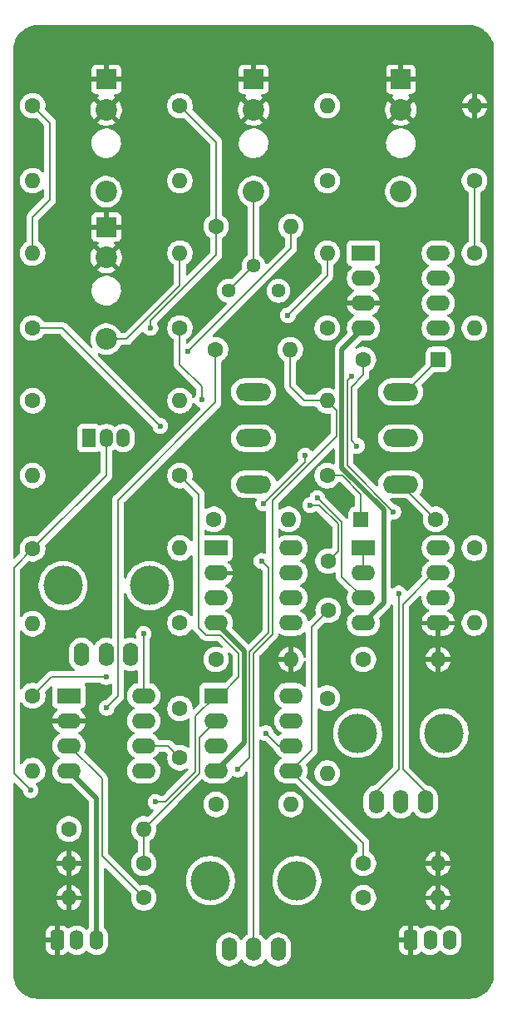
<source format=gbr>
%TF.GenerationSoftware,KiCad,Pcbnew,9.0.2*%
%TF.CreationDate,2025-06-21T00:54:04+10:00*%
%TF.ProjectId,VCF,5643462e-6b69-4636-9164-5f7063625858,1-0*%
%TF.SameCoordinates,Original*%
%TF.FileFunction,Copper,L1,Top*%
%TF.FilePolarity,Positive*%
%FSLAX46Y46*%
G04 Gerber Fmt 4.6, Leading zero omitted, Abs format (unit mm)*
G04 Created by KiCad (PCBNEW 9.0.2) date 2025-06-21 00:54:04*
%MOMM*%
%LPD*%
G01*
G04 APERTURE LIST*
G04 Aperture macros list*
%AMRoundRect*
0 Rectangle with rounded corners*
0 $1 Rounding radius*
0 $2 $3 $4 $5 $6 $7 $8 $9 X,Y pos of 4 corners*
0 Add a 4 corners polygon primitive as box body*
4,1,4,$2,$3,$4,$5,$6,$7,$8,$9,$2,$3,0*
0 Add four circle primitives for the rounded corners*
1,1,$1+$1,$2,$3*
1,1,$1+$1,$4,$5*
1,1,$1+$1,$6,$7*
1,1,$1+$1,$8,$9*
0 Add four rect primitives between the rounded corners*
20,1,$1+$1,$2,$3,$4,$5,0*
20,1,$1+$1,$4,$5,$6,$7,0*
20,1,$1+$1,$6,$7,$8,$9,0*
20,1,$1+$1,$8,$9,$2,$3,0*%
G04 Aperture macros list end*
%TA.AperFunction,ComponentPad*%
%ADD10C,1.600000*%
%TD*%
%TA.AperFunction,ComponentPad*%
%ADD11O,1.600000X1.600000*%
%TD*%
%TA.AperFunction,ComponentPad*%
%ADD12R,2.000000X2.000000*%
%TD*%
%TA.AperFunction,ComponentPad*%
%ADD13C,2.200000*%
%TD*%
%TA.AperFunction,ComponentPad*%
%ADD14RoundRect,0.291666X-0.408334X-0.708334X0.408334X-0.708334X0.408334X0.708334X-0.408334X0.708334X0*%
%TD*%
%TA.AperFunction,ComponentPad*%
%ADD15O,1.400000X2.000000*%
%TD*%
%TA.AperFunction,ComponentPad*%
%ADD16R,2.400000X1.600000*%
%TD*%
%TA.AperFunction,ComponentPad*%
%ADD17O,2.400000X1.600000*%
%TD*%
%TA.AperFunction,WasherPad*%
%ADD18C,4.000000*%
%TD*%
%TA.AperFunction,ComponentPad*%
%ADD19O,1.600000X2.400000*%
%TD*%
%TA.AperFunction,ComponentPad*%
%ADD20C,1.440000*%
%TD*%
%TA.AperFunction,ComponentPad*%
%ADD21O,3.600000X1.800000*%
%TD*%
%TA.AperFunction,ComponentPad*%
%ADD22RoundRect,0.250000X-0.550000X-0.550000X0.550000X-0.550000X0.550000X0.550000X-0.550000X0.550000X0*%
%TD*%
%TA.AperFunction,ComponentPad*%
%ADD23RoundRect,0.250000X0.550000X0.550000X-0.550000X0.550000X-0.550000X-0.550000X0.550000X-0.550000X0*%
%TD*%
%TA.AperFunction,ComponentPad*%
%ADD24O,1.350000X1.900000*%
%TD*%
%TA.AperFunction,ComponentPad*%
%ADD25R,1.350000X1.900000*%
%TD*%
%TA.AperFunction,ViaPad*%
%ADD26C,0.600000*%
%TD*%
%TA.AperFunction,Conductor*%
%ADD27C,0.200000*%
%TD*%
%TA.AperFunction,Conductor*%
%ADD28C,0.500000*%
%TD*%
G04 APERTURE END LIST*
D10*
%TO.P,R16,1*%
%TO.N,Net-(Q1-C)*%
X127500000Y-88690000D03*
D11*
%TO.P,R16,2*%
%TO.N,Net-(U3-Set)*%
X127500000Y-96310000D03*
%TD*%
D10*
%TO.P,R21,1*%
%TO.N,Net-(U5B-+)*%
X161190000Y-135750000D03*
D11*
%TO.P,R21,2*%
%TO.N,GND*%
X168810000Y-135750000D03*
%TD*%
D10*
%TO.P,R14,1*%
%TO.N,Net-(C2-Pad1)*%
X127500000Y-81310000D03*
D11*
%TO.P,R14,2*%
%TO.N,Net-(U3-+)*%
X127500000Y-73690000D03*
%TD*%
D12*
%TO.P,J3,G*%
%TO.N,GND*%
X135000000Y-56020000D03*
D13*
%TO.P,J3,S*%
X135000000Y-59120000D03*
%TO.P,J3,T*%
%TO.N,Net-(J3-PadT)*%
X135000000Y-67420000D03*
%TD*%
D14*
%TO.P,J6,1,Pin_1*%
%TO.N,GND*%
X166000000Y-143550000D03*
D15*
%TO.P,J6,2,Pin_2*%
%TO.N,VDD*%
X168000000Y-143550000D03*
%TO.P,J6,3,Pin_3*%
%TO.N,VSS*%
X170000000Y-143550000D03*
%TD*%
D10*
%TO.P,R20,1*%
%TO.N,Net-(U5A-+)*%
X161190000Y-115000000D03*
D11*
%TO.P,R20,2*%
%TO.N,GND*%
X168810000Y-115000000D03*
%TD*%
D10*
%TO.P,R12,1*%
%TO.N,Net-(D1-A)*%
X157500000Y-96310000D03*
D11*
%TO.P,R12,2*%
%TO.N,Net-(R11-Pad2)*%
X157500000Y-88690000D03*
%TD*%
D16*
%TO.P,U3,1,NULL*%
%TO.N,unconnected-(U3-NULL-Pad1)*%
X131190000Y-118690000D03*
D17*
%TO.P,U3,2,-*%
%TO.N,GND*%
X131190000Y-121230000D03*
%TO.P,U3,3,+*%
%TO.N,Net-(U3-+)*%
X131190000Y-123770000D03*
%TO.P,U3,4,V-*%
%TO.N,VSS*%
X131190000Y-126310000D03*
%TO.P,U3,5,NULL*%
%TO.N,unconnected-(U3-NULL-Pad5)*%
X138810000Y-126310000D03*
%TO.P,U3,6*%
%TO.N,Net-(HARD/SOFT1-B)*%
X138810000Y-123770000D03*
%TO.P,U3,7,V+*%
%TO.N,VDD*%
X138810000Y-121230000D03*
%TO.P,U3,8,Set*%
%TO.N,Net-(U3-Set)*%
X138810000Y-118690000D03*
%TD*%
D18*
%TO.P,RV4,*%
%TO.N,*%
X145600000Y-137500000D03*
X154400000Y-137500000D03*
D19*
%TO.P,RV4,1,1*%
%TO.N,Net-(HARD/SOFT1-B)*%
X152500001Y-144500000D03*
%TO.P,RV4,2,2*%
%TO.N,Net-(R11-Pad2)*%
X150000000Y-144500000D03*
%TO.P,RV4,3,3*%
%TO.N,Net-(R9-Pad1)*%
X147499999Y-144500000D03*
%TD*%
D10*
%TO.P,R7,1*%
%TO.N,Net-(Q1-B)*%
X127500000Y-103750000D03*
D11*
%TO.P,R7,2*%
%TO.N,Net-(R7-Pad2)*%
X127500000Y-111370000D03*
%TD*%
D18*
%TO.P,RV3,*%
%TO.N,*%
X130600000Y-107500000D03*
X139400000Y-107500000D03*
D19*
%TO.P,RV3,1,1*%
%TO.N,Net-(R4-Pad1)*%
X137500001Y-114500000D03*
%TO.P,RV3,2,2*%
%TO.N,Net-(R7-Pad2)*%
X135000000Y-114500000D03*
%TO.P,RV3,3,3*%
%TO.N,VDD*%
X132499999Y-114500000D03*
%TD*%
D18*
%TO.P,RV2,*%
%TO.N,*%
X160600000Y-122500000D03*
X169400000Y-122500000D03*
D19*
%TO.P,RV2,1,1*%
%TO.N,Net-(R3-Pad1)*%
X167500001Y-129500000D03*
%TO.P,RV2,2,2*%
%TO.N,Net-(R6-Pad2)*%
X165000000Y-129500000D03*
%TO.P,RV2,3,3*%
%TO.N,Net-(U1A--)*%
X162499999Y-129500000D03*
%TD*%
D14*
%TO.P,J5,1,Pin_1*%
%TO.N,GND*%
X130000000Y-143550000D03*
D15*
%TO.P,J5,2,Pin_2*%
%TO.N,VDD*%
X132000000Y-143550000D03*
%TO.P,J5,3,Pin_3*%
%TO.N,VSS*%
X134000000Y-143550000D03*
%TD*%
D12*
%TO.P,J1,G*%
%TO.N,GND*%
X135000000Y-71020000D03*
D13*
%TO.P,J1,S*%
X135000000Y-74120000D03*
%TO.P,J1,T*%
%TO.N,Net-(J1-PadT)*%
X135000000Y-82420000D03*
%TD*%
D20*
%TO.P,RV1,1,1*%
%TO.N,Net-(R5-Pad2)*%
X152530000Y-77505000D03*
%TO.P,RV1,2,2*%
%TO.N,Net-(J2-PadT)*%
X149990000Y-74965000D03*
%TO.P,RV1,3,3*%
X147450000Y-77505000D03*
%TD*%
D10*
%TO.P,R24,1*%
%TO.N,Net-(R24-Pad1)*%
X131190000Y-132250000D03*
D11*
%TO.P,R24,2*%
%TO.N,Net-(U5A--)*%
X138810000Y-132250000D03*
%TD*%
D10*
%TO.P,C1,1*%
%TO.N,Net-(HARD/SOFT1-B)*%
X142500000Y-125000000D03*
%TO.P,C1,2*%
%TO.N,Net-(U5A-+)*%
X142500000Y-120000000D03*
%TD*%
%TO.P,R22,1*%
%TO.N,Net-(U5A--)*%
X138810000Y-135750000D03*
D11*
%TO.P,R22,2*%
%TO.N,GND*%
X131190000Y-135750000D03*
%TD*%
D10*
%TO.P,R13,1*%
%TO.N,Net-(Q1-B)*%
X146190000Y-71000000D03*
D11*
%TO.P,R13,2*%
%TO.N,Net-(Q1-E)*%
X153810000Y-71000000D03*
%TD*%
D10*
%TO.P,R6,1*%
%TO.N,Net-(Q1-B)*%
X146190000Y-129750000D03*
D11*
%TO.P,R6,2*%
%TO.N,Net-(R6-Pad2)*%
X153810000Y-129750000D03*
%TD*%
D21*
%TO.P,HARD/SOFT1,1,A*%
%TO.N,Net-(D1-K)*%
X165000000Y-87800000D03*
%TO.P,HARD/SOFT1,2,B*%
%TO.N,Net-(HARD/SOFT1-B)*%
X165000000Y-92500000D03*
%TO.P,HARD/SOFT1,3,C*%
%TO.N,Net-(D2-A)*%
X165000000Y-97200000D03*
%TD*%
D10*
%TO.P,R10,1*%
%TO.N,Net-(U3-+)*%
X127500000Y-58690000D03*
D11*
%TO.P,R10,2*%
%TO.N,Net-(J3-PadT)*%
X127500000Y-66310000D03*
%TD*%
D10*
%TO.P,R19,1*%
%TO.N,Net-(Q1-C)*%
X145940000Y-100750000D03*
D11*
%TO.P,R19,2*%
%TO.N,Net-(U4-Set)*%
X153560000Y-100750000D03*
%TD*%
D10*
%TO.P,R26,1*%
%TO.N,Net-(R24-Pad1)*%
X142500000Y-96310000D03*
D11*
%TO.P,R26,2*%
%TO.N,Net-(LP/BP1-A)*%
X142500000Y-88690000D03*
%TD*%
D10*
%TO.P,R8,1*%
%TO.N,VDD*%
X157500000Y-66310000D03*
D11*
%TO.P,R8,2*%
%TO.N,Net-(Q1-B)*%
X157500000Y-58690000D03*
%TD*%
D16*
%TO.P,U5,1*%
%TO.N,Net-(R24-Pad1)*%
X146190000Y-118690000D03*
D17*
%TO.P,U5,2,-*%
%TO.N,Net-(U5A--)*%
X146190000Y-121230000D03*
%TO.P,U5,3,+*%
%TO.N,Net-(U5A-+)*%
X146190000Y-123770000D03*
%TO.P,U5,4,V-*%
%TO.N,VSS*%
X146190000Y-126310000D03*
%TO.P,U5,5,+*%
%TO.N,Net-(U5B-+)*%
X153810000Y-126310000D03*
%TO.P,U5,6,-*%
%TO.N,Net-(U5B--)*%
X153810000Y-123770000D03*
%TO.P,U5,7*%
%TO.N,Net-(R25-Pad1)*%
X153810000Y-121230000D03*
%TO.P,U5,8,V+*%
%TO.N,VDD*%
X153810000Y-118690000D03*
%TD*%
D10*
%TO.P,R3,1*%
%TO.N,Net-(R3-Pad1)*%
X172500000Y-103690000D03*
D11*
%TO.P,R3,2*%
%TO.N,Net-(U1B--)*%
X172500000Y-111310000D03*
%TD*%
D10*
%TO.P,R15,1*%
%TO.N,Net-(U3-+)*%
X138810000Y-139250000D03*
D11*
%TO.P,R15,2*%
%TO.N,GND*%
X131190000Y-139250000D03*
%TD*%
D10*
%TO.P,R18,1*%
%TO.N,Net-(U4-+)*%
X172500000Y-66310000D03*
D11*
%TO.P,R18,2*%
%TO.N,GND*%
X172500000Y-58690000D03*
%TD*%
D12*
%TO.P,J4,G*%
%TO.N,GND*%
X165000000Y-56020000D03*
D13*
%TO.P,J4,S*%
X165000000Y-59120000D03*
%TO.P,J4,T*%
%TO.N,Net-(LP/BP1-B)*%
X165000000Y-67420000D03*
%TD*%
D16*
%TO.P,U2,1*%
%TO.N,Net-(Q1-E)*%
X161190000Y-73690000D03*
D17*
%TO.P,U2,2,-*%
%TO.N,Net-(Q1-B)*%
X161190000Y-76230000D03*
%TO.P,U2,3,+*%
%TO.N,GND*%
X161190000Y-78770000D03*
%TO.P,U2,4,V-*%
%TO.N,VSS*%
X161190000Y-81310000D03*
%TO.P,U2,5*%
%TO.N,N/C*%
X168810000Y-81310000D03*
%TO.P,U2,6*%
X168810000Y-78770000D03*
%TO.P,U2,7*%
X168810000Y-76230000D03*
%TO.P,U2,8,V+*%
%TO.N,VDD*%
X168810000Y-73690000D03*
%TD*%
D12*
%TO.P,J2,G*%
%TO.N,GND*%
X150000000Y-56020000D03*
D13*
%TO.P,J2,S*%
X150000000Y-59120000D03*
%TO.P,J2,T*%
%TO.N,Net-(J2-PadT)*%
X150000000Y-67420000D03*
%TD*%
D22*
%TO.P,D2,1,K*%
%TO.N,Net-(D1-A)*%
X160940001Y-100750000D03*
D10*
%TO.P,D2,2,A*%
%TO.N,Net-(D2-A)*%
X168560001Y-100750000D03*
%TD*%
D21*
%TO.P,LP/BP1,1,A*%
%TO.N,Net-(LP/BP1-A)*%
X150000000Y-87800000D03*
%TO.P,LP/BP1,2,B*%
%TO.N,Net-(LP/BP1-B)*%
X150000000Y-92500000D03*
%TO.P,LP/BP1,3,C*%
%TO.N,Net-(LP/BP1-C)*%
X150000000Y-97200000D03*
%TD*%
D10*
%TO.P,R25,1*%
%TO.N,Net-(R25-Pad1)*%
X157500000Y-118940000D03*
D11*
%TO.P,R25,2*%
%TO.N,Net-(U5B--)*%
X157500000Y-126560000D03*
%TD*%
D10*
%TO.P,R4,1*%
%TO.N,Net-(R4-Pad1)*%
X127500000Y-118690000D03*
D11*
%TO.P,R4,2*%
%TO.N,VSS*%
X127500000Y-126310000D03*
%TD*%
D23*
%TO.P,D1,1,K*%
%TO.N,Net-(D1-K)*%
X168809999Y-84500000D03*
D10*
%TO.P,D1,2,A*%
%TO.N,Net-(D1-A)*%
X161189999Y-84500000D03*
%TD*%
%TO.P,R17,1*%
%TO.N,Net-(U4-+)*%
X172500000Y-73690000D03*
D11*
%TO.P,R17,2*%
%TO.N,Net-(HARD/SOFT1-B)*%
X172500000Y-81310000D03*
%TD*%
D10*
%TO.P,R23,1*%
%TO.N,Net-(U5B--)*%
X146190000Y-115000000D03*
D11*
%TO.P,R23,2*%
%TO.N,GND*%
X153810000Y-115000000D03*
%TD*%
D10*
%TO.P,R1,1*%
%TO.N,Net-(U1A-+)*%
X142500000Y-81310000D03*
D11*
%TO.P,R1,2*%
%TO.N,Net-(J1-PadT)*%
X142500000Y-73690000D03*
%TD*%
D10*
%TO.P,C2,1*%
%TO.N,Net-(C2-Pad1)*%
X157600000Y-105000000D03*
%TO.P,C2,2*%
%TO.N,Net-(U5B-+)*%
X157600000Y-110000000D03*
%TD*%
D16*
%TO.P,U4,1,NULL*%
%TO.N,unconnected-(U4-NULL-Pad1)*%
X146190000Y-103690000D03*
D17*
%TO.P,U4,2,-*%
%TO.N,GND*%
X146190000Y-106230000D03*
%TO.P,U4,3,+*%
%TO.N,Net-(U4-+)*%
X146190000Y-108770000D03*
%TO.P,U4,4,V-*%
%TO.N,VSS*%
X146190000Y-111310000D03*
%TO.P,U4,5,NULL*%
%TO.N,unconnected-(U4-NULL-Pad5)*%
X153810000Y-111310000D03*
%TO.P,U4,6*%
%TO.N,Net-(C2-Pad1)*%
X153810000Y-108770000D03*
%TO.P,U4,7,V+*%
%TO.N,VDD*%
X153810000Y-106230000D03*
%TO.P,U4,8,Set*%
%TO.N,Net-(U4-Set)*%
X153810000Y-103690000D03*
%TD*%
D24*
%TO.P,Q1,1,E*%
%TO.N,Net-(Q1-E)*%
X136730000Y-92500000D03*
%TO.P,Q1,2,B*%
%TO.N,Net-(Q1-B)*%
X135000000Y-92500000D03*
D25*
%TO.P,Q1,3,C*%
%TO.N,Net-(Q1-C)*%
X133230000Y-92500000D03*
%TD*%
D10*
%TO.P,R9,1*%
%TO.N,Net-(R9-Pad1)*%
X161190000Y-139250000D03*
D11*
%TO.P,R9,2*%
%TO.N,GND*%
X168810000Y-139250000D03*
%TD*%
D10*
%TO.P,R11,1*%
%TO.N,Net-(U3-+)*%
X146130000Y-83500000D03*
D11*
%TO.P,R11,2*%
%TO.N,Net-(R11-Pad2)*%
X153750000Y-83500000D03*
%TD*%
D10*
%TO.P,R5,1*%
%TO.N,Net-(Q1-B)*%
X142500000Y-58690000D03*
D11*
%TO.P,R5,2*%
%TO.N,Net-(R5-Pad2)*%
X142500000Y-66310000D03*
%TD*%
D10*
%TO.P,R27,1*%
%TO.N,Net-(R25-Pad1)*%
X142500000Y-111310000D03*
D11*
%TO.P,R27,2*%
%TO.N,Net-(LP/BP1-C)*%
X142500000Y-103690000D03*
%TD*%
D16*
%TO.P,U1,1*%
%TO.N,Net-(U1A--)*%
X161190000Y-103690000D03*
D17*
%TO.P,U1,2,-*%
X161190000Y-106230000D03*
%TO.P,U1,3,+*%
%TO.N,Net-(U1A-+)*%
X161190000Y-108770000D03*
%TO.P,U1,4,V-*%
%TO.N,VSS*%
X161190000Y-111310000D03*
%TO.P,U1,5,+*%
%TO.N,GND*%
X168810000Y-111310000D03*
%TO.P,U1,6,-*%
%TO.N,Net-(U1B--)*%
X168810000Y-108770000D03*
%TO.P,U1,7*%
%TO.N,Net-(R3-Pad1)*%
X168810000Y-106230000D03*
%TO.P,U1,8,V+*%
%TO.N,VDD*%
X168810000Y-103690000D03*
%TD*%
D10*
%TO.P,R2,1*%
%TO.N,Net-(U1B--)*%
X157500000Y-81310000D03*
D11*
%TO.P,R2,2*%
%TO.N,Net-(J1-PadT)*%
X157500000Y-73690000D03*
%TD*%
D26*
%TO.N,Net-(C2-Pad1)*%
X155750000Y-99300000D03*
X140500000Y-91250000D03*
%TO.N,Net-(D1-A)*%
X160530000Y-93280000D03*
%TO.N,GND*%
X142520000Y-106230000D03*
X157500000Y-115000000D03*
%TO.N,Net-(J1-PadT)*%
X153500000Y-80000000D03*
%TO.N,Net-(Q1-B)*%
X127300000Y-128300000D03*
X139500000Y-81300000D03*
%TO.N,Net-(Q1-E)*%
X143300000Y-83700000D03*
%TO.N,Net-(U1A-+)*%
X156500000Y-98567100D03*
X144750000Y-88600000D03*
%TO.N,Net-(U1B--)*%
X160000000Y-86200000D03*
X164250000Y-100000000D03*
%TO.N,Net-(R4-Pad1)*%
X135000000Y-116800000D03*
%TO.N,Net-(U3-+)*%
X135030000Y-119930000D03*
%TO.N,Net-(U3-Set)*%
X138810000Y-112400000D03*
%TO.N,Net-(U4-+)*%
X155250000Y-94250000D03*
X151000000Y-99166450D03*
%TO.N,Net-(U5B--)*%
X151250000Y-122500000D03*
%TO.N,Net-(R24-Pad1)*%
X140000000Y-129500000D03*
%TO.N,Net-(U1A--)*%
X164799000Y-108300000D03*
%TO.N,Net-(HARD/SOFT1-B)*%
X148400000Y-126200000D03*
X150800000Y-105000000D03*
%TD*%
D27*
%TO.N,Net-(U5B-+)*%
X155935000Y-111665000D02*
X155935000Y-124185000D01*
X157600000Y-110000000D02*
X155935000Y-111665000D01*
X161190000Y-133690000D02*
X153810000Y-126310000D01*
X153810000Y-126310000D02*
X155935000Y-124185000D01*
X161190000Y-135750000D02*
X161190000Y-133690000D01*
%TO.N,Net-(C2-Pad1)*%
X158600000Y-101234200D02*
X156665800Y-99300000D01*
X157600000Y-105000000D02*
X158600000Y-104000000D01*
X130560000Y-81310000D02*
X127500000Y-81310000D01*
X156665800Y-99300000D02*
X155750000Y-99300000D01*
X158600000Y-104000000D02*
X158600000Y-101234200D01*
X140500000Y-91250000D02*
X130560000Y-81310000D01*
%TO.N,Net-(D1-K)*%
X165509999Y-87800000D02*
X165000000Y-87800000D01*
X168809999Y-84500000D02*
X165509999Y-87800000D01*
%TO.N,Net-(D1-A)*%
X159952000Y-87298000D02*
X161189999Y-86060001D01*
X160940001Y-98219233D02*
X159030768Y-96310000D01*
X161189999Y-86060001D02*
X161189999Y-84500000D01*
X159030768Y-96310000D02*
X157500000Y-96310000D01*
X160940001Y-100750000D02*
X160940001Y-98219233D01*
X159952000Y-92702000D02*
X159952000Y-87298000D01*
X160530000Y-93280000D02*
X159952000Y-92702000D01*
%TO.N,Net-(D2-A)*%
X168560001Y-100750000D02*
X165010001Y-97200000D01*
X165010001Y-97200000D02*
X165000000Y-97200000D01*
%TO.N,Net-(J1-PadT)*%
X137080001Y-82419999D02*
X142500000Y-77000000D01*
X157500000Y-73690000D02*
X157500000Y-76000000D01*
X142500000Y-77000000D02*
X142500000Y-73690000D01*
X135000000Y-82419999D02*
X137080001Y-82419999D01*
X157500000Y-76000000D02*
X153500000Y-80000000D01*
%TO.N,Net-(J2-PadT)*%
X149990000Y-67429999D02*
X150000000Y-67419999D01*
X147450000Y-77505000D02*
X149990000Y-74965000D01*
X149990000Y-74965000D02*
X149990000Y-67429999D01*
D28*
%TO.N,VSS*%
X149048000Y-114168000D02*
X146190000Y-111310000D01*
X134000000Y-143550000D02*
X134000000Y-129120000D01*
X161190000Y-111310000D02*
X163250000Y-109250000D01*
X146190000Y-126310000D02*
X149048000Y-123452000D01*
X134000000Y-129120000D02*
X131190000Y-126310000D01*
X159000000Y-95500000D02*
X159000000Y-95250000D01*
X163250000Y-99750000D02*
X159000000Y-95500000D01*
X163250000Y-109250000D02*
X163250000Y-99750000D01*
X159000000Y-95250000D02*
X159000000Y-83500000D01*
X159000000Y-83500000D02*
X161190000Y-81310000D01*
X149048000Y-123452000D02*
X149048000Y-114168000D01*
D27*
%TO.N,Net-(Q1-B)*%
X139500000Y-80567100D02*
X146190000Y-73877100D01*
X146190000Y-71000000D02*
X146190000Y-62380000D01*
X146190000Y-73877100D02*
X146190000Y-71000000D01*
X146190000Y-62380000D02*
X142500000Y-58690000D01*
X127300000Y-128300000D02*
X125601000Y-126601000D01*
X125601000Y-105649000D02*
X127500000Y-103750000D01*
X139500000Y-81300000D02*
X139500000Y-80567100D01*
X125601000Y-126601000D02*
X125601000Y-105649000D01*
X127500000Y-103750000D02*
X135000000Y-96250000D01*
X135000000Y-96250000D02*
X135000000Y-92500000D01*
%TO.N,Net-(Q1-E)*%
X153810000Y-73190000D02*
X153810000Y-71000000D01*
X143300000Y-83700000D02*
X153810000Y-73190000D01*
%TO.N,Net-(U1A-+)*%
X142500000Y-85000000D02*
X142500000Y-81310000D01*
X159000000Y-103250000D02*
X159000000Y-101067100D01*
X159000000Y-106580000D02*
X159000000Y-103250000D01*
X159000000Y-101067100D02*
X158091450Y-100158550D01*
X144750000Y-88600000D02*
X144750000Y-87250000D01*
X161190000Y-108770000D02*
X159000000Y-106580000D01*
X158091450Y-100158550D02*
X156500000Y-98567100D01*
X144750000Y-87250000D02*
X142500000Y-85000000D01*
%TO.N,Net-(U1B--)*%
X159551000Y-86800000D02*
X159551000Y-95271768D01*
X159551000Y-86649000D02*
X159551000Y-86800000D01*
X159551000Y-95271768D02*
X164250000Y-99970768D01*
X160000000Y-86200000D02*
X159551000Y-86649000D01*
%TO.N,Net-(R3-Pad1)*%
X168370000Y-106230000D02*
X165200000Y-109400000D01*
X165200000Y-109400000D02*
X165200000Y-126200000D01*
X168810000Y-106230000D02*
X168370000Y-106230000D01*
X165200000Y-126200000D02*
X167500001Y-128500001D01*
X167500001Y-128500001D02*
X167500001Y-129500000D01*
%TO.N,Net-(R4-Pad1)*%
X127500000Y-118690000D02*
X129390000Y-116800000D01*
X129390000Y-116800000D02*
X135000000Y-116800000D01*
%TO.N,Net-(U3-+)*%
X129250000Y-68250000D02*
X129250000Y-60440000D01*
X127500000Y-70000000D02*
X129250000Y-68250000D01*
X134551000Y-127131000D02*
X131190000Y-123770000D01*
X134551000Y-134991000D02*
X134551000Y-127131000D01*
X138810000Y-139250000D02*
X134551000Y-134991000D01*
X136200000Y-118760000D02*
X136200000Y-98800000D01*
X135030000Y-119930000D02*
X136200000Y-118760000D01*
X146130000Y-88870000D02*
X146130000Y-83500000D01*
X129250000Y-60440000D02*
X127500000Y-58690000D01*
X136200000Y-98800000D02*
X146130000Y-88870000D01*
X127500000Y-73690000D02*
X127500000Y-70000000D01*
%TO.N,Net-(R11-Pad2)*%
X151900000Y-112467100D02*
X151900000Y-98833550D01*
X153750000Y-87250000D02*
X153750000Y-83500000D01*
X157500000Y-88690000D02*
X158449000Y-89639000D01*
X157500000Y-88690000D02*
X155190000Y-88690000D01*
X151900000Y-98833550D02*
X158449000Y-92284550D01*
X150000000Y-144500000D02*
X150000000Y-114367100D01*
X155190000Y-88690000D02*
X153750000Y-87250000D01*
X150000000Y-114367100D02*
X151900000Y-112467100D01*
X158449000Y-92284550D02*
X158449000Y-92200000D01*
X158449000Y-89639000D02*
X158449000Y-92200000D01*
%TO.N,Net-(U3-Set)*%
X138810000Y-112400000D02*
X138810000Y-118690000D01*
%TO.N,Net-(U4-+)*%
X172500000Y-66310000D02*
X172500000Y-73690000D01*
X155250000Y-94250000D02*
X155250000Y-94916450D01*
X155250000Y-94916450D02*
X151000000Y-99166450D01*
%TO.N,Net-(U4-Set)*%
X153560000Y-103440000D02*
X153810000Y-103690000D01*
%TO.N,Net-(U5A--)*%
X146190000Y-121230000D02*
X144500000Y-122920000D01*
X144500000Y-126560000D02*
X138810000Y-132250000D01*
X144500000Y-122920000D02*
X144500000Y-126560000D01*
X138810000Y-132250000D02*
X138810000Y-135750000D01*
%TO.N,Net-(U5B--)*%
X151250000Y-122500000D02*
X152520000Y-123770000D01*
X152520000Y-123770000D02*
X153810000Y-123770000D01*
%TO.N,Net-(R24-Pad1)*%
X144400000Y-111750000D02*
X144400000Y-98210000D01*
X144099000Y-120781000D02*
X146190000Y-118690000D01*
X141492900Y-129000000D02*
X144099000Y-126393900D01*
X140996450Y-129496450D02*
X140992900Y-129500000D01*
X146190000Y-118690000D02*
X146590000Y-118690000D01*
X144099000Y-126393900D02*
X144099000Y-120781000D01*
X140992900Y-129500000D02*
X140000000Y-129500000D01*
X146590000Y-118690000D02*
X148497000Y-116783000D01*
X148497000Y-114396232D02*
X146600768Y-112500000D01*
X148497000Y-116783000D02*
X148497000Y-114396232D01*
X144400000Y-98210000D02*
X142500000Y-96310000D01*
X145150000Y-112500000D02*
X144950000Y-112300000D01*
X146600768Y-112500000D02*
X145150000Y-112500000D01*
X144950000Y-112300000D02*
X144400000Y-111750000D01*
X141492900Y-129000000D02*
X140996450Y-129496450D01*
%TO.N,Net-(U1A--)*%
X164799000Y-126201000D02*
X162499999Y-128500001D01*
X161190000Y-106230000D02*
X161190000Y-103690000D01*
X164799000Y-108300000D02*
X164799000Y-126201000D01*
X162499999Y-128500001D02*
X162499999Y-129500000D01*
%TO.N,Net-(HARD/SOFT1-B)*%
X150800000Y-105001000D02*
X151499000Y-105700000D01*
X151499000Y-105700000D02*
X151499000Y-112301000D01*
X149599000Y-114201000D02*
X149599000Y-125001000D01*
X149599000Y-125001000D02*
X148400000Y-126200000D01*
X138810000Y-123770000D02*
X141270000Y-123770000D01*
X141270000Y-123770000D02*
X142500000Y-125000000D01*
X151499000Y-112301000D02*
X149599000Y-114201000D01*
%TD*%
%TA.AperFunction,Conductor*%
%TO.N,GND*%
G36*
X172003736Y-50500726D02*
G01*
X172293796Y-50518271D01*
X172308659Y-50520076D01*
X172590798Y-50571780D01*
X172605335Y-50575363D01*
X172879172Y-50660695D01*
X172893163Y-50666000D01*
X173154743Y-50783727D01*
X173167989Y-50790680D01*
X173413465Y-50939075D01*
X173425776Y-50947573D01*
X173651573Y-51124473D01*
X173662781Y-51134403D01*
X173865596Y-51337218D01*
X173875526Y-51348426D01*
X173995481Y-51501538D01*
X174052422Y-51574217D01*
X174060928Y-51586540D01*
X174209316Y-51832004D01*
X174216275Y-51845263D01*
X174333997Y-52106831D01*
X174339306Y-52120832D01*
X174424635Y-52394663D01*
X174428219Y-52409201D01*
X174479923Y-52691340D01*
X174481728Y-52706205D01*
X174499274Y-52996263D01*
X174499500Y-53003750D01*
X174499500Y-146996249D01*
X174499274Y-147003736D01*
X174481728Y-147293794D01*
X174479923Y-147308659D01*
X174428219Y-147590798D01*
X174424635Y-147605336D01*
X174339306Y-147879167D01*
X174333997Y-147893168D01*
X174216275Y-148154736D01*
X174209316Y-148167995D01*
X174060928Y-148413459D01*
X174052422Y-148425782D01*
X173875526Y-148651573D01*
X173865596Y-148662781D01*
X173662781Y-148865596D01*
X173651573Y-148875526D01*
X173425782Y-149052422D01*
X173413459Y-149060928D01*
X173167995Y-149209316D01*
X173154736Y-149216275D01*
X172893168Y-149333997D01*
X172879167Y-149339306D01*
X172605336Y-149424635D01*
X172590798Y-149428219D01*
X172308659Y-149479923D01*
X172293794Y-149481728D01*
X172014454Y-149498624D01*
X172003735Y-149499273D01*
X171996250Y-149499499D01*
X128003734Y-149499499D01*
X127996247Y-149499273D01*
X127706205Y-149481728D01*
X127691340Y-149479923D01*
X127409201Y-149428219D01*
X127394663Y-149424635D01*
X127120832Y-149339306D01*
X127106831Y-149333997D01*
X126845263Y-149216275D01*
X126832004Y-149209316D01*
X126586540Y-149060928D01*
X126574217Y-149052422D01*
X126348426Y-148875526D01*
X126337218Y-148865596D01*
X126134403Y-148662781D01*
X126124473Y-148651573D01*
X125947573Y-148425776D01*
X125939075Y-148413465D01*
X125790680Y-148167989D01*
X125783727Y-148154743D01*
X125666000Y-147893163D01*
X125660693Y-147879167D01*
X125575364Y-147605336D01*
X125571780Y-147590798D01*
X125520076Y-147308659D01*
X125518271Y-147293794D01*
X125500726Y-147003736D01*
X125500500Y-146996249D01*
X125500500Y-139000000D01*
X129913391Y-139000000D01*
X130874314Y-139000000D01*
X130869920Y-139004394D01*
X130817259Y-139095606D01*
X130790000Y-139197339D01*
X130790000Y-139302661D01*
X130817259Y-139404394D01*
X130869920Y-139495606D01*
X130874314Y-139500000D01*
X129913391Y-139500000D01*
X129922009Y-139554413D01*
X129985244Y-139749029D01*
X130078140Y-139931349D01*
X130198417Y-140096894D01*
X130198417Y-140096895D01*
X130343104Y-140241582D01*
X130508650Y-140361859D01*
X130690968Y-140454754D01*
X130885578Y-140517988D01*
X130940000Y-140526607D01*
X130940000Y-139565686D01*
X130944394Y-139570080D01*
X131035606Y-139622741D01*
X131137339Y-139650000D01*
X131242661Y-139650000D01*
X131344394Y-139622741D01*
X131435606Y-139570080D01*
X131440000Y-139565686D01*
X131440000Y-140526606D01*
X131494421Y-140517988D01*
X131689031Y-140454754D01*
X131871349Y-140361859D01*
X132036894Y-140241582D01*
X132036895Y-140241582D01*
X132181582Y-140096895D01*
X132181582Y-140096894D01*
X132301859Y-139931349D01*
X132394755Y-139749029D01*
X132457990Y-139554413D01*
X132466609Y-139500000D01*
X131505686Y-139500000D01*
X131510080Y-139495606D01*
X131562741Y-139404394D01*
X131590000Y-139302661D01*
X131590000Y-139197339D01*
X131562741Y-139095606D01*
X131510080Y-139004394D01*
X131505686Y-139000000D01*
X132466609Y-139000000D01*
X132457990Y-138945586D01*
X132394755Y-138750970D01*
X132301859Y-138568650D01*
X132181582Y-138403105D01*
X132181582Y-138403104D01*
X132036895Y-138258417D01*
X131871349Y-138138140D01*
X131689029Y-138045244D01*
X131494413Y-137982009D01*
X131440000Y-137973390D01*
X131440000Y-138934314D01*
X131435606Y-138929920D01*
X131344394Y-138877259D01*
X131242661Y-138850000D01*
X131137339Y-138850000D01*
X131035606Y-138877259D01*
X130944394Y-138929920D01*
X130940000Y-138934314D01*
X130940000Y-137973390D01*
X130885586Y-137982009D01*
X130690970Y-138045244D01*
X130508650Y-138138140D01*
X130343105Y-138258417D01*
X130343104Y-138258417D01*
X130198417Y-138403104D01*
X130198417Y-138403105D01*
X130078140Y-138568650D01*
X129985244Y-138750970D01*
X129922009Y-138945586D01*
X129913391Y-139000000D01*
X125500500Y-139000000D01*
X125500500Y-135500000D01*
X129913391Y-135500000D01*
X130874314Y-135500000D01*
X130869920Y-135504394D01*
X130817259Y-135595606D01*
X130790000Y-135697339D01*
X130790000Y-135802661D01*
X130817259Y-135904394D01*
X130869920Y-135995606D01*
X130874314Y-136000000D01*
X129913391Y-136000000D01*
X129922009Y-136054413D01*
X129985244Y-136249029D01*
X130078140Y-136431349D01*
X130198417Y-136596894D01*
X130198417Y-136596895D01*
X130343104Y-136741582D01*
X130508650Y-136861859D01*
X130690968Y-136954754D01*
X130885578Y-137017988D01*
X130940000Y-137026607D01*
X130940000Y-136065686D01*
X130944394Y-136070080D01*
X131035606Y-136122741D01*
X131137339Y-136150000D01*
X131242661Y-136150000D01*
X131344394Y-136122741D01*
X131435606Y-136070080D01*
X131440000Y-136065686D01*
X131440000Y-137026606D01*
X131494421Y-137017988D01*
X131689031Y-136954754D01*
X131871349Y-136861859D01*
X132036894Y-136741582D01*
X132036895Y-136741582D01*
X132181582Y-136596895D01*
X132181582Y-136596894D01*
X132301859Y-136431349D01*
X132394755Y-136249029D01*
X132457990Y-136054413D01*
X132466609Y-136000000D01*
X131505686Y-136000000D01*
X131510080Y-135995606D01*
X131562741Y-135904394D01*
X131590000Y-135802661D01*
X131590000Y-135697339D01*
X131562741Y-135595606D01*
X131510080Y-135504394D01*
X131505686Y-135500000D01*
X132466609Y-135500000D01*
X132457990Y-135445586D01*
X132394755Y-135250970D01*
X132301859Y-135068650D01*
X132181582Y-134903105D01*
X132181582Y-134903104D01*
X132036895Y-134758417D01*
X131871349Y-134638140D01*
X131689029Y-134545244D01*
X131494413Y-134482009D01*
X131440000Y-134473390D01*
X131440000Y-135434314D01*
X131435606Y-135429920D01*
X131344394Y-135377259D01*
X131242661Y-135350000D01*
X131137339Y-135350000D01*
X131035606Y-135377259D01*
X130944394Y-135429920D01*
X130940000Y-135434314D01*
X130940000Y-134473390D01*
X130885586Y-134482009D01*
X130690970Y-134545244D01*
X130508650Y-134638140D01*
X130343105Y-134758417D01*
X130343104Y-134758417D01*
X130198417Y-134903104D01*
X130198417Y-134903105D01*
X130078140Y-135068650D01*
X129985244Y-135250970D01*
X129922009Y-135445586D01*
X129913391Y-135500000D01*
X125500500Y-135500000D01*
X125500500Y-132147648D01*
X129889500Y-132147648D01*
X129889500Y-132352351D01*
X129921522Y-132554534D01*
X129984781Y-132749223D01*
X130077715Y-132931613D01*
X130198028Y-133097213D01*
X130342786Y-133241971D01*
X130451955Y-133321285D01*
X130508390Y-133362287D01*
X130607060Y-133412562D01*
X130690776Y-133455218D01*
X130690778Y-133455218D01*
X130690781Y-133455220D01*
X130765818Y-133479601D01*
X130885465Y-133518477D01*
X130986557Y-133534488D01*
X131087648Y-133550500D01*
X131087649Y-133550500D01*
X131292351Y-133550500D01*
X131292352Y-133550500D01*
X131494534Y-133518477D01*
X131689219Y-133455220D01*
X131871610Y-133362287D01*
X131964590Y-133294732D01*
X132037213Y-133241971D01*
X132037215Y-133241968D01*
X132037219Y-133241966D01*
X132181966Y-133097219D01*
X132181968Y-133097215D01*
X132181971Y-133097213D01*
X132234732Y-133024590D01*
X132302287Y-132931610D01*
X132395220Y-132749219D01*
X132458477Y-132554534D01*
X132490500Y-132352352D01*
X132490500Y-132147648D01*
X132458477Y-131945466D01*
X132395220Y-131750781D01*
X132395218Y-131750778D01*
X132395218Y-131750776D01*
X132361503Y-131684607D01*
X132302287Y-131568390D01*
X132294556Y-131557749D01*
X132181971Y-131402786D01*
X132037213Y-131258028D01*
X131871613Y-131137715D01*
X131871612Y-131137714D01*
X131871610Y-131137713D01*
X131807835Y-131105218D01*
X131689223Y-131044781D01*
X131494534Y-130981522D01*
X131319995Y-130953878D01*
X131292352Y-130949500D01*
X131087648Y-130949500D01*
X131063329Y-130953351D01*
X130885465Y-130981522D01*
X130690776Y-131044781D01*
X130508386Y-131137715D01*
X130342786Y-131258028D01*
X130198028Y-131402786D01*
X130077715Y-131568386D01*
X129984781Y-131750776D01*
X129921522Y-131945465D01*
X129889500Y-132147648D01*
X125500500Y-132147648D01*
X125500500Y-127649097D01*
X125520185Y-127582058D01*
X125572989Y-127536303D01*
X125642147Y-127526359D01*
X125705703Y-127555384D01*
X125712181Y-127561416D01*
X126465425Y-128314660D01*
X126498910Y-128375983D01*
X126499361Y-128378149D01*
X126530261Y-128533491D01*
X126530264Y-128533501D01*
X126590602Y-128679172D01*
X126590609Y-128679185D01*
X126678210Y-128810288D01*
X126678213Y-128810292D01*
X126789707Y-128921786D01*
X126789711Y-128921789D01*
X126920814Y-129009390D01*
X126920827Y-129009397D01*
X127063241Y-129068386D01*
X127066503Y-129069737D01*
X127221153Y-129100499D01*
X127221156Y-129100500D01*
X127221158Y-129100500D01*
X127378844Y-129100500D01*
X127378845Y-129100499D01*
X127533497Y-129069737D01*
X127679179Y-129009394D01*
X127810289Y-128921789D01*
X127921789Y-128810289D01*
X128009394Y-128679179D01*
X128069737Y-128533497D01*
X128100500Y-128378842D01*
X128100500Y-128221158D01*
X128100500Y-128221155D01*
X128100499Y-128221153D01*
X128069738Y-128066510D01*
X128069737Y-128066503D01*
X128069735Y-128066498D01*
X128009397Y-127920827D01*
X128009390Y-127920814D01*
X127921789Y-127789711D01*
X127921786Y-127789707D01*
X127876685Y-127744606D01*
X127843200Y-127683283D01*
X127848184Y-127613591D01*
X127890056Y-127557658D01*
X127926044Y-127538995D01*
X127999219Y-127515220D01*
X128181610Y-127422287D01*
X128290168Y-127343416D01*
X128347213Y-127301971D01*
X128347215Y-127301968D01*
X128347219Y-127301966D01*
X128491966Y-127157219D01*
X128491968Y-127157215D01*
X128491971Y-127157213D01*
X128544732Y-127084590D01*
X128612287Y-126991610D01*
X128705220Y-126809219D01*
X128768477Y-126614534D01*
X128800500Y-126412352D01*
X128800500Y-126207648D01*
X128768477Y-126005466D01*
X128762991Y-125988583D01*
X128705218Y-125810776D01*
X128655286Y-125712781D01*
X128612287Y-125628390D01*
X128582611Y-125587544D01*
X128491971Y-125462786D01*
X128347213Y-125318028D01*
X128181613Y-125197715D01*
X128181612Y-125197714D01*
X128181610Y-125197713D01*
X128124653Y-125168691D01*
X127999223Y-125104781D01*
X127804534Y-125041522D01*
X127629995Y-125013878D01*
X127602352Y-125009500D01*
X127397648Y-125009500D01*
X127373329Y-125013351D01*
X127195465Y-125041522D01*
X127000776Y-125104781D01*
X126818386Y-125197715D01*
X126652786Y-125318028D01*
X126508032Y-125462782D01*
X126508028Y-125462787D01*
X126425818Y-125575941D01*
X126370489Y-125618607D01*
X126300875Y-125624586D01*
X126239080Y-125591981D01*
X126204723Y-125531142D01*
X126201500Y-125503056D01*
X126201500Y-119496943D01*
X126221185Y-119429904D01*
X126273989Y-119384149D01*
X126343147Y-119374205D01*
X126406703Y-119403230D01*
X126425816Y-119424054D01*
X126508030Y-119537213D01*
X126508034Y-119537219D01*
X126652786Y-119681971D01*
X126807749Y-119794556D01*
X126818390Y-119802287D01*
X126907212Y-119847544D01*
X127000776Y-119895218D01*
X127000778Y-119895218D01*
X127000781Y-119895220D01*
X127105137Y-119929127D01*
X127195465Y-119958477D01*
X127214697Y-119961523D01*
X127397648Y-119990500D01*
X127397649Y-119990500D01*
X127602351Y-119990500D01*
X127602352Y-119990500D01*
X127804534Y-119958477D01*
X127999219Y-119895220D01*
X128181610Y-119802287D01*
X128327201Y-119696510D01*
X128347213Y-119681971D01*
X128347215Y-119681968D01*
X128347219Y-119681966D01*
X128491966Y-119537219D01*
X128491968Y-119537215D01*
X128491971Y-119537213D01*
X128544732Y-119464590D01*
X128612287Y-119371610D01*
X128705220Y-119189219D01*
X128768477Y-118994534D01*
X128800500Y-118792352D01*
X128800500Y-118587648D01*
X128768477Y-118385466D01*
X128763826Y-118371154D01*
X128761832Y-118301315D01*
X128794075Y-118245159D01*
X129277820Y-117761415D01*
X129339142Y-117727931D01*
X129408834Y-117732915D01*
X129464767Y-117774787D01*
X129489184Y-117840251D01*
X129489500Y-117849097D01*
X129489500Y-119537870D01*
X129489501Y-119537876D01*
X129495908Y-119597483D01*
X129546202Y-119732328D01*
X129546206Y-119732335D01*
X129632452Y-119847544D01*
X129632455Y-119847547D01*
X129747664Y-119933793D01*
X129747671Y-119933797D01*
X129763627Y-119939748D01*
X129882517Y-119984091D01*
X129920184Y-119988140D01*
X129984731Y-120014877D01*
X130024580Y-120072268D01*
X130027075Y-120142094D01*
X129991423Y-120202183D01*
X129979813Y-120211746D01*
X129943107Y-120238414D01*
X129798417Y-120383104D01*
X129798417Y-120383105D01*
X129678140Y-120548650D01*
X129585244Y-120730970D01*
X129522009Y-120925586D01*
X129513391Y-120980000D01*
X130874314Y-120980000D01*
X130869920Y-120984394D01*
X130817259Y-121075606D01*
X130790000Y-121177339D01*
X130790000Y-121282661D01*
X130817259Y-121384394D01*
X130869920Y-121475606D01*
X130874314Y-121480000D01*
X129513391Y-121480000D01*
X129522009Y-121534413D01*
X129585244Y-121729029D01*
X129678140Y-121911349D01*
X129798417Y-122076894D01*
X129798417Y-122076895D01*
X129943104Y-122221582D01*
X130108652Y-122341861D01*
X130201628Y-122389234D01*
X130252425Y-122437208D01*
X130269220Y-122505029D01*
X130246683Y-122571164D01*
X130201630Y-122610203D01*
X130108388Y-122657713D01*
X129942786Y-122778028D01*
X129798028Y-122922786D01*
X129677715Y-123088386D01*
X129584781Y-123270776D01*
X129521522Y-123465465D01*
X129489500Y-123667648D01*
X129489500Y-123872351D01*
X129521522Y-124074534D01*
X129584781Y-124269223D01*
X129640790Y-124379144D01*
X129671448Y-124439315D01*
X129677715Y-124451613D01*
X129798028Y-124617213D01*
X129942786Y-124761971D01*
X130097749Y-124874556D01*
X130108390Y-124882287D01*
X130199840Y-124928883D01*
X130201080Y-124929515D01*
X130251876Y-124977490D01*
X130268671Y-125045311D01*
X130246134Y-125111446D01*
X130201080Y-125150485D01*
X130108386Y-125197715D01*
X129942786Y-125318028D01*
X129798028Y-125462786D01*
X129677715Y-125628386D01*
X129584781Y-125810776D01*
X129521522Y-126005465D01*
X129489500Y-126207648D01*
X129489500Y-126412351D01*
X129521522Y-126614534D01*
X129584781Y-126809223D01*
X129677715Y-126991613D01*
X129798028Y-127157213D01*
X129942786Y-127301971D01*
X130097749Y-127414556D01*
X130108390Y-127422287D01*
X130224607Y-127481503D01*
X130290776Y-127515218D01*
X130290778Y-127515218D01*
X130290781Y-127515220D01*
X130355668Y-127536303D01*
X130485465Y-127578477D01*
X130586557Y-127594488D01*
X130687648Y-127610500D01*
X131377770Y-127610500D01*
X131444809Y-127630185D01*
X131465451Y-127646819D01*
X133213181Y-129394548D01*
X133246666Y-129455871D01*
X133249500Y-129482229D01*
X133249500Y-142251374D01*
X133240855Y-142280814D01*
X133234332Y-142310801D01*
X133230577Y-142315816D01*
X133229815Y-142318413D01*
X133213182Y-142339055D01*
X133213181Y-142339056D01*
X133087680Y-142464556D01*
X133026357Y-142498040D01*
X132956665Y-142493056D01*
X132912318Y-142464555D01*
X132782075Y-142334312D01*
X132782073Y-142334310D01*
X132629199Y-142223240D01*
X132620479Y-142218797D01*
X132460836Y-142137454D01*
X132281118Y-142079059D01*
X132094486Y-142049500D01*
X132094481Y-142049500D01*
X131905519Y-142049500D01*
X131905514Y-142049500D01*
X131718881Y-142079059D01*
X131539163Y-142137454D01*
X131370800Y-142223240D01*
X131283579Y-142286610D01*
X131217927Y-142334310D01*
X131217925Y-142334312D01*
X131217922Y-142334314D01*
X131206923Y-142345313D01*
X131145599Y-142378796D01*
X131075907Y-142373809D01*
X131031564Y-142345311D01*
X130905049Y-142218797D01*
X130905050Y-142218797D01*
X130753998Y-142123887D01*
X130753999Y-142123887D01*
X130585612Y-142064965D01*
X130585602Y-142064963D01*
X130452797Y-142050000D01*
X130250000Y-142050000D01*
X130250000Y-143269670D01*
X130230255Y-143249925D01*
X130144745Y-143200556D01*
X130049370Y-143175000D01*
X129950630Y-143175000D01*
X129855255Y-143200556D01*
X129769745Y-143249925D01*
X129750000Y-143269670D01*
X129750000Y-142050000D01*
X129547207Y-142050000D01*
X129547201Y-142050001D01*
X129414397Y-142064963D01*
X129414387Y-142064965D01*
X129246000Y-142123887D01*
X129094949Y-142218797D01*
X128968797Y-142344949D01*
X128873887Y-142496000D01*
X128814965Y-142664387D01*
X128814963Y-142664397D01*
X128800000Y-142797202D01*
X128800000Y-143300000D01*
X129719670Y-143300000D01*
X129699925Y-143319745D01*
X129650556Y-143405255D01*
X129625000Y-143500630D01*
X129625000Y-143599370D01*
X129650556Y-143694745D01*
X129699925Y-143780255D01*
X129719670Y-143800000D01*
X128800001Y-143800000D01*
X128800001Y-144302798D01*
X128814963Y-144435602D01*
X128814965Y-144435612D01*
X128873887Y-144603999D01*
X128968797Y-144755050D01*
X129094949Y-144881202D01*
X129246001Y-144976112D01*
X129246000Y-144976112D01*
X129414387Y-145035034D01*
X129414397Y-145035036D01*
X129547204Y-145049999D01*
X129749999Y-145049999D01*
X129750000Y-145049998D01*
X129750000Y-143830330D01*
X129769745Y-143850075D01*
X129855255Y-143899444D01*
X129950630Y-143925000D01*
X130049370Y-143925000D01*
X130144745Y-143899444D01*
X130230255Y-143850075D01*
X130250000Y-143830330D01*
X130250000Y-145049999D01*
X130452791Y-145049999D01*
X130452798Y-145049998D01*
X130585602Y-145035036D01*
X130585612Y-145035034D01*
X130753999Y-144976112D01*
X130905050Y-144881202D01*
X130905053Y-144881199D01*
X131031564Y-144754689D01*
X131092887Y-144721204D01*
X131162579Y-144726188D01*
X131206926Y-144754689D01*
X131217927Y-144765690D01*
X131370801Y-144876760D01*
X131450347Y-144917290D01*
X131539163Y-144962545D01*
X131539165Y-144962545D01*
X131539168Y-144962547D01*
X131580917Y-144976112D01*
X131718881Y-145020940D01*
X131905514Y-145050500D01*
X131905519Y-145050500D01*
X132094486Y-145050500D01*
X132281118Y-145020940D01*
X132460832Y-144962547D01*
X132629199Y-144876760D01*
X132782073Y-144765690D01*
X132912319Y-144635444D01*
X132973642Y-144601959D01*
X133043334Y-144606943D01*
X133087681Y-144635444D01*
X133217927Y-144765690D01*
X133370801Y-144876760D01*
X133450347Y-144917290D01*
X133539163Y-144962545D01*
X133539165Y-144962545D01*
X133539168Y-144962547D01*
X133580917Y-144976112D01*
X133718881Y-145020940D01*
X133905514Y-145050500D01*
X133905519Y-145050500D01*
X134094486Y-145050500D01*
X134281118Y-145020940D01*
X134460832Y-144962547D01*
X134629199Y-144876760D01*
X134782073Y-144765690D01*
X134915690Y-144632073D01*
X135026760Y-144479199D01*
X135112547Y-144310832D01*
X135170940Y-144131118D01*
X135200500Y-143944486D01*
X135200500Y-143155513D01*
X135170940Y-142968881D01*
X135112545Y-142789163D01*
X135026759Y-142620800D01*
X134915690Y-142467927D01*
X134786818Y-142339055D01*
X134753334Y-142277732D01*
X134750500Y-142251374D01*
X134750500Y-136339097D01*
X134770185Y-136272058D01*
X134822989Y-136226303D01*
X134892147Y-136216359D01*
X134955703Y-136245384D01*
X134962181Y-136251416D01*
X137515921Y-138805157D01*
X137549406Y-138866480D01*
X137546173Y-138931149D01*
X137541523Y-138945460D01*
X137541523Y-138945462D01*
X137509500Y-139147648D01*
X137509500Y-139352351D01*
X137541522Y-139554534D01*
X137604781Y-139749223D01*
X137637685Y-139813799D01*
X137684949Y-139906560D01*
X137697715Y-139931613D01*
X137818028Y-140097213D01*
X137962786Y-140241971D01*
X138117749Y-140354556D01*
X138128390Y-140362287D01*
X138244607Y-140421503D01*
X138310776Y-140455218D01*
X138310778Y-140455218D01*
X138310781Y-140455220D01*
X138415137Y-140489127D01*
X138505465Y-140518477D01*
X138606557Y-140534488D01*
X138707648Y-140550500D01*
X138707649Y-140550500D01*
X138912351Y-140550500D01*
X138912352Y-140550500D01*
X139114534Y-140518477D01*
X139309219Y-140455220D01*
X139491610Y-140362287D01*
X139584590Y-140294732D01*
X139657213Y-140241971D01*
X139657215Y-140241968D01*
X139657219Y-140241966D01*
X139801966Y-140097219D01*
X139801968Y-140097215D01*
X139801971Y-140097213D01*
X139872236Y-140000500D01*
X139922287Y-139931610D01*
X140015220Y-139749219D01*
X140078477Y-139554534D01*
X140110500Y-139352352D01*
X140110500Y-139147648D01*
X140096057Y-139056461D01*
X140078477Y-138945465D01*
X140015218Y-138750776D01*
X139922419Y-138568650D01*
X139922287Y-138568390D01*
X139914556Y-138557749D01*
X139801971Y-138402786D01*
X139657213Y-138258028D01*
X139491613Y-138137715D01*
X139491612Y-138137714D01*
X139491610Y-138137713D01*
X139434653Y-138108691D01*
X139309223Y-138044781D01*
X139114534Y-137981522D01*
X138939995Y-137953878D01*
X138912352Y-137949500D01*
X138707648Y-137949500D01*
X138667211Y-137955904D01*
X138505462Y-137981523D01*
X138505460Y-137981523D01*
X138491149Y-137986173D01*
X138421308Y-137988164D01*
X138365157Y-137955921D01*
X137768804Y-137359568D01*
X143099500Y-137359568D01*
X143099500Y-137640431D01*
X143130942Y-137919494D01*
X143130945Y-137919512D01*
X143193439Y-138193317D01*
X143193443Y-138193329D01*
X143286200Y-138458411D01*
X143408053Y-138711442D01*
X143432890Y-138750970D01*
X143557477Y-138949248D01*
X143732584Y-139168825D01*
X143931175Y-139367416D01*
X144150752Y-139542523D01*
X144388555Y-139691945D01*
X144641592Y-139813801D01*
X144840680Y-139883465D01*
X144906670Y-139906556D01*
X144906682Y-139906560D01*
X145180491Y-139969055D01*
X145180497Y-139969055D01*
X145180505Y-139969057D01*
X145366547Y-139990018D01*
X145459569Y-140000499D01*
X145459572Y-140000500D01*
X145459575Y-140000500D01*
X145740428Y-140000500D01*
X145740429Y-140000499D01*
X145883055Y-139984429D01*
X146019494Y-139969057D01*
X146019499Y-139969056D01*
X146019509Y-139969055D01*
X146293318Y-139906560D01*
X146558408Y-139813801D01*
X146811445Y-139691945D01*
X147049248Y-139542523D01*
X147268825Y-139367416D01*
X147467416Y-139168825D01*
X147642523Y-138949248D01*
X147791945Y-138711445D01*
X147913801Y-138458408D01*
X148006560Y-138193318D01*
X148069055Y-137919509D01*
X148100500Y-137640425D01*
X148100500Y-137359575D01*
X148069055Y-137080491D01*
X148006560Y-136806682D01*
X147913801Y-136541592D01*
X147791945Y-136288555D01*
X147642523Y-136050752D01*
X147467416Y-135831175D01*
X147268825Y-135632584D01*
X147049248Y-135457477D01*
X146811445Y-135308055D01*
X146811442Y-135308053D01*
X146558411Y-135186200D01*
X146293329Y-135093443D01*
X146293317Y-135093439D01*
X146019512Y-135030945D01*
X146019494Y-135030942D01*
X145740431Y-134999500D01*
X145740425Y-134999500D01*
X145459575Y-134999500D01*
X145459568Y-134999500D01*
X145180505Y-135030942D01*
X145180487Y-135030945D01*
X144906682Y-135093439D01*
X144906670Y-135093443D01*
X144641588Y-135186200D01*
X144388557Y-135308053D01*
X144150753Y-135457476D01*
X143931175Y-135632583D01*
X143732583Y-135831175D01*
X143557476Y-136050753D01*
X143408053Y-136288557D01*
X143286200Y-136541588D01*
X143193443Y-136806670D01*
X143193439Y-136806682D01*
X143130945Y-137080487D01*
X143130942Y-137080505D01*
X143099500Y-137359568D01*
X137768804Y-137359568D01*
X135187819Y-134778583D01*
X135154334Y-134717260D01*
X135151500Y-134690902D01*
X135151500Y-127220060D01*
X135151501Y-127220047D01*
X135151501Y-127051944D01*
X135149110Y-127043020D01*
X135110577Y-126899216D01*
X135102499Y-126885224D01*
X135031524Y-126762290D01*
X135031518Y-126762282D01*
X132772255Y-124503019D01*
X132738770Y-124441696D01*
X132743754Y-124372004D01*
X132749452Y-124359042D01*
X132769748Y-124319211D01*
X132795220Y-124269219D01*
X132858477Y-124074534D01*
X132890500Y-123872352D01*
X132890500Y-123667648D01*
X132858477Y-123465466D01*
X132850992Y-123442431D01*
X132829127Y-123375137D01*
X132795220Y-123270781D01*
X132795218Y-123270778D01*
X132795218Y-123270776D01*
X132755756Y-123193329D01*
X132702287Y-123088390D01*
X132645544Y-123010289D01*
X132581971Y-122922786D01*
X132437213Y-122778028D01*
X132271611Y-122657713D01*
X132178369Y-122610203D01*
X132127574Y-122562229D01*
X132110779Y-122494407D01*
X132133317Y-122428273D01*
X132178371Y-122389234D01*
X132271347Y-122341861D01*
X132436894Y-122221582D01*
X132436895Y-122221582D01*
X132581582Y-122076895D01*
X132581582Y-122076894D01*
X132701859Y-121911349D01*
X132794755Y-121729029D01*
X132857990Y-121534413D01*
X132866609Y-121480000D01*
X131505686Y-121480000D01*
X131510080Y-121475606D01*
X131562741Y-121384394D01*
X131590000Y-121282661D01*
X131590000Y-121177339D01*
X131562741Y-121075606D01*
X131510080Y-120984394D01*
X131505686Y-120980000D01*
X132866609Y-120980000D01*
X132857990Y-120925586D01*
X132794755Y-120730970D01*
X132701859Y-120548650D01*
X132581582Y-120383105D01*
X132581582Y-120383104D01*
X132436895Y-120238417D01*
X132400187Y-120211747D01*
X132357522Y-120156417D01*
X132351543Y-120086803D01*
X132384149Y-120025008D01*
X132444988Y-119990651D01*
X132459814Y-119988140D01*
X132497483Y-119984091D01*
X132632331Y-119933796D01*
X132747546Y-119847546D01*
X132833796Y-119732331D01*
X132884091Y-119597483D01*
X132890500Y-119537873D01*
X132890499Y-117842128D01*
X132884091Y-117782517D01*
X132866286Y-117734780D01*
X132833797Y-117647671D01*
X132833795Y-117647668D01*
X132827680Y-117639500D01*
X132797221Y-117598811D01*
X132772804Y-117533347D01*
X132787656Y-117465074D01*
X132837061Y-117415668D01*
X132896488Y-117400500D01*
X134420234Y-117400500D01*
X134487273Y-117420185D01*
X134489125Y-117421398D01*
X134620814Y-117509390D01*
X134620827Y-117509397D01*
X134696280Y-117540650D01*
X134766503Y-117569737D01*
X134912667Y-117598811D01*
X134921153Y-117600499D01*
X134921156Y-117600500D01*
X134921158Y-117600500D01*
X135078844Y-117600500D01*
X135078845Y-117600499D01*
X135233497Y-117569737D01*
X135379179Y-117509394D01*
X135379184Y-117509390D01*
X135379187Y-117509389D01*
X135406608Y-117491067D01*
X135473285Y-117470188D01*
X135540666Y-117488672D01*
X135587356Y-117540650D01*
X135599500Y-117594168D01*
X135599500Y-118459903D01*
X135579815Y-118526942D01*
X135563181Y-118547584D01*
X135015339Y-119095425D01*
X134954016Y-119128910D01*
X134951850Y-119129361D01*
X134796508Y-119160261D01*
X134796498Y-119160264D01*
X134650827Y-119220602D01*
X134650814Y-119220609D01*
X134519711Y-119308210D01*
X134519707Y-119308213D01*
X134408213Y-119419707D01*
X134408210Y-119419711D01*
X134320609Y-119550814D01*
X134320602Y-119550827D01*
X134260264Y-119696498D01*
X134260261Y-119696510D01*
X134229500Y-119851153D01*
X134229500Y-120008846D01*
X134260261Y-120163489D01*
X134260264Y-120163501D01*
X134320602Y-120309172D01*
X134320609Y-120309185D01*
X134408210Y-120440288D01*
X134408213Y-120440292D01*
X134519707Y-120551786D01*
X134519711Y-120551789D01*
X134650814Y-120639390D01*
X134650827Y-120639397D01*
X134752740Y-120681610D01*
X134796503Y-120699737D01*
X134951153Y-120730499D01*
X134951156Y-120730500D01*
X134951158Y-120730500D01*
X135108844Y-120730500D01*
X135108845Y-120730499D01*
X135263497Y-120699737D01*
X135409179Y-120639394D01*
X135540289Y-120551789D01*
X135651789Y-120440289D01*
X135739394Y-120309179D01*
X135799737Y-120163497D01*
X135826004Y-120031446D01*
X135830638Y-120008150D01*
X135863023Y-119946239D01*
X135864521Y-119944713D01*
X136558506Y-119250727D01*
X136558511Y-119250724D01*
X136568714Y-119240520D01*
X136568716Y-119240520D01*
X136680520Y-119128716D01*
X136738269Y-119028691D01*
X136759577Y-118991785D01*
X136800501Y-118839057D01*
X136800501Y-118680943D01*
X136800501Y-118673348D01*
X136800500Y-118673330D01*
X136800500Y-116205521D01*
X136820185Y-116138482D01*
X136872989Y-116092727D01*
X136942147Y-116082783D01*
X136980796Y-116095037D01*
X137000775Y-116105217D01*
X137000778Y-116105217D01*
X137000782Y-116105220D01*
X137103152Y-116138482D01*
X137195466Y-116168477D01*
X137256924Y-116178211D01*
X137397649Y-116200500D01*
X137397650Y-116200500D01*
X137602352Y-116200500D01*
X137602353Y-116200500D01*
X137804535Y-116168477D01*
X137999220Y-116105220D01*
X138002949Y-116103320D01*
X138029203Y-116089943D01*
X138097871Y-116077045D01*
X138162612Y-116103320D01*
X138202871Y-116160425D01*
X138209500Y-116200426D01*
X138209500Y-117299139D01*
X138189815Y-117366178D01*
X138137011Y-117411933D01*
X138110123Y-117420040D01*
X138110206Y-117420385D01*
X138105468Y-117421522D01*
X137910778Y-117484781D01*
X137728386Y-117577715D01*
X137562786Y-117698028D01*
X137418028Y-117842786D01*
X137297715Y-118008386D01*
X137204781Y-118190776D01*
X137141522Y-118385465D01*
X137109500Y-118587648D01*
X137109500Y-118792351D01*
X137141522Y-118994534D01*
X137204781Y-119189223D01*
X137297715Y-119371613D01*
X137418028Y-119537213D01*
X137562786Y-119681971D01*
X137717749Y-119794556D01*
X137728390Y-119802287D01*
X137817212Y-119847544D01*
X137821080Y-119849515D01*
X137871876Y-119897490D01*
X137888671Y-119965311D01*
X137866134Y-120031446D01*
X137821080Y-120070485D01*
X137728386Y-120117715D01*
X137562786Y-120238028D01*
X137418028Y-120382786D01*
X137297715Y-120548386D01*
X137204781Y-120730776D01*
X137141522Y-120925465D01*
X137109500Y-121127648D01*
X137109500Y-121332351D01*
X137141522Y-121534534D01*
X137204781Y-121729223D01*
X137244243Y-121806670D01*
X137280696Y-121878213D01*
X137297715Y-121911613D01*
X137418028Y-122077213D01*
X137562786Y-122221971D01*
X137717749Y-122334556D01*
X137728390Y-122342287D01*
X137819840Y-122388883D01*
X137821080Y-122389515D01*
X137871876Y-122437490D01*
X137888671Y-122505311D01*
X137866134Y-122571446D01*
X137821080Y-122610485D01*
X137728386Y-122657715D01*
X137562786Y-122778028D01*
X137418028Y-122922786D01*
X137297715Y-123088386D01*
X137204781Y-123270776D01*
X137141522Y-123465465D01*
X137109500Y-123667648D01*
X137109500Y-123872351D01*
X137141522Y-124074534D01*
X137204781Y-124269223D01*
X137260790Y-124379144D01*
X137291448Y-124439315D01*
X137297715Y-124451613D01*
X137418028Y-124617213D01*
X137562786Y-124761971D01*
X137717749Y-124874556D01*
X137728390Y-124882287D01*
X137819840Y-124928883D01*
X137821080Y-124929515D01*
X137871876Y-124977490D01*
X137888671Y-125045311D01*
X137866134Y-125111446D01*
X137821080Y-125150485D01*
X137728386Y-125197715D01*
X137562786Y-125318028D01*
X137418028Y-125462786D01*
X137297715Y-125628386D01*
X137204781Y-125810776D01*
X137141522Y-126005465D01*
X137109500Y-126207648D01*
X137109500Y-126412351D01*
X137141522Y-126614534D01*
X137204781Y-126809223D01*
X137297715Y-126991613D01*
X137418028Y-127157213D01*
X137562786Y-127301971D01*
X137717749Y-127414556D01*
X137728390Y-127422287D01*
X137844607Y-127481503D01*
X137910776Y-127515218D01*
X137910778Y-127515218D01*
X137910781Y-127515220D01*
X137975668Y-127536303D01*
X138105465Y-127578477D01*
X138206557Y-127594488D01*
X138307648Y-127610500D01*
X138307649Y-127610500D01*
X139312351Y-127610500D01*
X139312352Y-127610500D01*
X139514534Y-127578477D01*
X139709219Y-127515220D01*
X139891610Y-127422287D01*
X140000168Y-127343416D01*
X140057213Y-127301971D01*
X140057215Y-127301968D01*
X140057219Y-127301966D01*
X140201966Y-127157219D01*
X140201968Y-127157215D01*
X140201971Y-127157213D01*
X140254732Y-127084590D01*
X140322287Y-126991610D01*
X140415220Y-126809219D01*
X140478477Y-126614534D01*
X140510500Y-126412352D01*
X140510500Y-126207648D01*
X140478477Y-126005466D01*
X140472991Y-125988583D01*
X140415218Y-125810776D01*
X140365286Y-125712781D01*
X140322287Y-125628390D01*
X140292611Y-125587544D01*
X140201971Y-125462786D01*
X140057213Y-125318028D01*
X139891614Y-125197715D01*
X139885006Y-125194348D01*
X139798917Y-125150483D01*
X139748123Y-125102511D01*
X139731328Y-125034690D01*
X139753865Y-124968555D01*
X139798917Y-124929516D01*
X139891610Y-124882287D01*
X139985874Y-124813801D01*
X140057213Y-124761971D01*
X140057215Y-124761968D01*
X140057219Y-124761966D01*
X140201966Y-124617219D01*
X140201968Y-124617215D01*
X140201971Y-124617213D01*
X140322284Y-124451614D01*
X140322285Y-124451613D01*
X140322287Y-124451610D01*
X140329117Y-124438204D01*
X140377091Y-124387409D01*
X140439602Y-124370500D01*
X140969903Y-124370500D01*
X140999343Y-124379144D01*
X141029330Y-124385668D01*
X141034345Y-124389422D01*
X141036942Y-124390185D01*
X141057584Y-124406819D01*
X141205922Y-124555157D01*
X141239407Y-124616480D01*
X141236173Y-124681155D01*
X141231522Y-124695468D01*
X141199500Y-124897648D01*
X141199500Y-125102351D01*
X141231522Y-125304534D01*
X141294781Y-125499223D01*
X141387715Y-125681613D01*
X141508028Y-125847213D01*
X141652786Y-125991971D01*
X141747497Y-126060781D01*
X141818390Y-126112287D01*
X141934607Y-126171503D01*
X142000776Y-126205218D01*
X142000778Y-126205218D01*
X142000781Y-126205220D01*
X142105137Y-126239127D01*
X142195465Y-126268477D01*
X142260907Y-126278842D01*
X142397648Y-126300500D01*
X142397649Y-126300500D01*
X142602351Y-126300500D01*
X142602352Y-126300500D01*
X142804534Y-126268477D01*
X142999219Y-126205220D01*
X143181610Y-126112287D01*
X143185999Y-126109097D01*
X143251804Y-126085614D01*
X143319859Y-126101435D01*
X143368557Y-126151537D01*
X143382437Y-126220014D01*
X143357092Y-126285125D01*
X143346572Y-126297092D01*
X141124184Y-128519481D01*
X140780484Y-128863181D01*
X140753556Y-128877884D01*
X140727738Y-128894477D01*
X140721537Y-128895368D01*
X140719161Y-128896666D01*
X140692803Y-128899500D01*
X140579766Y-128899500D01*
X140512727Y-128879815D01*
X140510875Y-128878602D01*
X140379185Y-128790609D01*
X140379172Y-128790602D01*
X140233501Y-128730264D01*
X140233489Y-128730261D01*
X140078845Y-128699500D01*
X140078842Y-128699500D01*
X139921158Y-128699500D01*
X139921155Y-128699500D01*
X139766510Y-128730261D01*
X139766498Y-128730264D01*
X139620827Y-128790602D01*
X139620814Y-128790609D01*
X139489711Y-128878210D01*
X139489707Y-128878213D01*
X139378213Y-128989707D01*
X139378210Y-128989711D01*
X139290609Y-129120814D01*
X139290602Y-129120827D01*
X139230264Y-129266498D01*
X139230261Y-129266510D01*
X139199500Y-129421153D01*
X139199500Y-129578846D01*
X139230261Y-129733489D01*
X139230264Y-129733501D01*
X139290602Y-129879172D01*
X139290609Y-129879185D01*
X139378210Y-130010288D01*
X139378213Y-130010292D01*
X139489707Y-130121786D01*
X139489711Y-130121789D01*
X139620814Y-130209390D01*
X139620821Y-130209394D01*
X139718459Y-130249836D01*
X139772860Y-130293675D01*
X139794926Y-130359968D01*
X139777648Y-130427668D01*
X139758686Y-130452077D01*
X139254842Y-130955921D01*
X139193519Y-130989406D01*
X139128848Y-130986173D01*
X139114534Y-130981522D01*
X138939995Y-130953878D01*
X138912352Y-130949500D01*
X138707648Y-130949500D01*
X138683329Y-130953351D01*
X138505465Y-130981522D01*
X138310776Y-131044781D01*
X138128386Y-131137715D01*
X137962786Y-131258028D01*
X137818028Y-131402786D01*
X137697715Y-131568386D01*
X137604781Y-131750776D01*
X137541522Y-131945465D01*
X137509500Y-132147648D01*
X137509500Y-132352351D01*
X137541522Y-132554534D01*
X137604781Y-132749223D01*
X137697715Y-132931613D01*
X137818028Y-133097213D01*
X137818034Y-133097219D01*
X137962781Y-133241966D01*
X138128390Y-133362287D01*
X138141793Y-133369116D01*
X138192589Y-133417088D01*
X138209500Y-133479601D01*
X138209500Y-134520397D01*
X138189815Y-134587436D01*
X138141800Y-134630879D01*
X138128389Y-134637712D01*
X137962786Y-134758028D01*
X137818028Y-134902786D01*
X137697715Y-135068386D01*
X137604781Y-135250776D01*
X137541522Y-135445465D01*
X137509500Y-135647648D01*
X137509500Y-135852351D01*
X137541522Y-136054534D01*
X137604781Y-136249223D01*
X137697715Y-136431613D01*
X137818028Y-136597213D01*
X137962786Y-136741971D01*
X138117749Y-136854556D01*
X138128390Y-136862287D01*
X138244607Y-136921503D01*
X138310776Y-136955218D01*
X138310778Y-136955218D01*
X138310781Y-136955220D01*
X138415137Y-136989127D01*
X138505465Y-137018477D01*
X138606557Y-137034488D01*
X138707648Y-137050500D01*
X138707649Y-137050500D01*
X138912351Y-137050500D01*
X138912352Y-137050500D01*
X139114534Y-137018477D01*
X139309219Y-136955220D01*
X139491610Y-136862287D01*
X139584590Y-136794732D01*
X139657213Y-136741971D01*
X139657215Y-136741968D01*
X139657219Y-136741966D01*
X139801966Y-136597219D01*
X139801968Y-136597215D01*
X139801971Y-136597213D01*
X139854732Y-136524590D01*
X139922287Y-136431610D01*
X140015220Y-136249219D01*
X140078477Y-136054534D01*
X140110500Y-135852352D01*
X140110500Y-135647648D01*
X140096057Y-135556461D01*
X140078477Y-135445465D01*
X140015218Y-135250776D01*
X139981503Y-135184607D01*
X139922287Y-135068390D01*
X139872236Y-134999500D01*
X139801971Y-134902786D01*
X139657213Y-134758028D01*
X139491610Y-134637712D01*
X139478200Y-134630879D01*
X139427406Y-134582903D01*
X139410500Y-134520397D01*
X139410500Y-133479601D01*
X139430185Y-133412562D01*
X139478206Y-133369116D01*
X139491610Y-133362287D01*
X139657219Y-133241966D01*
X139801966Y-133097219D01*
X139801968Y-133097215D01*
X139801971Y-133097213D01*
X139854732Y-133024590D01*
X139922287Y-132931610D01*
X140015220Y-132749219D01*
X140078477Y-132554534D01*
X140110500Y-132352352D01*
X140110500Y-132147648D01*
X140078477Y-131945466D01*
X140073825Y-131931151D01*
X140071832Y-131861312D01*
X140104075Y-131805158D01*
X142261585Y-129647648D01*
X144889500Y-129647648D01*
X144889500Y-129852351D01*
X144921522Y-130054534D01*
X144984781Y-130249223D01*
X145048691Y-130374653D01*
X145075704Y-130427668D01*
X145077715Y-130431613D01*
X145198028Y-130597213D01*
X145342786Y-130741971D01*
X145497749Y-130854556D01*
X145508390Y-130862287D01*
X145624607Y-130921503D01*
X145690776Y-130955218D01*
X145690778Y-130955218D01*
X145690781Y-130955220D01*
X145786045Y-130986173D01*
X145885465Y-131018477D01*
X145986557Y-131034488D01*
X146087648Y-131050500D01*
X146087649Y-131050500D01*
X146292351Y-131050500D01*
X146292352Y-131050500D01*
X146494534Y-131018477D01*
X146689219Y-130955220D01*
X146871610Y-130862287D01*
X146964590Y-130794732D01*
X147037213Y-130741971D01*
X147037215Y-130741968D01*
X147037219Y-130741966D01*
X147181966Y-130597219D01*
X147181968Y-130597215D01*
X147181971Y-130597213D01*
X147281239Y-130460580D01*
X147302287Y-130431610D01*
X147395220Y-130249219D01*
X147458477Y-130054534D01*
X147490500Y-129852352D01*
X147490500Y-129647648D01*
X147458477Y-129445466D01*
X147453733Y-129430867D01*
X147429127Y-129355137D01*
X147395220Y-129250781D01*
X147395218Y-129250778D01*
X147395218Y-129250776D01*
X147361503Y-129184607D01*
X147302287Y-129068390D01*
X147294556Y-129057749D01*
X147181971Y-128902786D01*
X147037213Y-128758028D01*
X146871613Y-128637715D01*
X146871612Y-128637714D01*
X146871610Y-128637713D01*
X146799117Y-128600776D01*
X146689223Y-128544781D01*
X146494534Y-128481522D01*
X146319995Y-128453878D01*
X146292352Y-128449500D01*
X146087648Y-128449500D01*
X146063329Y-128453351D01*
X145885465Y-128481522D01*
X145690776Y-128544781D01*
X145508386Y-128637715D01*
X145342786Y-128758028D01*
X145198028Y-128902786D01*
X145077715Y-129068386D01*
X144984781Y-129250776D01*
X144921522Y-129445465D01*
X144889500Y-129647648D01*
X142261585Y-129647648D01*
X144687345Y-127221888D01*
X144748666Y-127188405D01*
X144818358Y-127193389D01*
X144862705Y-127221890D01*
X144942786Y-127301971D01*
X145097749Y-127414556D01*
X145108390Y-127422287D01*
X145224607Y-127481503D01*
X145290776Y-127515218D01*
X145290778Y-127515218D01*
X145290781Y-127515220D01*
X145355668Y-127536303D01*
X145485465Y-127578477D01*
X145586557Y-127594488D01*
X145687648Y-127610500D01*
X145687649Y-127610500D01*
X146692351Y-127610500D01*
X146692352Y-127610500D01*
X146894534Y-127578477D01*
X147089219Y-127515220D01*
X147271610Y-127422287D01*
X147380168Y-127343416D01*
X147437213Y-127301971D01*
X147437215Y-127301968D01*
X147437219Y-127301966D01*
X147581966Y-127157219D01*
X147581968Y-127157215D01*
X147581971Y-127157213D01*
X147702284Y-126991614D01*
X147702285Y-126991613D01*
X147702287Y-126991610D01*
X147751090Y-126895826D01*
X147799064Y-126845032D01*
X147866885Y-126828237D01*
X147930466Y-126849021D01*
X148020814Y-126909390D01*
X148020827Y-126909397D01*
X148166498Y-126969735D01*
X148166503Y-126969737D01*
X148321153Y-127000499D01*
X148321156Y-127000500D01*
X148321158Y-127000500D01*
X148478844Y-127000500D01*
X148478845Y-127000499D01*
X148633497Y-126969737D01*
X148746166Y-126923067D01*
X148779172Y-126909397D01*
X148779172Y-126909396D01*
X148779179Y-126909394D01*
X148910289Y-126821789D01*
X149021789Y-126710289D01*
X149109394Y-126579179D01*
X149154799Y-126469561D01*
X149160939Y-126454738D01*
X149204779Y-126400334D01*
X149271074Y-126378269D01*
X149338773Y-126395548D01*
X149386384Y-126446685D01*
X149399500Y-126502190D01*
X149399500Y-142870397D01*
X149379815Y-142937436D01*
X149331800Y-142980879D01*
X149318389Y-142987712D01*
X149152786Y-143108028D01*
X149008028Y-143252786D01*
X148887714Y-143418386D01*
X148860483Y-143471830D01*
X148812508Y-143522625D01*
X148744687Y-143539419D01*
X148678552Y-143516881D01*
X148639514Y-143471828D01*
X148612286Y-143418390D01*
X148602743Y-143405255D01*
X148491970Y-143252786D01*
X148347212Y-143108028D01*
X148181612Y-142987715D01*
X148181611Y-142987714D01*
X148181609Y-142987713D01*
X148124652Y-142958691D01*
X147999222Y-142894781D01*
X147804533Y-142831522D01*
X147629994Y-142803878D01*
X147602351Y-142799500D01*
X147397647Y-142799500D01*
X147373328Y-142803351D01*
X147195464Y-142831522D01*
X147000775Y-142894781D01*
X146818385Y-142987715D01*
X146652785Y-143108028D01*
X146508027Y-143252786D01*
X146387714Y-143418386D01*
X146294780Y-143600776D01*
X146231521Y-143795465D01*
X146199499Y-143997648D01*
X146199499Y-145002351D01*
X146231521Y-145204534D01*
X146294780Y-145399223D01*
X146387714Y-145581613D01*
X146508027Y-145747213D01*
X146652785Y-145891971D01*
X146807748Y-146004556D01*
X146818389Y-146012287D01*
X146934606Y-146071503D01*
X147000775Y-146105218D01*
X147000777Y-146105218D01*
X147000780Y-146105220D01*
X147105136Y-146139127D01*
X147195464Y-146168477D01*
X147296556Y-146184488D01*
X147397647Y-146200500D01*
X147397648Y-146200500D01*
X147602350Y-146200500D01*
X147602351Y-146200500D01*
X147804533Y-146168477D01*
X147999218Y-146105220D01*
X148181609Y-146012287D01*
X148274589Y-145944732D01*
X148347212Y-145891971D01*
X148347214Y-145891968D01*
X148347218Y-145891966D01*
X148491965Y-145747219D01*
X148491967Y-145747215D01*
X148491970Y-145747213D01*
X148612285Y-145581611D01*
X148639514Y-145528172D01*
X148687488Y-145477376D01*
X148755309Y-145460580D01*
X148821444Y-145483117D01*
X148860483Y-145528170D01*
X148887713Y-145581611D01*
X149008028Y-145747213D01*
X149152786Y-145891971D01*
X149307749Y-146004556D01*
X149318390Y-146012287D01*
X149434607Y-146071503D01*
X149500776Y-146105218D01*
X149500778Y-146105218D01*
X149500781Y-146105220D01*
X149605137Y-146139127D01*
X149695465Y-146168477D01*
X149796557Y-146184488D01*
X149897648Y-146200500D01*
X149897649Y-146200500D01*
X150102351Y-146200500D01*
X150102352Y-146200500D01*
X150304534Y-146168477D01*
X150499219Y-146105220D01*
X150681610Y-146012287D01*
X150774590Y-145944732D01*
X150847213Y-145891971D01*
X150847215Y-145891968D01*
X150847219Y-145891966D01*
X150991966Y-145747219D01*
X150991968Y-145747215D01*
X150991971Y-145747213D01*
X151112286Y-145581611D01*
X151139515Y-145528172D01*
X151187489Y-145477376D01*
X151255310Y-145460580D01*
X151321445Y-145483117D01*
X151360484Y-145528170D01*
X151387714Y-145581611D01*
X151508029Y-145747213D01*
X151652787Y-145891971D01*
X151807750Y-146004556D01*
X151818391Y-146012287D01*
X151934608Y-146071503D01*
X152000777Y-146105218D01*
X152000779Y-146105218D01*
X152000782Y-146105220D01*
X152105138Y-146139127D01*
X152195466Y-146168477D01*
X152296558Y-146184488D01*
X152397649Y-146200500D01*
X152397650Y-146200500D01*
X152602352Y-146200500D01*
X152602353Y-146200500D01*
X152804535Y-146168477D01*
X152999220Y-146105220D01*
X153181611Y-146012287D01*
X153274591Y-145944732D01*
X153347214Y-145891971D01*
X153347216Y-145891968D01*
X153347220Y-145891966D01*
X153491967Y-145747219D01*
X153491969Y-145747215D01*
X153491972Y-145747213D01*
X153544733Y-145674590D01*
X153612288Y-145581610D01*
X153705221Y-145399219D01*
X153768478Y-145204534D01*
X153800501Y-145002352D01*
X153800501Y-143997648D01*
X153768478Y-143795466D01*
X153768348Y-143795066D01*
X153765713Y-143786953D01*
X153705219Y-143600776D01*
X153639516Y-143471828D01*
X153612288Y-143418390D01*
X153602745Y-143405255D01*
X153491972Y-143252786D01*
X153347214Y-143108028D01*
X153181615Y-142987715D01*
X153017737Y-142904215D01*
X153017735Y-142904213D01*
X152999226Y-142894782D01*
X152804535Y-142831522D01*
X152629996Y-142803878D01*
X152602353Y-142799500D01*
X152397649Y-142799500D01*
X152373330Y-142803351D01*
X152195466Y-142831522D01*
X152000777Y-142894781D01*
X151818387Y-142987715D01*
X151652787Y-143108028D01*
X151508029Y-143252786D01*
X151387715Y-143418386D01*
X151360484Y-143471830D01*
X151312509Y-143522625D01*
X151244688Y-143539419D01*
X151178553Y-143516881D01*
X151139515Y-143471828D01*
X151112287Y-143418390D01*
X151102744Y-143405255D01*
X150991971Y-143252786D01*
X150847213Y-143108028D01*
X150681610Y-142987712D01*
X150668200Y-142980879D01*
X150617406Y-142932903D01*
X150600500Y-142870397D01*
X150600500Y-142797202D01*
X164800000Y-142797202D01*
X164800000Y-143300000D01*
X165719670Y-143300000D01*
X165699925Y-143319745D01*
X165650556Y-143405255D01*
X165625000Y-143500630D01*
X165625000Y-143599370D01*
X165650556Y-143694745D01*
X165699925Y-143780255D01*
X165719670Y-143800000D01*
X164800001Y-143800000D01*
X164800001Y-144302798D01*
X164814963Y-144435602D01*
X164814965Y-144435612D01*
X164873887Y-144603999D01*
X164968797Y-144755050D01*
X165094949Y-144881202D01*
X165246001Y-144976112D01*
X165246000Y-144976112D01*
X165414387Y-145035034D01*
X165414397Y-145035036D01*
X165547204Y-145049999D01*
X165749999Y-145049999D01*
X165750000Y-145049998D01*
X165750000Y-143830330D01*
X165769745Y-143850075D01*
X165855255Y-143899444D01*
X165950630Y-143925000D01*
X166049370Y-143925000D01*
X166144745Y-143899444D01*
X166230255Y-143850075D01*
X166250000Y-143830330D01*
X166250000Y-145049999D01*
X166452791Y-145049999D01*
X166452798Y-145049998D01*
X166585602Y-145035036D01*
X166585612Y-145035034D01*
X166753999Y-144976112D01*
X166905050Y-144881202D01*
X166905053Y-144881199D01*
X167031564Y-144754689D01*
X167092887Y-144721204D01*
X167162579Y-144726188D01*
X167206926Y-144754689D01*
X167217927Y-144765690D01*
X167370801Y-144876760D01*
X167450347Y-144917290D01*
X167539163Y-144962545D01*
X167539165Y-144962545D01*
X167539168Y-144962547D01*
X167580917Y-144976112D01*
X167718881Y-145020940D01*
X167905514Y-145050500D01*
X167905519Y-145050500D01*
X168094486Y-145050500D01*
X168281118Y-145020940D01*
X168460832Y-144962547D01*
X168629199Y-144876760D01*
X168782073Y-144765690D01*
X168912319Y-144635444D01*
X168973642Y-144601959D01*
X169043334Y-144606943D01*
X169087681Y-144635444D01*
X169217927Y-144765690D01*
X169370801Y-144876760D01*
X169450347Y-144917290D01*
X169539163Y-144962545D01*
X169539165Y-144962545D01*
X169539168Y-144962547D01*
X169580917Y-144976112D01*
X169718881Y-145020940D01*
X169905514Y-145050500D01*
X169905519Y-145050500D01*
X170094486Y-145050500D01*
X170281118Y-145020940D01*
X170460832Y-144962547D01*
X170629199Y-144876760D01*
X170782073Y-144765690D01*
X170915690Y-144632073D01*
X171026760Y-144479199D01*
X171112547Y-144310832D01*
X171170940Y-144131118D01*
X171200500Y-143944486D01*
X171200500Y-143155513D01*
X171170940Y-142968881D01*
X171112545Y-142789163D01*
X171026759Y-142620800D01*
X170915690Y-142467927D01*
X170782073Y-142334310D01*
X170629199Y-142223240D01*
X170620479Y-142218797D01*
X170460836Y-142137454D01*
X170281118Y-142079059D01*
X170094486Y-142049500D01*
X170094481Y-142049500D01*
X169905519Y-142049500D01*
X169905514Y-142049500D01*
X169718881Y-142079059D01*
X169539163Y-142137454D01*
X169370800Y-142223240D01*
X169283579Y-142286610D01*
X169217927Y-142334310D01*
X169217925Y-142334312D01*
X169217924Y-142334312D01*
X169087681Y-142464556D01*
X169026358Y-142498041D01*
X168956666Y-142493057D01*
X168912319Y-142464556D01*
X168782075Y-142334312D01*
X168782073Y-142334310D01*
X168629199Y-142223240D01*
X168620479Y-142218797D01*
X168460836Y-142137454D01*
X168281118Y-142079059D01*
X168094486Y-142049500D01*
X168094481Y-142049500D01*
X167905519Y-142049500D01*
X167905514Y-142049500D01*
X167718881Y-142079059D01*
X167539163Y-142137454D01*
X167370800Y-142223240D01*
X167283579Y-142286610D01*
X167217927Y-142334310D01*
X167217925Y-142334312D01*
X167217922Y-142334314D01*
X167206923Y-142345313D01*
X167145599Y-142378796D01*
X167075907Y-142373809D01*
X167031564Y-142345311D01*
X166905049Y-142218797D01*
X166905050Y-142218797D01*
X166753998Y-142123887D01*
X166753999Y-142123887D01*
X166585612Y-142064965D01*
X166585602Y-142064963D01*
X166452797Y-142050000D01*
X166250000Y-142050000D01*
X166250000Y-143269670D01*
X166230255Y-143249925D01*
X166144745Y-143200556D01*
X166049370Y-143175000D01*
X165950630Y-143175000D01*
X165855255Y-143200556D01*
X165769745Y-143249925D01*
X165750000Y-143269670D01*
X165750000Y-142050000D01*
X165547207Y-142050000D01*
X165547201Y-142050001D01*
X165414397Y-142064963D01*
X165414387Y-142064965D01*
X165246000Y-142123887D01*
X165094949Y-142218797D01*
X164968797Y-142344949D01*
X164873887Y-142496000D01*
X164814965Y-142664387D01*
X164814963Y-142664397D01*
X164800000Y-142797202D01*
X150600500Y-142797202D01*
X150600500Y-137359568D01*
X151899500Y-137359568D01*
X151899500Y-137640431D01*
X151930942Y-137919494D01*
X151930945Y-137919512D01*
X151993439Y-138193317D01*
X151993443Y-138193329D01*
X152086200Y-138458411D01*
X152208053Y-138711442D01*
X152232890Y-138750970D01*
X152357477Y-138949248D01*
X152532584Y-139168825D01*
X152731175Y-139367416D01*
X152950752Y-139542523D01*
X153188555Y-139691945D01*
X153441592Y-139813801D01*
X153640680Y-139883465D01*
X153706670Y-139906556D01*
X153706682Y-139906560D01*
X153980491Y-139969055D01*
X153980497Y-139969055D01*
X153980505Y-139969057D01*
X154166547Y-139990018D01*
X154259569Y-140000499D01*
X154259572Y-140000500D01*
X154259575Y-140000500D01*
X154540428Y-140000500D01*
X154540429Y-140000499D01*
X154683055Y-139984429D01*
X154819494Y-139969057D01*
X154819499Y-139969056D01*
X154819509Y-139969055D01*
X155093318Y-139906560D01*
X155358408Y-139813801D01*
X155611445Y-139691945D01*
X155849248Y-139542523D01*
X156068825Y-139367416D01*
X156267416Y-139168825D01*
X156284304Y-139147648D01*
X159889500Y-139147648D01*
X159889500Y-139352351D01*
X159921522Y-139554534D01*
X159984781Y-139749223D01*
X160017685Y-139813799D01*
X160064949Y-139906560D01*
X160077715Y-139931613D01*
X160198028Y-140097213D01*
X160342786Y-140241971D01*
X160497749Y-140354556D01*
X160508390Y-140362287D01*
X160624607Y-140421503D01*
X160690776Y-140455218D01*
X160690778Y-140455218D01*
X160690781Y-140455220D01*
X160795137Y-140489127D01*
X160885465Y-140518477D01*
X160986557Y-140534488D01*
X161087648Y-140550500D01*
X161087649Y-140550500D01*
X161292351Y-140550500D01*
X161292352Y-140550500D01*
X161494534Y-140518477D01*
X161689219Y-140455220D01*
X161871610Y-140362287D01*
X161964590Y-140294732D01*
X162037213Y-140241971D01*
X162037215Y-140241968D01*
X162037219Y-140241966D01*
X162181966Y-140097219D01*
X162181968Y-140097215D01*
X162181971Y-140097213D01*
X162252236Y-140000500D01*
X162302287Y-139931610D01*
X162395220Y-139749219D01*
X162458477Y-139554534D01*
X162490500Y-139352352D01*
X162490500Y-139147648D01*
X162467114Y-139000000D01*
X167533391Y-139000000D01*
X168494314Y-139000000D01*
X168489920Y-139004394D01*
X168437259Y-139095606D01*
X168410000Y-139197339D01*
X168410000Y-139302661D01*
X168437259Y-139404394D01*
X168489920Y-139495606D01*
X168494314Y-139500000D01*
X167533391Y-139500000D01*
X167542009Y-139554413D01*
X167605244Y-139749029D01*
X167698140Y-139931349D01*
X167818417Y-140096894D01*
X167818417Y-140096895D01*
X167963104Y-140241582D01*
X168128650Y-140361859D01*
X168310968Y-140454754D01*
X168505578Y-140517988D01*
X168560000Y-140526607D01*
X168560000Y-139565686D01*
X168564394Y-139570080D01*
X168655606Y-139622741D01*
X168757339Y-139650000D01*
X168862661Y-139650000D01*
X168964394Y-139622741D01*
X169055606Y-139570080D01*
X169060000Y-139565686D01*
X169060000Y-140526606D01*
X169114421Y-140517988D01*
X169309031Y-140454754D01*
X169491349Y-140361859D01*
X169656894Y-140241582D01*
X169656895Y-140241582D01*
X169801582Y-140096895D01*
X169801582Y-140096894D01*
X169921859Y-139931349D01*
X170014755Y-139749029D01*
X170077990Y-139554413D01*
X170086609Y-139500000D01*
X169125686Y-139500000D01*
X169130080Y-139495606D01*
X169182741Y-139404394D01*
X169210000Y-139302661D01*
X169210000Y-139197339D01*
X169182741Y-139095606D01*
X169130080Y-139004394D01*
X169125686Y-139000000D01*
X170086609Y-139000000D01*
X170077990Y-138945586D01*
X170014755Y-138750970D01*
X169921859Y-138568650D01*
X169801582Y-138403105D01*
X169801582Y-138403104D01*
X169656895Y-138258417D01*
X169491349Y-138138140D01*
X169309029Y-138045244D01*
X169114413Y-137982009D01*
X169060000Y-137973390D01*
X169060000Y-138934314D01*
X169055606Y-138929920D01*
X168964394Y-138877259D01*
X168862661Y-138850000D01*
X168757339Y-138850000D01*
X168655606Y-138877259D01*
X168564394Y-138929920D01*
X168560000Y-138934314D01*
X168560000Y-137973390D01*
X168505586Y-137982009D01*
X168310970Y-138045244D01*
X168128650Y-138138140D01*
X167963105Y-138258417D01*
X167963104Y-138258417D01*
X167818417Y-138403104D01*
X167818417Y-138403105D01*
X167698140Y-138568650D01*
X167605244Y-138750970D01*
X167542009Y-138945586D01*
X167533391Y-139000000D01*
X162467114Y-139000000D01*
X162458477Y-138945466D01*
X162395220Y-138750781D01*
X162395218Y-138750778D01*
X162395218Y-138750776D01*
X162302419Y-138568650D01*
X162302287Y-138568390D01*
X162294556Y-138557749D01*
X162181971Y-138402786D01*
X162037213Y-138258028D01*
X161871613Y-138137715D01*
X161871612Y-138137714D01*
X161871610Y-138137713D01*
X161814653Y-138108691D01*
X161689223Y-138044781D01*
X161494534Y-137981522D01*
X161319995Y-137953878D01*
X161292352Y-137949500D01*
X161087648Y-137949500D01*
X161063329Y-137953351D01*
X160885465Y-137981522D01*
X160690776Y-138044781D01*
X160508386Y-138137715D01*
X160342786Y-138258028D01*
X160198028Y-138402786D01*
X160077715Y-138568386D01*
X159984781Y-138750776D01*
X159921522Y-138945465D01*
X159889500Y-139147648D01*
X156284304Y-139147648D01*
X156386947Y-139018937D01*
X156442520Y-138949252D01*
X156442521Y-138949250D01*
X156442523Y-138949248D01*
X156591945Y-138711445D01*
X156713801Y-138458408D01*
X156806560Y-138193318D01*
X156869055Y-137919509D01*
X156900500Y-137640425D01*
X156900500Y-137359575D01*
X156869055Y-137080491D01*
X156806560Y-136806682D01*
X156713801Y-136541592D01*
X156591945Y-136288555D01*
X156442523Y-136050752D01*
X156267416Y-135831175D01*
X156068825Y-135632584D01*
X155849248Y-135457477D01*
X155611445Y-135308055D01*
X155611442Y-135308053D01*
X155358411Y-135186200D01*
X155093329Y-135093443D01*
X155093317Y-135093439D01*
X154819512Y-135030945D01*
X154819494Y-135030942D01*
X154540431Y-134999500D01*
X154540425Y-134999500D01*
X154259575Y-134999500D01*
X154259568Y-134999500D01*
X153980505Y-135030942D01*
X153980487Y-135030945D01*
X153706682Y-135093439D01*
X153706670Y-135093443D01*
X153441588Y-135186200D01*
X153188557Y-135308053D01*
X152950753Y-135457476D01*
X152731175Y-135632583D01*
X152532583Y-135831175D01*
X152357476Y-136050753D01*
X152208053Y-136288557D01*
X152086200Y-136541588D01*
X151993443Y-136806670D01*
X151993439Y-136806682D01*
X151930945Y-137080487D01*
X151930942Y-137080505D01*
X151899500Y-137359568D01*
X150600500Y-137359568D01*
X150600500Y-129647648D01*
X152509500Y-129647648D01*
X152509500Y-129852351D01*
X152541522Y-130054534D01*
X152604781Y-130249223D01*
X152668691Y-130374653D01*
X152695704Y-130427668D01*
X152697715Y-130431613D01*
X152818028Y-130597213D01*
X152962786Y-130741971D01*
X153117749Y-130854556D01*
X153128390Y-130862287D01*
X153244607Y-130921503D01*
X153310776Y-130955218D01*
X153310778Y-130955218D01*
X153310781Y-130955220D01*
X153406045Y-130986173D01*
X153505465Y-131018477D01*
X153606557Y-131034488D01*
X153707648Y-131050500D01*
X153707649Y-131050500D01*
X153912351Y-131050500D01*
X153912352Y-131050500D01*
X154114534Y-131018477D01*
X154309219Y-130955220D01*
X154491610Y-130862287D01*
X154584590Y-130794732D01*
X154657213Y-130741971D01*
X154657215Y-130741968D01*
X154657219Y-130741966D01*
X154801966Y-130597219D01*
X154801968Y-130597215D01*
X154801971Y-130597213D01*
X154901239Y-130460580D01*
X154922287Y-130431610D01*
X155015220Y-130249219D01*
X155078477Y-130054534D01*
X155110500Y-129852352D01*
X155110500Y-129647648D01*
X155078477Y-129445466D01*
X155073733Y-129430867D01*
X155049127Y-129355137D01*
X155015220Y-129250781D01*
X155015218Y-129250778D01*
X155015218Y-129250776D01*
X154981503Y-129184607D01*
X154922287Y-129068390D01*
X154914556Y-129057749D01*
X154801971Y-128902786D01*
X154657213Y-128758028D01*
X154491613Y-128637715D01*
X154491612Y-128637714D01*
X154491610Y-128637713D01*
X154419117Y-128600776D01*
X154309223Y-128544781D01*
X154114534Y-128481522D01*
X153939995Y-128453878D01*
X153912352Y-128449500D01*
X153707648Y-128449500D01*
X153683329Y-128453351D01*
X153505465Y-128481522D01*
X153310776Y-128544781D01*
X153128386Y-128637715D01*
X152962786Y-128758028D01*
X152818028Y-128902786D01*
X152697715Y-129068386D01*
X152604781Y-129250776D01*
X152541522Y-129445465D01*
X152509500Y-129647648D01*
X150600500Y-129647648D01*
X150600500Y-123260759D01*
X150620185Y-123193720D01*
X150672989Y-123147965D01*
X150742147Y-123138021D01*
X150793391Y-123157657D01*
X150870821Y-123209394D01*
X150870823Y-123209395D01*
X150870827Y-123209397D01*
X150994828Y-123260759D01*
X151016503Y-123269737D01*
X151081147Y-123282595D01*
X151171849Y-123300638D01*
X151233760Y-123333023D01*
X151235339Y-123334574D01*
X152039478Y-124138713D01*
X152039480Y-124138716D01*
X152151284Y-124250520D01*
X152192755Y-124274463D01*
X152202234Y-124282904D01*
X152214275Y-124302212D01*
X152229982Y-124318684D01*
X152230252Y-124319211D01*
X152291448Y-124439315D01*
X152297715Y-124451613D01*
X152418028Y-124617213D01*
X152562786Y-124761971D01*
X152717749Y-124874556D01*
X152728390Y-124882287D01*
X152819840Y-124928883D01*
X152821080Y-124929515D01*
X152871876Y-124977490D01*
X152888671Y-125045311D01*
X152866134Y-125111446D01*
X152821080Y-125150485D01*
X152728386Y-125197715D01*
X152562786Y-125318028D01*
X152418028Y-125462786D01*
X152297715Y-125628386D01*
X152204781Y-125810776D01*
X152141522Y-126005465D01*
X152109500Y-126207648D01*
X152109500Y-126412351D01*
X152141522Y-126614534D01*
X152204781Y-126809223D01*
X152297715Y-126991613D01*
X152418028Y-127157213D01*
X152562786Y-127301971D01*
X152717749Y-127414556D01*
X152728390Y-127422287D01*
X152844607Y-127481503D01*
X152910776Y-127515218D01*
X152910778Y-127515218D01*
X152910781Y-127515220D01*
X152975668Y-127536303D01*
X153105465Y-127578477D01*
X153206557Y-127594488D01*
X153307648Y-127610500D01*
X154209903Y-127610500D01*
X154276942Y-127630185D01*
X154297584Y-127646819D01*
X160553181Y-133902416D01*
X160586666Y-133963739D01*
X160589500Y-133990097D01*
X160589500Y-134520397D01*
X160569815Y-134587436D01*
X160521800Y-134630879D01*
X160508389Y-134637712D01*
X160342786Y-134758028D01*
X160198028Y-134902786D01*
X160077715Y-135068386D01*
X159984781Y-135250776D01*
X159921522Y-135445465D01*
X159889500Y-135647648D01*
X159889500Y-135852351D01*
X159921522Y-136054534D01*
X159984781Y-136249223D01*
X160077715Y-136431613D01*
X160198028Y-136597213D01*
X160342786Y-136741971D01*
X160497749Y-136854556D01*
X160508390Y-136862287D01*
X160624607Y-136921503D01*
X160690776Y-136955218D01*
X160690778Y-136955218D01*
X160690781Y-136955220D01*
X160795137Y-136989127D01*
X160885465Y-137018477D01*
X160986557Y-137034488D01*
X161087648Y-137050500D01*
X161087649Y-137050500D01*
X161292351Y-137050500D01*
X161292352Y-137050500D01*
X161494534Y-137018477D01*
X161689219Y-136955220D01*
X161871610Y-136862287D01*
X161964590Y-136794732D01*
X162037213Y-136741971D01*
X162037215Y-136741968D01*
X162037219Y-136741966D01*
X162181966Y-136597219D01*
X162181968Y-136597215D01*
X162181971Y-136597213D01*
X162234732Y-136524590D01*
X162302287Y-136431610D01*
X162395220Y-136249219D01*
X162458477Y-136054534D01*
X162490500Y-135852352D01*
X162490500Y-135647648D01*
X162467114Y-135500000D01*
X167533391Y-135500000D01*
X168494314Y-135500000D01*
X168489920Y-135504394D01*
X168437259Y-135595606D01*
X168410000Y-135697339D01*
X168410000Y-135802661D01*
X168437259Y-135904394D01*
X168489920Y-135995606D01*
X168494314Y-136000000D01*
X167533391Y-136000000D01*
X167542009Y-136054413D01*
X167605244Y-136249029D01*
X167698140Y-136431349D01*
X167818417Y-136596894D01*
X167818417Y-136596895D01*
X167963104Y-136741582D01*
X168128650Y-136861859D01*
X168310968Y-136954754D01*
X168505578Y-137017988D01*
X168560000Y-137026607D01*
X168560000Y-136065686D01*
X168564394Y-136070080D01*
X168655606Y-136122741D01*
X168757339Y-136150000D01*
X168862661Y-136150000D01*
X168964394Y-136122741D01*
X169055606Y-136070080D01*
X169060000Y-136065686D01*
X169060000Y-137026606D01*
X169114421Y-137017988D01*
X169309031Y-136954754D01*
X169491349Y-136861859D01*
X169656894Y-136741582D01*
X169656895Y-136741582D01*
X169801582Y-136596895D01*
X169801582Y-136596894D01*
X169921859Y-136431349D01*
X170014755Y-136249029D01*
X170077990Y-136054413D01*
X170086609Y-136000000D01*
X169125686Y-136000000D01*
X169130080Y-135995606D01*
X169182741Y-135904394D01*
X169210000Y-135802661D01*
X169210000Y-135697339D01*
X169182741Y-135595606D01*
X169130080Y-135504394D01*
X169125686Y-135500000D01*
X170086609Y-135500000D01*
X170077990Y-135445586D01*
X170014755Y-135250970D01*
X169921859Y-135068650D01*
X169801582Y-134903105D01*
X169801582Y-134903104D01*
X169656895Y-134758417D01*
X169491349Y-134638140D01*
X169309029Y-134545244D01*
X169114413Y-134482009D01*
X169060000Y-134473390D01*
X169060000Y-135434314D01*
X169055606Y-135429920D01*
X168964394Y-135377259D01*
X168862661Y-135350000D01*
X168757339Y-135350000D01*
X168655606Y-135377259D01*
X168564394Y-135429920D01*
X168560000Y-135434314D01*
X168560000Y-134473390D01*
X168505586Y-134482009D01*
X168310970Y-134545244D01*
X168128650Y-134638140D01*
X167963105Y-134758417D01*
X167963104Y-134758417D01*
X167818417Y-134903104D01*
X167818417Y-134903105D01*
X167698140Y-135068650D01*
X167605244Y-135250970D01*
X167542009Y-135445586D01*
X167533391Y-135500000D01*
X162467114Y-135500000D01*
X162458477Y-135445466D01*
X162395220Y-135250781D01*
X162395218Y-135250778D01*
X162395218Y-135250776D01*
X162361503Y-135184607D01*
X162302287Y-135068390D01*
X162252236Y-134999500D01*
X162181971Y-134902786D01*
X162037213Y-134758028D01*
X161871610Y-134637712D01*
X161858200Y-134630879D01*
X161807406Y-134582903D01*
X161790500Y-134520397D01*
X161790500Y-133610945D01*
X161790500Y-133610943D01*
X161749577Y-133458216D01*
X161749577Y-133458215D01*
X161749577Y-133458214D01*
X161720639Y-133408095D01*
X161720637Y-133408092D01*
X161694192Y-133362287D01*
X161670520Y-133321284D01*
X161558716Y-133209480D01*
X161558715Y-133209479D01*
X161554385Y-133205149D01*
X161554374Y-133205139D01*
X155392255Y-127043020D01*
X155358770Y-126981697D01*
X155363754Y-126912005D01*
X155369452Y-126899043D01*
X155387036Y-126864534D01*
X155415220Y-126809219D01*
X155478477Y-126614534D01*
X155503326Y-126457648D01*
X156199500Y-126457648D01*
X156199500Y-126662351D01*
X156231522Y-126864534D01*
X156294781Y-127059223D01*
X156358691Y-127184653D01*
X156371636Y-127210058D01*
X156387715Y-127241613D01*
X156508028Y-127407213D01*
X156652786Y-127551971D01*
X156760441Y-127630185D01*
X156818390Y-127672287D01*
X156934607Y-127731503D01*
X157000776Y-127765218D01*
X157000778Y-127765218D01*
X157000781Y-127765220D01*
X157076157Y-127789711D01*
X157195465Y-127828477D01*
X157214697Y-127831523D01*
X157397648Y-127860500D01*
X157397649Y-127860500D01*
X157602351Y-127860500D01*
X157602352Y-127860500D01*
X157804534Y-127828477D01*
X157999219Y-127765220D01*
X158181610Y-127672287D01*
X158305801Y-127582058D01*
X158347213Y-127551971D01*
X158347215Y-127551968D01*
X158347219Y-127551966D01*
X158491966Y-127407219D01*
X158491968Y-127407215D01*
X158491971Y-127407213D01*
X158544732Y-127334590D01*
X158612287Y-127241610D01*
X158705220Y-127059219D01*
X158768477Y-126864534D01*
X158800500Y-126662352D01*
X158800500Y-126457648D01*
X158773175Y-126285125D01*
X158768477Y-126255465D01*
X158718429Y-126101435D01*
X158705220Y-126060781D01*
X158705218Y-126060778D01*
X158705218Y-126060776D01*
X158667924Y-125987583D01*
X158612287Y-125878390D01*
X158563163Y-125810776D01*
X158491971Y-125712786D01*
X158347213Y-125568028D01*
X158181613Y-125447715D01*
X158181612Y-125447714D01*
X158181610Y-125447713D01*
X158086987Y-125399500D01*
X157999223Y-125354781D01*
X157804534Y-125291522D01*
X157629995Y-125263878D01*
X157602352Y-125259500D01*
X157397648Y-125259500D01*
X157373329Y-125263351D01*
X157195465Y-125291522D01*
X157000776Y-125354781D01*
X156818386Y-125447715D01*
X156652786Y-125568028D01*
X156508028Y-125712786D01*
X156387715Y-125878386D01*
X156294781Y-126060776D01*
X156231522Y-126255465D01*
X156199500Y-126457648D01*
X155503326Y-126457648D01*
X155510500Y-126412352D01*
X155510500Y-126207648D01*
X155478477Y-126005466D01*
X155472991Y-125988583D01*
X155415218Y-125810776D01*
X155369451Y-125720954D01*
X155356555Y-125652285D01*
X155382831Y-125587544D01*
X155392246Y-125576987D01*
X156303713Y-124665521D01*
X156303716Y-124665520D01*
X156415520Y-124553716D01*
X156465639Y-124466904D01*
X156494577Y-124416785D01*
X156535501Y-124264057D01*
X156535501Y-124105943D01*
X156535501Y-124098348D01*
X156535500Y-124098330D01*
X156535500Y-122359568D01*
X158099500Y-122359568D01*
X158099500Y-122640431D01*
X158130942Y-122919494D01*
X158130945Y-122919512D01*
X158193439Y-123193317D01*
X158193443Y-123193329D01*
X158286200Y-123458411D01*
X158408053Y-123711442D01*
X158408055Y-123711445D01*
X158557477Y-123949248D01*
X158732584Y-124168825D01*
X158931175Y-124367416D01*
X159150752Y-124542523D01*
X159388555Y-124691945D01*
X159641592Y-124813801D01*
X159820930Y-124876554D01*
X159906670Y-124906556D01*
X159906682Y-124906560D01*
X160180491Y-124969055D01*
X160180497Y-124969055D01*
X160180505Y-124969057D01*
X160366547Y-124990018D01*
X160459569Y-125000499D01*
X160459572Y-125000500D01*
X160459575Y-125000500D01*
X160740428Y-125000500D01*
X160740429Y-125000499D01*
X160883055Y-124984429D01*
X161019494Y-124969057D01*
X161019499Y-124969056D01*
X161019509Y-124969055D01*
X161293318Y-124906560D01*
X161558408Y-124813801D01*
X161811445Y-124691945D01*
X162049248Y-124542523D01*
X162268825Y-124367416D01*
X162467416Y-124168825D01*
X162642523Y-123949248D01*
X162791945Y-123711445D01*
X162913801Y-123458408D01*
X163006560Y-123193318D01*
X163069055Y-122919509D01*
X163074775Y-122868747D01*
X163100499Y-122640431D01*
X163100500Y-122640427D01*
X163100500Y-122359572D01*
X163100499Y-122359568D01*
X163069057Y-122080505D01*
X163069054Y-122080487D01*
X163030449Y-121911349D01*
X163006560Y-121806682D01*
X163000933Y-121790602D01*
X162979456Y-121729223D01*
X162913801Y-121541592D01*
X162832563Y-121372900D01*
X162791946Y-121288557D01*
X162791945Y-121288555D01*
X162642523Y-121050752D01*
X162467416Y-120831175D01*
X162268825Y-120632584D01*
X162049248Y-120457477D01*
X161814009Y-120309666D01*
X161811442Y-120308053D01*
X161558411Y-120186200D01*
X161293329Y-120093443D01*
X161293317Y-120093439D01*
X161019512Y-120030945D01*
X161019494Y-120030942D01*
X160740431Y-119999500D01*
X160740425Y-119999500D01*
X160459575Y-119999500D01*
X160459568Y-119999500D01*
X160180505Y-120030942D01*
X160180487Y-120030945D01*
X159906682Y-120093439D01*
X159906670Y-120093443D01*
X159641588Y-120186200D01*
X159388557Y-120308053D01*
X159150753Y-120457476D01*
X158931175Y-120632583D01*
X158732583Y-120831175D01*
X158557476Y-121050753D01*
X158408053Y-121288557D01*
X158286200Y-121541588D01*
X158193443Y-121806670D01*
X158193439Y-121806682D01*
X158130945Y-122080487D01*
X158130942Y-122080505D01*
X158099500Y-122359568D01*
X156535500Y-122359568D01*
X156535500Y-120090120D01*
X156555185Y-120023081D01*
X156607989Y-119977326D01*
X156677147Y-119967382D01*
X156732385Y-119989802D01*
X156809153Y-120045576D01*
X156818390Y-120052287D01*
X156916646Y-120102351D01*
X157000776Y-120145218D01*
X157000778Y-120145218D01*
X157000781Y-120145220D01*
X157105137Y-120179127D01*
X157195465Y-120208477D01*
X157296557Y-120224488D01*
X157397648Y-120240500D01*
X157397649Y-120240500D01*
X157602351Y-120240500D01*
X157602352Y-120240500D01*
X157804534Y-120208477D01*
X157999219Y-120145220D01*
X158181610Y-120052287D01*
X158275477Y-119984089D01*
X158347213Y-119931971D01*
X158347215Y-119931968D01*
X158347219Y-119931966D01*
X158491966Y-119787219D01*
X158491968Y-119787215D01*
X158491971Y-119787213D01*
X158544732Y-119714590D01*
X158612287Y-119621610D01*
X158705220Y-119439219D01*
X158768477Y-119244534D01*
X158800500Y-119042352D01*
X158800500Y-118837648D01*
X158768477Y-118635466D01*
X158705220Y-118440781D01*
X158705218Y-118440778D01*
X158705218Y-118440776D01*
X158632922Y-118298889D01*
X158612287Y-118258390D01*
X158598007Y-118238735D01*
X158491971Y-118092786D01*
X158347213Y-117948028D01*
X158181613Y-117827715D01*
X158181612Y-117827714D01*
X158181610Y-117827713D01*
X158105135Y-117788747D01*
X157999223Y-117734781D01*
X157804534Y-117671522D01*
X157629995Y-117643878D01*
X157602352Y-117639500D01*
X157397648Y-117639500D01*
X157373329Y-117643351D01*
X157195465Y-117671522D01*
X157000776Y-117734781D01*
X156818387Y-117827714D01*
X156732384Y-117890198D01*
X156666578Y-117913677D01*
X156598524Y-117897851D01*
X156549830Y-117847744D01*
X156535500Y-117789879D01*
X156535500Y-114897648D01*
X159889500Y-114897648D01*
X159889500Y-115102351D01*
X159921522Y-115304534D01*
X159984781Y-115499223D01*
X160077715Y-115681613D01*
X160198028Y-115847213D01*
X160342786Y-115991971D01*
X160433467Y-116057853D01*
X160508390Y-116112287D01*
X160602866Y-116160425D01*
X160690776Y-116205218D01*
X160690778Y-116205218D01*
X160690781Y-116205220D01*
X160795137Y-116239127D01*
X160885465Y-116268477D01*
X160986557Y-116284488D01*
X161087648Y-116300500D01*
X161087649Y-116300500D01*
X161292351Y-116300500D01*
X161292352Y-116300500D01*
X161494534Y-116268477D01*
X161689219Y-116205220D01*
X161871610Y-116112287D01*
X161984166Y-116030511D01*
X162037213Y-115991971D01*
X162037215Y-115991968D01*
X162037219Y-115991966D01*
X162181966Y-115847219D01*
X162181968Y-115847215D01*
X162181971Y-115847213D01*
X162234732Y-115774590D01*
X162302287Y-115681610D01*
X162395220Y-115499219D01*
X162458477Y-115304534D01*
X162490500Y-115102352D01*
X162490500Y-114897648D01*
X162468532Y-114758952D01*
X162458477Y-114695465D01*
X162427458Y-114600000D01*
X162395220Y-114500781D01*
X162395218Y-114500778D01*
X162395218Y-114500776D01*
X162344698Y-114401627D01*
X162302287Y-114318390D01*
X162284303Y-114293637D01*
X162181971Y-114152786D01*
X162037213Y-114008028D01*
X161871613Y-113887715D01*
X161871612Y-113887714D01*
X161871610Y-113887713D01*
X161814653Y-113858691D01*
X161689223Y-113794781D01*
X161494534Y-113731522D01*
X161319995Y-113703878D01*
X161292352Y-113699500D01*
X161087648Y-113699500D01*
X161063329Y-113703351D01*
X160885465Y-113731522D01*
X160690776Y-113794781D01*
X160508386Y-113887715D01*
X160342786Y-114008028D01*
X160198028Y-114152786D01*
X160077715Y-114318386D01*
X159984781Y-114500776D01*
X159921522Y-114695465D01*
X159889500Y-114897648D01*
X156535500Y-114897648D01*
X156535500Y-111965097D01*
X156555185Y-111898058D01*
X156571819Y-111877416D01*
X156849735Y-111599500D01*
X157155159Y-111294075D01*
X157216480Y-111260592D01*
X157281154Y-111263826D01*
X157295466Y-111268477D01*
X157497648Y-111300500D01*
X157497649Y-111300500D01*
X157702351Y-111300500D01*
X157702352Y-111300500D01*
X157904534Y-111268477D01*
X158099219Y-111205220D01*
X158281610Y-111112287D01*
X158374590Y-111044732D01*
X158447213Y-110991971D01*
X158447215Y-110991968D01*
X158447219Y-110991966D01*
X158591966Y-110847219D01*
X158591968Y-110847215D01*
X158591971Y-110847213D01*
X158681953Y-110723361D01*
X158712287Y-110681610D01*
X158805220Y-110499219D01*
X158868477Y-110304534D01*
X158900500Y-110102352D01*
X158900500Y-109897648D01*
X158868477Y-109695466D01*
X158867333Y-109691946D01*
X158805218Y-109500776D01*
X158764405Y-109420677D01*
X158712287Y-109318390D01*
X158704556Y-109307749D01*
X158591971Y-109152786D01*
X158447213Y-109008028D01*
X158281613Y-108887715D01*
X158281612Y-108887714D01*
X158281610Y-108887713D01*
X158224653Y-108858691D01*
X158099223Y-108794781D01*
X157904534Y-108731522D01*
X157729995Y-108703878D01*
X157702352Y-108699500D01*
X157497648Y-108699500D01*
X157473329Y-108703351D01*
X157295465Y-108731522D01*
X157100776Y-108794781D01*
X156918386Y-108887715D01*
X156752786Y-109008028D01*
X156608028Y-109152786D01*
X156487715Y-109318386D01*
X156394781Y-109500776D01*
X156331522Y-109695465D01*
X156312780Y-109813801D01*
X156299500Y-109897648D01*
X156299500Y-110102352D01*
X156300985Y-110111726D01*
X156331523Y-110304535D01*
X156336172Y-110318845D01*
X156338165Y-110388687D01*
X156305921Y-110444841D01*
X155686699Y-111064064D01*
X155625376Y-111097549D01*
X155555685Y-111092565D01*
X155499751Y-111050694D01*
X155480595Y-111009901D01*
X155479983Y-111010100D01*
X155434715Y-110870781D01*
X155415220Y-110810781D01*
X155415218Y-110810778D01*
X155415218Y-110810776D01*
X155370677Y-110723361D01*
X155322287Y-110628390D01*
X155285181Y-110577317D01*
X155201971Y-110462786D01*
X155057213Y-110318028D01*
X154891614Y-110197715D01*
X154826975Y-110164780D01*
X154798917Y-110150483D01*
X154748123Y-110102511D01*
X154731328Y-110034690D01*
X154753865Y-109968555D01*
X154798917Y-109929516D01*
X154891610Y-109882287D01*
X154985874Y-109813801D01*
X155057213Y-109761971D01*
X155057215Y-109761968D01*
X155057219Y-109761966D01*
X155201966Y-109617219D01*
X155201968Y-109617215D01*
X155201971Y-109617213D01*
X155286566Y-109500776D01*
X155322287Y-109451610D01*
X155415220Y-109269219D01*
X155478477Y-109074534D01*
X155510500Y-108872352D01*
X155510500Y-108667648D01*
X155487016Y-108519377D01*
X155478477Y-108465465D01*
X155434716Y-108330783D01*
X155415220Y-108270781D01*
X155415218Y-108270778D01*
X155415218Y-108270776D01*
X155375756Y-108193329D01*
X155322287Y-108088390D01*
X155270395Y-108016966D01*
X155201971Y-107922786D01*
X155057213Y-107778028D01*
X154891614Y-107657715D01*
X154857680Y-107640425D01*
X154798917Y-107610483D01*
X154748123Y-107562511D01*
X154731328Y-107494690D01*
X154753865Y-107428555D01*
X154798917Y-107389516D01*
X154891610Y-107342287D01*
X154912770Y-107326913D01*
X155057213Y-107221971D01*
X155057215Y-107221968D01*
X155057219Y-107221966D01*
X155201966Y-107077219D01*
X155201968Y-107077215D01*
X155201971Y-107077213D01*
X155295331Y-106948712D01*
X155322287Y-106911610D01*
X155415220Y-106729219D01*
X155478477Y-106534534D01*
X155510500Y-106332352D01*
X155510500Y-106127648D01*
X155488889Y-105991206D01*
X155478477Y-105925465D01*
X155427878Y-105769738D01*
X155415220Y-105730781D01*
X155415218Y-105730778D01*
X155415218Y-105730776D01*
X155365186Y-105632584D01*
X155322287Y-105548390D01*
X155314556Y-105537749D01*
X155201971Y-105382786D01*
X155057213Y-105238028D01*
X154891614Y-105117715D01*
X154861460Y-105102351D01*
X154798917Y-105070483D01*
X154748123Y-105022511D01*
X154731328Y-104954690D01*
X154753865Y-104888555D01*
X154798917Y-104849516D01*
X154891610Y-104802287D01*
X154974629Y-104741971D01*
X155057213Y-104681971D01*
X155057215Y-104681968D01*
X155057219Y-104681966D01*
X155201966Y-104537219D01*
X155201968Y-104537215D01*
X155201971Y-104537213D01*
X155254732Y-104464590D01*
X155322287Y-104371610D01*
X155415220Y-104189219D01*
X155478477Y-103994534D01*
X155510500Y-103792352D01*
X155510500Y-103587648D01*
X155487980Y-103445465D01*
X155478477Y-103385465D01*
X155434715Y-103250781D01*
X155415220Y-103190781D01*
X155415218Y-103190778D01*
X155415218Y-103190776D01*
X155381503Y-103124607D01*
X155322287Y-103008390D01*
X155285181Y-102957317D01*
X155201971Y-102842786D01*
X155057213Y-102698028D01*
X154891613Y-102577715D01*
X154891612Y-102577714D01*
X154891610Y-102577713D01*
X154834653Y-102548691D01*
X154709223Y-102484781D01*
X154514534Y-102421522D01*
X154339995Y-102393878D01*
X154312352Y-102389500D01*
X153307648Y-102389500D01*
X153283329Y-102393351D01*
X153105465Y-102421522D01*
X152910776Y-102484781D01*
X152728387Y-102577714D01*
X152697384Y-102600239D01*
X152631577Y-102623718D01*
X152563524Y-102607892D01*
X152514829Y-102557785D01*
X152500500Y-102499920D01*
X152500500Y-101829047D01*
X152520185Y-101762008D01*
X152572989Y-101716253D01*
X152642147Y-101706309D01*
X152705703Y-101735334D01*
X152712181Y-101741366D01*
X152712786Y-101741971D01*
X152863190Y-101851244D01*
X152878390Y-101862287D01*
X152988288Y-101918283D01*
X153060776Y-101955218D01*
X153060778Y-101955218D01*
X153060781Y-101955220D01*
X153151856Y-101984812D01*
X153255465Y-102018477D01*
X153356557Y-102034488D01*
X153457648Y-102050500D01*
X153457649Y-102050500D01*
X153662351Y-102050500D01*
X153662352Y-102050500D01*
X153864534Y-102018477D01*
X154059219Y-101955220D01*
X154241610Y-101862287D01*
X154349986Y-101783548D01*
X154407213Y-101741971D01*
X154407215Y-101741968D01*
X154407219Y-101741966D01*
X154551966Y-101597219D01*
X154551968Y-101597215D01*
X154551971Y-101597213D01*
X154619500Y-101504265D01*
X154672287Y-101431610D01*
X154765220Y-101249219D01*
X154828477Y-101054534D01*
X154860500Y-100852352D01*
X154860500Y-100647648D01*
X154828477Y-100445466D01*
X154765220Y-100250781D01*
X154765218Y-100250778D01*
X154765218Y-100250776D01*
X154713863Y-100149988D01*
X154672287Y-100068390D01*
X154640434Y-100024548D01*
X154551971Y-99902786D01*
X154407213Y-99758028D01*
X154241613Y-99637715D01*
X154241612Y-99637714D01*
X154241610Y-99637713D01*
X154181898Y-99607288D01*
X154059223Y-99544781D01*
X153864534Y-99481522D01*
X153689995Y-99453878D01*
X153662352Y-99449500D01*
X153457648Y-99449500D01*
X153433329Y-99453351D01*
X153255465Y-99481522D01*
X153060776Y-99544781D01*
X152878386Y-99637715D01*
X152712786Y-99758028D01*
X152712782Y-99758032D01*
X152712181Y-99758634D01*
X152711896Y-99758789D01*
X152709085Y-99761191D01*
X152708580Y-99760600D01*
X152650858Y-99792119D01*
X152581166Y-99787135D01*
X152525233Y-99745263D01*
X152500816Y-99679799D01*
X152500500Y-99670953D01*
X152500500Y-99133647D01*
X152520185Y-99066608D01*
X152536819Y-99045966D01*
X158037819Y-93544966D01*
X158099142Y-93511481D01*
X158168834Y-93516465D01*
X158224767Y-93558337D01*
X158249184Y-93623801D01*
X158249500Y-93632647D01*
X158249500Y-95029954D01*
X158229815Y-95096993D01*
X158177011Y-95142748D01*
X158107853Y-95152692D01*
X158069206Y-95140439D01*
X157999226Y-95104782D01*
X157804534Y-95041522D01*
X157629995Y-95013878D01*
X157602352Y-95009500D01*
X157397648Y-95009500D01*
X157373329Y-95013351D01*
X157195465Y-95041522D01*
X157000776Y-95104781D01*
X156818386Y-95197715D01*
X156652786Y-95318028D01*
X156508028Y-95462786D01*
X156387715Y-95628386D01*
X156294781Y-95810776D01*
X156231522Y-96005465D01*
X156199500Y-96207648D01*
X156199500Y-96412351D01*
X156231522Y-96614534D01*
X156294781Y-96809223D01*
X156387715Y-96991613D01*
X156508028Y-97157213D01*
X156652786Y-97301971D01*
X156807749Y-97414556D01*
X156818390Y-97422287D01*
X156934607Y-97481503D01*
X157000776Y-97515218D01*
X157000778Y-97515218D01*
X157000781Y-97515220D01*
X157105137Y-97549127D01*
X157195465Y-97578477D01*
X157296557Y-97594488D01*
X157397648Y-97610500D01*
X157397649Y-97610500D01*
X157602351Y-97610500D01*
X157602352Y-97610500D01*
X157804534Y-97578477D01*
X157999219Y-97515220D01*
X158181610Y-97422287D01*
X158296646Y-97338709D01*
X158347213Y-97301971D01*
X158347215Y-97301968D01*
X158347219Y-97301966D01*
X158491966Y-97157219D01*
X158491968Y-97157215D01*
X158491971Y-97157213D01*
X158612284Y-96991614D01*
X158612285Y-96991613D01*
X158612287Y-96991610D01*
X158619117Y-96978204D01*
X158629566Y-96967140D01*
X158635889Y-96953297D01*
X158653068Y-96942256D01*
X158667091Y-96927409D01*
X158682772Y-96923167D01*
X158694667Y-96915523D01*
X158729602Y-96910500D01*
X158730671Y-96910500D01*
X158797710Y-96930185D01*
X158818352Y-96946819D01*
X160303182Y-98431649D01*
X160336667Y-98492972D01*
X160339501Y-98519330D01*
X160339501Y-99337837D01*
X160319816Y-99404876D01*
X160267012Y-99450631D01*
X160241460Y-99459089D01*
X160237208Y-99459999D01*
X160070669Y-99515185D01*
X160070664Y-99515187D01*
X159921343Y-99607289D01*
X159797290Y-99731342D01*
X159705188Y-99880663D01*
X159705186Y-99880668D01*
X159691771Y-99921153D01*
X159650002Y-100047203D01*
X159650002Y-100047204D01*
X159650001Y-100047204D01*
X159639501Y-100149983D01*
X159639501Y-100558003D01*
X159619816Y-100625042D01*
X159567012Y-100670797D01*
X159497854Y-100680741D01*
X159434298Y-100651716D01*
X159427820Y-100645684D01*
X158460166Y-99678031D01*
X157334574Y-98552439D01*
X157301089Y-98491116D01*
X157300638Y-98488949D01*
X157269738Y-98333610D01*
X157269737Y-98333603D01*
X157255424Y-98299047D01*
X157209397Y-98187927D01*
X157209390Y-98187914D01*
X157121789Y-98056811D01*
X157121786Y-98056807D01*
X157010292Y-97945313D01*
X157010288Y-97945310D01*
X156879185Y-97857709D01*
X156879172Y-97857702D01*
X156733501Y-97797364D01*
X156733489Y-97797361D01*
X156578845Y-97766600D01*
X156578842Y-97766600D01*
X156421158Y-97766600D01*
X156421155Y-97766600D01*
X156266510Y-97797361D01*
X156266498Y-97797364D01*
X156120827Y-97857702D01*
X156120814Y-97857709D01*
X155989711Y-97945310D01*
X155989707Y-97945313D01*
X155878213Y-98056807D01*
X155878210Y-98056811D01*
X155790609Y-98187914D01*
X155790602Y-98187927D01*
X155730264Y-98333598D01*
X155730261Y-98333607D01*
X155714502Y-98412832D01*
X155682116Y-98474743D01*
X155621400Y-98509316D01*
X155617078Y-98510256D01*
X155516507Y-98530261D01*
X155516498Y-98530264D01*
X155370827Y-98590602D01*
X155370814Y-98590609D01*
X155239711Y-98678210D01*
X155239707Y-98678213D01*
X155128213Y-98789707D01*
X155128210Y-98789711D01*
X155040609Y-98920814D01*
X155040602Y-98920827D01*
X154980264Y-99066498D01*
X154980261Y-99066510D01*
X154949500Y-99221153D01*
X154949500Y-99378846D01*
X154980261Y-99533489D01*
X154980264Y-99533501D01*
X155040602Y-99679172D01*
X155040609Y-99679185D01*
X155128210Y-99810288D01*
X155128213Y-99810292D01*
X155239707Y-99921786D01*
X155239711Y-99921789D01*
X155370814Y-100009390D01*
X155370827Y-100009397D01*
X155511134Y-100067513D01*
X155516503Y-100069737D01*
X155597614Y-100085871D01*
X155671153Y-100100499D01*
X155671156Y-100100500D01*
X155671158Y-100100500D01*
X155828844Y-100100500D01*
X155828845Y-100100499D01*
X155983497Y-100069737D01*
X156129179Y-100009394D01*
X156159066Y-99989424D01*
X156260875Y-99921398D01*
X156278921Y-99915747D01*
X156294831Y-99905523D01*
X156325792Y-99901071D01*
X156327553Y-99900520D01*
X156329766Y-99900500D01*
X156365703Y-99900500D01*
X156432742Y-99920185D01*
X156453384Y-99936819D01*
X157963181Y-101446616D01*
X157996666Y-101507939D01*
X157999500Y-101534297D01*
X157999500Y-103601378D01*
X157979815Y-103668417D01*
X157927011Y-103714172D01*
X157857853Y-103724116D01*
X157856103Y-103723851D01*
X157702352Y-103699500D01*
X157497648Y-103699500D01*
X157473329Y-103703351D01*
X157295465Y-103731522D01*
X157100776Y-103794781D01*
X156918386Y-103887715D01*
X156752786Y-104008028D01*
X156608028Y-104152786D01*
X156487715Y-104318386D01*
X156394781Y-104500776D01*
X156331522Y-104695465D01*
X156299500Y-104897648D01*
X156299500Y-105102351D01*
X156331522Y-105304534D01*
X156394781Y-105499223D01*
X156419966Y-105548650D01*
X156462732Y-105632583D01*
X156487715Y-105681613D01*
X156608028Y-105847213D01*
X156752786Y-105991971D01*
X156906984Y-106104000D01*
X156918390Y-106112287D01*
X157007053Y-106157463D01*
X157100776Y-106205218D01*
X157100778Y-106205218D01*
X157100781Y-106205220D01*
X157145140Y-106219633D01*
X157295465Y-106268477D01*
X157385019Y-106282661D01*
X157497648Y-106300500D01*
X157497649Y-106300500D01*
X157702351Y-106300500D01*
X157702352Y-106300500D01*
X157904534Y-106268477D01*
X158099219Y-106205220D01*
X158219205Y-106144083D01*
X158221909Y-106143575D01*
X158223989Y-106141774D01*
X158256044Y-106137164D01*
X158287873Y-106131187D01*
X158290422Y-106132221D01*
X158293147Y-106131830D01*
X158322613Y-106145287D01*
X158352614Y-106157463D01*
X158354199Y-106159711D01*
X158356703Y-106160855D01*
X158374212Y-106188099D01*
X158392872Y-106214569D01*
X158393445Y-106218027D01*
X158394477Y-106219633D01*
X158399500Y-106254568D01*
X158399500Y-106493330D01*
X158399499Y-106493348D01*
X158399499Y-106659054D01*
X158399498Y-106659054D01*
X158399499Y-106659057D01*
X158439052Y-106806670D01*
X158440424Y-106811787D01*
X158459365Y-106844593D01*
X158459366Y-106844595D01*
X158519477Y-106948712D01*
X158519481Y-106948717D01*
X158638349Y-107067585D01*
X158638355Y-107067590D01*
X159607743Y-108036979D01*
X159641228Y-108098302D01*
X159636244Y-108167994D01*
X159630548Y-108180953D01*
X159584778Y-108270783D01*
X159521523Y-108465461D01*
X159521523Y-108465464D01*
X159489500Y-108667648D01*
X159489500Y-108872351D01*
X159521522Y-109074534D01*
X159584781Y-109269223D01*
X159634814Y-109367416D01*
X159672592Y-109441560D01*
X159677715Y-109451613D01*
X159798028Y-109617213D01*
X159942786Y-109761971D01*
X160097749Y-109874556D01*
X160108390Y-109882287D01*
X160199840Y-109928883D01*
X160201080Y-109929515D01*
X160251876Y-109977490D01*
X160268671Y-110045311D01*
X160246134Y-110111446D01*
X160201080Y-110150485D01*
X160108386Y-110197715D01*
X159942786Y-110318028D01*
X159798028Y-110462786D01*
X159677715Y-110628386D01*
X159584781Y-110810776D01*
X159521522Y-111005465D01*
X159489500Y-111207648D01*
X159489500Y-111412351D01*
X159521522Y-111614534D01*
X159584781Y-111809223D01*
X159648691Y-111934653D01*
X159668900Y-111974314D01*
X159677715Y-111991613D01*
X159798028Y-112157213D01*
X159942786Y-112301971D01*
X160097749Y-112414556D01*
X160108390Y-112422287D01*
X160219385Y-112478842D01*
X160290776Y-112515218D01*
X160290778Y-112515218D01*
X160290781Y-112515220D01*
X160385989Y-112546155D01*
X160485465Y-112578477D01*
X160586557Y-112594488D01*
X160687648Y-112610500D01*
X160687649Y-112610500D01*
X161692351Y-112610500D01*
X161692352Y-112610500D01*
X161894534Y-112578477D01*
X162089219Y-112515220D01*
X162271610Y-112422287D01*
X162406827Y-112324047D01*
X162437213Y-112301971D01*
X162437215Y-112301968D01*
X162437219Y-112301966D01*
X162581966Y-112157219D01*
X162581968Y-112157215D01*
X162581971Y-112157213D01*
X162656809Y-112054205D01*
X162702287Y-111991610D01*
X162795220Y-111809219D01*
X162858477Y-111614534D01*
X162890500Y-111412352D01*
X162890500Y-111207648D01*
X162889500Y-111201334D01*
X162858477Y-111005465D01*
X162814715Y-110870781D01*
X162807754Y-110849359D01*
X162805760Y-110779519D01*
X162838003Y-110723363D01*
X163832952Y-109728416D01*
X163894772Y-109635894D01*
X163915084Y-109605495D01*
X163961215Y-109494122D01*
X163962647Y-109491132D01*
X163983859Y-109467520D01*
X164003779Y-109442801D01*
X164007043Y-109441714D01*
X164009342Y-109439156D01*
X164039952Y-109430761D01*
X164070073Y-109420736D01*
X164073405Y-109421586D01*
X164076723Y-109420677D01*
X164107018Y-109430165D01*
X164137773Y-109438015D01*
X164140116Y-109440531D01*
X164143399Y-109441560D01*
X164163754Y-109465920D01*
X164185384Y-109489152D01*
X164186258Y-109492852D01*
X164188200Y-109495176D01*
X164189777Y-109507746D01*
X164198500Y-109544657D01*
X164198500Y-125900902D01*
X164178815Y-125967941D01*
X164162181Y-125988583D01*
X162371025Y-127779738D01*
X162309702Y-127813223D01*
X162302744Y-127814530D01*
X162195467Y-127831522D01*
X162000777Y-127894781D01*
X161818385Y-127987715D01*
X161652785Y-128108028D01*
X161508027Y-128252786D01*
X161387714Y-128418386D01*
X161294780Y-128600776D01*
X161231521Y-128795465D01*
X161199499Y-128997648D01*
X161199499Y-130002351D01*
X161231521Y-130204534D01*
X161294780Y-130399223D01*
X161387714Y-130581613D01*
X161508027Y-130747213D01*
X161652785Y-130891971D01*
X161807748Y-131004556D01*
X161818389Y-131012287D01*
X161934606Y-131071503D01*
X162000775Y-131105218D01*
X162000777Y-131105218D01*
X162000780Y-131105220D01*
X162100783Y-131137713D01*
X162195464Y-131168477D01*
X162296556Y-131184488D01*
X162397647Y-131200500D01*
X162397648Y-131200500D01*
X162602350Y-131200500D01*
X162602351Y-131200500D01*
X162804533Y-131168477D01*
X162999218Y-131105220D01*
X163181609Y-131012287D01*
X163274589Y-130944732D01*
X163347212Y-130891971D01*
X163347214Y-130891968D01*
X163347218Y-130891966D01*
X163491965Y-130747219D01*
X163491967Y-130747215D01*
X163491970Y-130747213D01*
X163612285Y-130581611D01*
X163639514Y-130528172D01*
X163687488Y-130477376D01*
X163755309Y-130460580D01*
X163821444Y-130483117D01*
X163860483Y-130528170D01*
X163887713Y-130581611D01*
X164008028Y-130747213D01*
X164152786Y-130891971D01*
X164307749Y-131004556D01*
X164318390Y-131012287D01*
X164434607Y-131071503D01*
X164500776Y-131105218D01*
X164500778Y-131105218D01*
X164500781Y-131105220D01*
X164600784Y-131137713D01*
X164695465Y-131168477D01*
X164796557Y-131184488D01*
X164897648Y-131200500D01*
X164897649Y-131200500D01*
X165102351Y-131200500D01*
X165102352Y-131200500D01*
X165304534Y-131168477D01*
X165499219Y-131105220D01*
X165681610Y-131012287D01*
X165774590Y-130944732D01*
X165847213Y-130891971D01*
X165847215Y-130891968D01*
X165847219Y-130891966D01*
X165991966Y-130747219D01*
X165991968Y-130747215D01*
X165991971Y-130747213D01*
X166112286Y-130581611D01*
X166139515Y-130528172D01*
X166187489Y-130477376D01*
X166255310Y-130460580D01*
X166321445Y-130483117D01*
X166360484Y-130528170D01*
X166387714Y-130581611D01*
X166508029Y-130747213D01*
X166652787Y-130891971D01*
X166807750Y-131004556D01*
X166818391Y-131012287D01*
X166934608Y-131071503D01*
X167000777Y-131105218D01*
X167000779Y-131105218D01*
X167000782Y-131105220D01*
X167100785Y-131137713D01*
X167195466Y-131168477D01*
X167296558Y-131184488D01*
X167397649Y-131200500D01*
X167397650Y-131200500D01*
X167602352Y-131200500D01*
X167602353Y-131200500D01*
X167804535Y-131168477D01*
X167999220Y-131105220D01*
X168181611Y-131012287D01*
X168274591Y-130944732D01*
X168347214Y-130891971D01*
X168347216Y-130891968D01*
X168347220Y-130891966D01*
X168491967Y-130747219D01*
X168491969Y-130747215D01*
X168491972Y-130747213D01*
X168600947Y-130597219D01*
X168612288Y-130581610D01*
X168705221Y-130399219D01*
X168768478Y-130204534D01*
X168800501Y-130002352D01*
X168800501Y-128997648D01*
X168788486Y-128921789D01*
X168768478Y-128795465D01*
X168730692Y-128679172D01*
X168705221Y-128600781D01*
X168705219Y-128600778D01*
X168705219Y-128600776D01*
X168665398Y-128522625D01*
X168612288Y-128418390D01*
X168583558Y-128378846D01*
X168491972Y-128252786D01*
X168347214Y-128108028D01*
X168181614Y-127987715D01*
X168181613Y-127987714D01*
X168181611Y-127987713D01*
X168124654Y-127958691D01*
X167999224Y-127894781D01*
X167804536Y-127831523D01*
X167697256Y-127814531D01*
X167634122Y-127784601D01*
X167628974Y-127779739D01*
X165836819Y-125987583D01*
X165803334Y-125926260D01*
X165800500Y-125899902D01*
X165800500Y-122359568D01*
X166899500Y-122359568D01*
X166899500Y-122640431D01*
X166930942Y-122919494D01*
X166930945Y-122919512D01*
X166993439Y-123193317D01*
X166993443Y-123193329D01*
X167086200Y-123458411D01*
X167208053Y-123711442D01*
X167208055Y-123711445D01*
X167357477Y-123949248D01*
X167532584Y-124168825D01*
X167731175Y-124367416D01*
X167950752Y-124542523D01*
X168188555Y-124691945D01*
X168441592Y-124813801D01*
X168620930Y-124876554D01*
X168706670Y-124906556D01*
X168706682Y-124906560D01*
X168980491Y-124969055D01*
X168980497Y-124969055D01*
X168980505Y-124969057D01*
X169166547Y-124990018D01*
X169259569Y-125000499D01*
X169259572Y-125000500D01*
X169259575Y-125000500D01*
X169540428Y-125000500D01*
X169540429Y-125000499D01*
X169683055Y-124984429D01*
X169819494Y-124969057D01*
X169819499Y-124969056D01*
X169819509Y-124969055D01*
X170093318Y-124906560D01*
X170358408Y-124813801D01*
X170611445Y-124691945D01*
X170849248Y-124542523D01*
X171068825Y-124367416D01*
X171267416Y-124168825D01*
X171442523Y-123949248D01*
X171591945Y-123711445D01*
X171713801Y-123458408D01*
X171806560Y-123193318D01*
X171869055Y-122919509D01*
X171874775Y-122868747D01*
X171900499Y-122640431D01*
X171900500Y-122640427D01*
X171900500Y-122359572D01*
X171900499Y-122359568D01*
X171869057Y-122080505D01*
X171869054Y-122080487D01*
X171830449Y-121911349D01*
X171806560Y-121806682D01*
X171800933Y-121790602D01*
X171779456Y-121729223D01*
X171713801Y-121541592D01*
X171632563Y-121372900D01*
X171591946Y-121288557D01*
X171591945Y-121288555D01*
X171442523Y-121050752D01*
X171267416Y-120831175D01*
X171068825Y-120632584D01*
X170849248Y-120457477D01*
X170614009Y-120309666D01*
X170611442Y-120308053D01*
X170358411Y-120186200D01*
X170093329Y-120093443D01*
X170093317Y-120093439D01*
X169819512Y-120030945D01*
X169819494Y-120030942D01*
X169540431Y-119999500D01*
X169540425Y-119999500D01*
X169259575Y-119999500D01*
X169259568Y-119999500D01*
X168980505Y-120030942D01*
X168980487Y-120030945D01*
X168706682Y-120093439D01*
X168706670Y-120093443D01*
X168441588Y-120186200D01*
X168188557Y-120308053D01*
X167950753Y-120457476D01*
X167731175Y-120632583D01*
X167532583Y-120831175D01*
X167357476Y-121050753D01*
X167208053Y-121288557D01*
X167086200Y-121541588D01*
X166993443Y-121806670D01*
X166993439Y-121806682D01*
X166930945Y-122080487D01*
X166930942Y-122080505D01*
X166899500Y-122359568D01*
X165800500Y-122359568D01*
X165800500Y-114750000D01*
X167533391Y-114750000D01*
X168494314Y-114750000D01*
X168489920Y-114754394D01*
X168437259Y-114845606D01*
X168410000Y-114947339D01*
X168410000Y-115052661D01*
X168437259Y-115154394D01*
X168489920Y-115245606D01*
X168494314Y-115250000D01*
X167533391Y-115250000D01*
X167542009Y-115304413D01*
X167605244Y-115499029D01*
X167698140Y-115681349D01*
X167818417Y-115846894D01*
X167818417Y-115846895D01*
X167963104Y-115991582D01*
X168128650Y-116111859D01*
X168310968Y-116204754D01*
X168505578Y-116267988D01*
X168560000Y-116276607D01*
X168560000Y-115315686D01*
X168564394Y-115320080D01*
X168655606Y-115372741D01*
X168757339Y-115400000D01*
X168862661Y-115400000D01*
X168964394Y-115372741D01*
X169055606Y-115320080D01*
X169060000Y-115315686D01*
X169060000Y-116276606D01*
X169114421Y-116267988D01*
X169309031Y-116204754D01*
X169491349Y-116111859D01*
X169656894Y-115991582D01*
X169656895Y-115991582D01*
X169801582Y-115846895D01*
X169801582Y-115846894D01*
X169921859Y-115681349D01*
X170014755Y-115499029D01*
X170077990Y-115304413D01*
X170086609Y-115250000D01*
X169125686Y-115250000D01*
X169130080Y-115245606D01*
X169182741Y-115154394D01*
X169210000Y-115052661D01*
X169210000Y-114947339D01*
X169182741Y-114845606D01*
X169130080Y-114754394D01*
X169125686Y-114750000D01*
X170086609Y-114750000D01*
X170077990Y-114695586D01*
X170014755Y-114500970D01*
X169921859Y-114318650D01*
X169801582Y-114153105D01*
X169801582Y-114153104D01*
X169656895Y-114008417D01*
X169491349Y-113888140D01*
X169309029Y-113795244D01*
X169114413Y-113732009D01*
X169060000Y-113723390D01*
X169060000Y-114684314D01*
X169055606Y-114679920D01*
X168964394Y-114627259D01*
X168862661Y-114600000D01*
X168757339Y-114600000D01*
X168655606Y-114627259D01*
X168564394Y-114679920D01*
X168560000Y-114684314D01*
X168560000Y-113723390D01*
X168505586Y-113732009D01*
X168310970Y-113795244D01*
X168128650Y-113888140D01*
X167963105Y-114008417D01*
X167963104Y-114008417D01*
X167818417Y-114153104D01*
X167818417Y-114153105D01*
X167698140Y-114318650D01*
X167605244Y-114500970D01*
X167542009Y-114695586D01*
X167533391Y-114750000D01*
X165800500Y-114750000D01*
X165800500Y-109700096D01*
X165820185Y-109633057D01*
X165836814Y-109612420D01*
X166901356Y-108547877D01*
X166962679Y-108514393D01*
X167032371Y-108519377D01*
X167088304Y-108561249D01*
X167112721Y-108626713D01*
X167111511Y-108654949D01*
X167109500Y-108667648D01*
X167109500Y-108667652D01*
X167109500Y-108872351D01*
X167141522Y-109074534D01*
X167204781Y-109269223D01*
X167254814Y-109367416D01*
X167292592Y-109441560D01*
X167297715Y-109451613D01*
X167418028Y-109617213D01*
X167562786Y-109761971D01*
X167717749Y-109874556D01*
X167728390Y-109882287D01*
X167800424Y-109918990D01*
X167821629Y-109929795D01*
X167872425Y-109977770D01*
X167889220Y-110045591D01*
X167866682Y-110111726D01*
X167821629Y-110150765D01*
X167728650Y-110198140D01*
X167563105Y-110318417D01*
X167563104Y-110318417D01*
X167418417Y-110463104D01*
X167418417Y-110463105D01*
X167298140Y-110628650D01*
X167205244Y-110810970D01*
X167142009Y-111005586D01*
X167133391Y-111060000D01*
X168494314Y-111060000D01*
X168489920Y-111064394D01*
X168437259Y-111155606D01*
X168410000Y-111257339D01*
X168410000Y-111362661D01*
X168437259Y-111464394D01*
X168489920Y-111555606D01*
X168494314Y-111560000D01*
X167133391Y-111560000D01*
X167142009Y-111614413D01*
X167205244Y-111809029D01*
X167298140Y-111991349D01*
X167418417Y-112156894D01*
X167418417Y-112156895D01*
X167563104Y-112301582D01*
X167728650Y-112421859D01*
X167910968Y-112514755D01*
X168105582Y-112577990D01*
X168307683Y-112610000D01*
X168560000Y-112610000D01*
X168560000Y-111625686D01*
X168564394Y-111630080D01*
X168655606Y-111682741D01*
X168757339Y-111710000D01*
X168862661Y-111710000D01*
X168964394Y-111682741D01*
X169055606Y-111630080D01*
X169060000Y-111625686D01*
X169060000Y-112610000D01*
X169312317Y-112610000D01*
X169514417Y-112577990D01*
X169709031Y-112514755D01*
X169891349Y-112421859D01*
X170056894Y-112301582D01*
X170056895Y-112301582D01*
X170201582Y-112156895D01*
X170201582Y-112156894D01*
X170321859Y-111991349D01*
X170414755Y-111809029D01*
X170477990Y-111614413D01*
X170486609Y-111560000D01*
X169125686Y-111560000D01*
X169130080Y-111555606D01*
X169182741Y-111464394D01*
X169210000Y-111362661D01*
X169210000Y-111257339D01*
X169196685Y-111207648D01*
X171199500Y-111207648D01*
X171199500Y-111412351D01*
X171231522Y-111614534D01*
X171294781Y-111809223D01*
X171358691Y-111934653D01*
X171378900Y-111974314D01*
X171387715Y-111991613D01*
X171508028Y-112157213D01*
X171652786Y-112301971D01*
X171807749Y-112414556D01*
X171818390Y-112422287D01*
X171929385Y-112478842D01*
X172000776Y-112515218D01*
X172000778Y-112515218D01*
X172000781Y-112515220D01*
X172095989Y-112546155D01*
X172195465Y-112578477D01*
X172296557Y-112594488D01*
X172397648Y-112610500D01*
X172397649Y-112610500D01*
X172602351Y-112610500D01*
X172602352Y-112610500D01*
X172804534Y-112578477D01*
X172999219Y-112515220D01*
X173181610Y-112422287D01*
X173316827Y-112324047D01*
X173347213Y-112301971D01*
X173347215Y-112301968D01*
X173347219Y-112301966D01*
X173491966Y-112157219D01*
X173491968Y-112157215D01*
X173491971Y-112157213D01*
X173566809Y-112054205D01*
X173612287Y-111991610D01*
X173705220Y-111809219D01*
X173768477Y-111614534D01*
X173800500Y-111412352D01*
X173800500Y-111207648D01*
X173799500Y-111201334D01*
X173768477Y-111005465D01*
X173724715Y-110870781D01*
X173705220Y-110810781D01*
X173705218Y-110810778D01*
X173705218Y-110810776D01*
X173660677Y-110723361D01*
X173612287Y-110628390D01*
X173575181Y-110577317D01*
X173491971Y-110462786D01*
X173347213Y-110318028D01*
X173181613Y-110197715D01*
X173181612Y-110197714D01*
X173181610Y-110197713D01*
X173124653Y-110168691D01*
X172999223Y-110104781D01*
X172804534Y-110041522D01*
X172629995Y-110013878D01*
X172602352Y-110009500D01*
X172397648Y-110009500D01*
X172373329Y-110013351D01*
X172195465Y-110041522D01*
X172000776Y-110104781D01*
X171818386Y-110197715D01*
X171652786Y-110318028D01*
X171508028Y-110462786D01*
X171387715Y-110628386D01*
X171294781Y-110810776D01*
X171231522Y-111005465D01*
X171199500Y-111207648D01*
X169196685Y-111207648D01*
X169182741Y-111155606D01*
X169130080Y-111064394D01*
X169125686Y-111060000D01*
X170486609Y-111060000D01*
X170477990Y-111005586D01*
X170414755Y-110810970D01*
X170321859Y-110628650D01*
X170201582Y-110463105D01*
X170201582Y-110463104D01*
X170056895Y-110318417D01*
X169891349Y-110198140D01*
X169798370Y-110150765D01*
X169747574Y-110102790D01*
X169730779Y-110034969D01*
X169753316Y-109968835D01*
X169798370Y-109929795D01*
X169798920Y-109929515D01*
X169891610Y-109882287D01*
X169985874Y-109813801D01*
X170057213Y-109761971D01*
X170057215Y-109761968D01*
X170057219Y-109761966D01*
X170201966Y-109617219D01*
X170201968Y-109617215D01*
X170201971Y-109617213D01*
X170286566Y-109500776D01*
X170322287Y-109451610D01*
X170415220Y-109269219D01*
X170478477Y-109074534D01*
X170510500Y-108872352D01*
X170510500Y-108667648D01*
X170487016Y-108519377D01*
X170478477Y-108465465D01*
X170434716Y-108330783D01*
X170415220Y-108270781D01*
X170415218Y-108270778D01*
X170415218Y-108270776D01*
X170375756Y-108193329D01*
X170322287Y-108088390D01*
X170270395Y-108016966D01*
X170201971Y-107922786D01*
X170057213Y-107778028D01*
X169891614Y-107657715D01*
X169857680Y-107640425D01*
X169798917Y-107610483D01*
X169748123Y-107562511D01*
X169731328Y-107494690D01*
X169753865Y-107428555D01*
X169798917Y-107389516D01*
X169891610Y-107342287D01*
X169912770Y-107326913D01*
X170057213Y-107221971D01*
X170057215Y-107221968D01*
X170057219Y-107221966D01*
X170201966Y-107077219D01*
X170201968Y-107077215D01*
X170201971Y-107077213D01*
X170295331Y-106948712D01*
X170322287Y-106911610D01*
X170415220Y-106729219D01*
X170478477Y-106534534D01*
X170510500Y-106332352D01*
X170510500Y-106127648D01*
X170488889Y-105991206D01*
X170478477Y-105925465D01*
X170427878Y-105769738D01*
X170415220Y-105730781D01*
X170415218Y-105730778D01*
X170415218Y-105730776D01*
X170365186Y-105632584D01*
X170322287Y-105548390D01*
X170314556Y-105537749D01*
X170201971Y-105382786D01*
X170057213Y-105238028D01*
X169891614Y-105117715D01*
X169861460Y-105102351D01*
X169798917Y-105070483D01*
X169748123Y-105022511D01*
X169731328Y-104954690D01*
X169753865Y-104888555D01*
X169798917Y-104849516D01*
X169891610Y-104802287D01*
X169974629Y-104741971D01*
X170057213Y-104681971D01*
X170057215Y-104681968D01*
X170057219Y-104681966D01*
X170201966Y-104537219D01*
X170201968Y-104537215D01*
X170201971Y-104537213D01*
X170254732Y-104464590D01*
X170322287Y-104371610D01*
X170415220Y-104189219D01*
X170478477Y-103994534D01*
X170510500Y-103792352D01*
X170510500Y-103587648D01*
X171199500Y-103587648D01*
X171199500Y-103792351D01*
X171231522Y-103994534D01*
X171294781Y-104189223D01*
X171334747Y-104267659D01*
X171387403Y-104371002D01*
X171387715Y-104371613D01*
X171508028Y-104537213D01*
X171652786Y-104681971D01*
X171807749Y-104794556D01*
X171818390Y-104802287D01*
X171907212Y-104847544D01*
X172000776Y-104895218D01*
X172000778Y-104895218D01*
X172000781Y-104895220D01*
X172080595Y-104921153D01*
X172195465Y-104958477D01*
X172214697Y-104961523D01*
X172397648Y-104990500D01*
X172397649Y-104990500D01*
X172602351Y-104990500D01*
X172602352Y-104990500D01*
X172804534Y-104958477D01*
X172999219Y-104895220D01*
X173181610Y-104802287D01*
X173328638Y-104695466D01*
X173347213Y-104681971D01*
X173347215Y-104681968D01*
X173347219Y-104681966D01*
X173491966Y-104537219D01*
X173491968Y-104537215D01*
X173491971Y-104537213D01*
X173544732Y-104464590D01*
X173612287Y-104371610D01*
X173705220Y-104189219D01*
X173768477Y-103994534D01*
X173800500Y-103792352D01*
X173800500Y-103587648D01*
X173777980Y-103445465D01*
X173768477Y-103385465D01*
X173724715Y-103250781D01*
X173705220Y-103190781D01*
X173705218Y-103190778D01*
X173705218Y-103190776D01*
X173671503Y-103124607D01*
X173612287Y-103008390D01*
X173575181Y-102957317D01*
X173491971Y-102842786D01*
X173347213Y-102698028D01*
X173181613Y-102577715D01*
X173181612Y-102577714D01*
X173181610Y-102577713D01*
X173124653Y-102548691D01*
X172999223Y-102484781D01*
X172804534Y-102421522D01*
X172629995Y-102393878D01*
X172602352Y-102389500D01*
X172397648Y-102389500D01*
X172373329Y-102393351D01*
X172195465Y-102421522D01*
X172000776Y-102484781D01*
X171818386Y-102577715D01*
X171652786Y-102698028D01*
X171508028Y-102842786D01*
X171387715Y-103008386D01*
X171294781Y-103190776D01*
X171231522Y-103385465D01*
X171199500Y-103587648D01*
X170510500Y-103587648D01*
X170487980Y-103445465D01*
X170478477Y-103385465D01*
X170434715Y-103250781D01*
X170415220Y-103190781D01*
X170415218Y-103190778D01*
X170415218Y-103190776D01*
X170381503Y-103124607D01*
X170322287Y-103008390D01*
X170285181Y-102957317D01*
X170201971Y-102842786D01*
X170057213Y-102698028D01*
X169891613Y-102577715D01*
X169891612Y-102577714D01*
X169891610Y-102577713D01*
X169834653Y-102548691D01*
X169709223Y-102484781D01*
X169514534Y-102421522D01*
X169339995Y-102393878D01*
X169312352Y-102389500D01*
X168307648Y-102389500D01*
X168283329Y-102393351D01*
X168105465Y-102421522D01*
X167910776Y-102484781D01*
X167728386Y-102577715D01*
X167562786Y-102698028D01*
X167418028Y-102842786D01*
X167297715Y-103008386D01*
X167204781Y-103190776D01*
X167141522Y-103385465D01*
X167109500Y-103587648D01*
X167109500Y-103792351D01*
X167141522Y-103994534D01*
X167204781Y-104189223D01*
X167244747Y-104267659D01*
X167297403Y-104371002D01*
X167297715Y-104371613D01*
X167418028Y-104537213D01*
X167562786Y-104681971D01*
X167717749Y-104794556D01*
X167728390Y-104802287D01*
X167817212Y-104847544D01*
X167821080Y-104849515D01*
X167871876Y-104897490D01*
X167888671Y-104965311D01*
X167866134Y-105031446D01*
X167821080Y-105070485D01*
X167728386Y-105117715D01*
X167562786Y-105238028D01*
X167418028Y-105382786D01*
X167297715Y-105548386D01*
X167204781Y-105730776D01*
X167141522Y-105925465D01*
X167109500Y-106127648D01*
X167109500Y-106332351D01*
X167141853Y-106536623D01*
X167132898Y-106605917D01*
X167107061Y-106643702D01*
X165733797Y-108016966D01*
X165672474Y-108050451D01*
X165602782Y-108045467D01*
X165546849Y-108003595D01*
X165531557Y-107976743D01*
X165508394Y-107920821D01*
X165508392Y-107920818D01*
X165508390Y-107920814D01*
X165420789Y-107789711D01*
X165420786Y-107789707D01*
X165309292Y-107678213D01*
X165309288Y-107678210D01*
X165178185Y-107590609D01*
X165178172Y-107590602D01*
X165032501Y-107530264D01*
X165032489Y-107530261D01*
X164877845Y-107499500D01*
X164877842Y-107499500D01*
X164720158Y-107499500D01*
X164720155Y-107499500D01*
X164565510Y-107530261D01*
X164565498Y-107530264D01*
X164419827Y-107590602D01*
X164419814Y-107590609D01*
X164288711Y-107678210D01*
X164288707Y-107678213D01*
X164212181Y-107754740D01*
X164150858Y-107788225D01*
X164081166Y-107783241D01*
X164025233Y-107741369D01*
X164000816Y-107675905D01*
X164000500Y-107667059D01*
X164000500Y-100917648D01*
X164020185Y-100850609D01*
X164072989Y-100804854D01*
X164142147Y-100794910D01*
X164148672Y-100796027D01*
X164171158Y-100800500D01*
X164328844Y-100800500D01*
X164328845Y-100800499D01*
X164483497Y-100769737D01*
X164629179Y-100709394D01*
X164760289Y-100621789D01*
X164871789Y-100510289D01*
X164959394Y-100379179D01*
X165019737Y-100233497D01*
X165050500Y-100078842D01*
X165050500Y-99921158D01*
X165050500Y-99921155D01*
X165050499Y-99921153D01*
X165042446Y-99880668D01*
X165019737Y-99766503D01*
X164994475Y-99705514D01*
X164959397Y-99620827D01*
X164959390Y-99620814D01*
X164871789Y-99489711D01*
X164871786Y-99489707D01*
X164760292Y-99378213D01*
X164760288Y-99378210D01*
X164629185Y-99290609D01*
X164629172Y-99290602D01*
X164483501Y-99230264D01*
X164483491Y-99230261D01*
X164364641Y-99206620D01*
X164302730Y-99174235D01*
X164301152Y-99172684D01*
X163940649Y-98812181D01*
X163907164Y-98750858D01*
X163912148Y-98681166D01*
X163954020Y-98625233D01*
X164019484Y-98600816D01*
X164028330Y-98600500D01*
X165509904Y-98600500D01*
X165576943Y-98620185D01*
X165597585Y-98636819D01*
X167265923Y-100305157D01*
X167299408Y-100366480D01*
X167296174Y-100431155D01*
X167291523Y-100445468D01*
X167259501Y-100647648D01*
X167259501Y-100852351D01*
X167291523Y-101054534D01*
X167354782Y-101249223D01*
X167447716Y-101431613D01*
X167568029Y-101597213D01*
X167712787Y-101741971D01*
X167863191Y-101851244D01*
X167878391Y-101862287D01*
X167988289Y-101918283D01*
X168060777Y-101955218D01*
X168060779Y-101955218D01*
X168060782Y-101955220D01*
X168151857Y-101984812D01*
X168255466Y-102018477D01*
X168356558Y-102034488D01*
X168457649Y-102050500D01*
X168457650Y-102050500D01*
X168662352Y-102050500D01*
X168662353Y-102050500D01*
X168864535Y-102018477D01*
X169059220Y-101955220D01*
X169241611Y-101862287D01*
X169349987Y-101783548D01*
X169407214Y-101741971D01*
X169407216Y-101741968D01*
X169407220Y-101741966D01*
X169551967Y-101597219D01*
X169551969Y-101597215D01*
X169551972Y-101597213D01*
X169619501Y-101504265D01*
X169672288Y-101431610D01*
X169765221Y-101249219D01*
X169828478Y-101054534D01*
X169860501Y-100852352D01*
X169860501Y-100647648D01*
X169828478Y-100445466D01*
X169765221Y-100250781D01*
X169765219Y-100250778D01*
X169765219Y-100250776D01*
X169713864Y-100149988D01*
X169672288Y-100068390D01*
X169640435Y-100024548D01*
X169551972Y-99902786D01*
X169407214Y-99758028D01*
X169241614Y-99637715D01*
X169241613Y-99637714D01*
X169241611Y-99637713D01*
X169181899Y-99607288D01*
X169059224Y-99544781D01*
X168864535Y-99481522D01*
X168689996Y-99453878D01*
X168662353Y-99449500D01*
X168457649Y-99449500D01*
X168419600Y-99455526D01*
X168255469Y-99481522D01*
X168246718Y-99484365D01*
X168241155Y-99486173D01*
X168171314Y-99488167D01*
X168115158Y-99455922D01*
X166957602Y-98298366D01*
X166924117Y-98237043D01*
X166929101Y-98167351D01*
X166957606Y-98123000D01*
X166968242Y-98112365D01*
X166968243Y-98112364D01*
X166968245Y-98112362D01*
X167065706Y-97978216D01*
X167097815Y-97934022D01*
X167197895Y-97737606D01*
X167266015Y-97527951D01*
X167300500Y-97310222D01*
X167300500Y-97089778D01*
X167266015Y-96872049D01*
X167227932Y-96754841D01*
X167197896Y-96662396D01*
X167197895Y-96662393D01*
X167163237Y-96594375D01*
X167097815Y-96465978D01*
X166998337Y-96329057D01*
X166968247Y-96287641D01*
X166968243Y-96287636D01*
X166812363Y-96131756D01*
X166812358Y-96131752D01*
X166634025Y-96002187D01*
X166634024Y-96002186D01*
X166634022Y-96002185D01*
X166531412Y-95949902D01*
X166437606Y-95902104D01*
X166437603Y-95902103D01*
X166227952Y-95833985D01*
X166081447Y-95810781D01*
X166010222Y-95799500D01*
X163989778Y-95799500D01*
X163918584Y-95810776D01*
X163772047Y-95833985D01*
X163562396Y-95902103D01*
X163562393Y-95902104D01*
X163365974Y-96002187D01*
X163187641Y-96131752D01*
X163187636Y-96131756D01*
X163031756Y-96287636D01*
X163031752Y-96287641D01*
X162902187Y-96465974D01*
X162802104Y-96662393D01*
X162802103Y-96662396D01*
X162733985Y-96872047D01*
X162699500Y-97089778D01*
X162699500Y-97271670D01*
X162679815Y-97338709D01*
X162627011Y-97384464D01*
X162557853Y-97394408D01*
X162494297Y-97365383D01*
X162487819Y-97359351D01*
X160187819Y-95059351D01*
X160154334Y-94998028D01*
X160151500Y-94971670D01*
X160151500Y-94171988D01*
X160171185Y-94104949D01*
X160223989Y-94059194D01*
X160293147Y-94049250D01*
X160299679Y-94050368D01*
X160354235Y-94061220D01*
X160451155Y-94080500D01*
X160451158Y-94080500D01*
X160608844Y-94080500D01*
X160608845Y-94080499D01*
X160763497Y-94049737D01*
X160909179Y-93989394D01*
X161040289Y-93901789D01*
X161151789Y-93790289D01*
X161239394Y-93659179D01*
X161299737Y-93513497D01*
X161330500Y-93358842D01*
X161330500Y-93201158D01*
X161330500Y-93201155D01*
X161330499Y-93201153D01*
X161299738Y-93046510D01*
X161299737Y-93046503D01*
X161296051Y-93037603D01*
X161239397Y-92900827D01*
X161239390Y-92900814D01*
X161151789Y-92769711D01*
X161151786Y-92769707D01*
X161040292Y-92658213D01*
X161040288Y-92658210D01*
X160909185Y-92570609D01*
X160909172Y-92570602D01*
X160763501Y-92510264D01*
X160763491Y-92510261D01*
X160744697Y-92506523D01*
X160652308Y-92488145D01*
X160590397Y-92455760D01*
X160555823Y-92395044D01*
X160555209Y-92389778D01*
X162699500Y-92389778D01*
X162699500Y-92610221D01*
X162733985Y-92827952D01*
X162802103Y-93037603D01*
X162802104Y-93037606D01*
X162870122Y-93171096D01*
X162898217Y-93226235D01*
X162902187Y-93234025D01*
X163031752Y-93412358D01*
X163031756Y-93412363D01*
X163187636Y-93568243D01*
X163187641Y-93568247D01*
X163299011Y-93649161D01*
X163365978Y-93697815D01*
X163448195Y-93739707D01*
X163562393Y-93797895D01*
X163562396Y-93797896D01*
X163645545Y-93824912D01*
X163772049Y-93866015D01*
X163989778Y-93900500D01*
X163989779Y-93900500D01*
X166010221Y-93900500D01*
X166010222Y-93900500D01*
X166227951Y-93866015D01*
X166437606Y-93797895D01*
X166634022Y-93697815D01*
X166812365Y-93568242D01*
X166968242Y-93412365D01*
X167097815Y-93234022D01*
X167197895Y-93037606D01*
X167266015Y-92827951D01*
X167300500Y-92610222D01*
X167300500Y-92389778D01*
X167266015Y-92172049D01*
X167197895Y-91962394D01*
X167197895Y-91962393D01*
X167151727Y-91871786D01*
X167097815Y-91765978D01*
X166998430Y-91629185D01*
X166968247Y-91587641D01*
X166968243Y-91587636D01*
X166812363Y-91431756D01*
X166812358Y-91431752D01*
X166634025Y-91302187D01*
X166634024Y-91302186D01*
X166634022Y-91302185D01*
X166560376Y-91264660D01*
X166437606Y-91202104D01*
X166437603Y-91202103D01*
X166227952Y-91133985D01*
X166119086Y-91116742D01*
X166010222Y-91099500D01*
X163989778Y-91099500D01*
X163917201Y-91110995D01*
X163772047Y-91133985D01*
X163562396Y-91202103D01*
X163562393Y-91202104D01*
X163365974Y-91302187D01*
X163187641Y-91431752D01*
X163187636Y-91431756D01*
X163031756Y-91587636D01*
X163031752Y-91587641D01*
X162902187Y-91765974D01*
X162802104Y-91962393D01*
X162802103Y-91962396D01*
X162733985Y-92172047D01*
X162699500Y-92389778D01*
X160555209Y-92389778D01*
X160552500Y-92366528D01*
X160552500Y-87689778D01*
X162699500Y-87689778D01*
X162699500Y-87910221D01*
X162733985Y-88127952D01*
X162802103Y-88337603D01*
X162802104Y-88337606D01*
X162841837Y-88415584D01*
X162895630Y-88521158D01*
X162902187Y-88534025D01*
X163031752Y-88712358D01*
X163031756Y-88712363D01*
X163187636Y-88868243D01*
X163187641Y-88868247D01*
X163289748Y-88942431D01*
X163365978Y-88997815D01*
X163494375Y-89063237D01*
X163562393Y-89097895D01*
X163562396Y-89097896D01*
X163667221Y-89131955D01*
X163772049Y-89166015D01*
X163989778Y-89200500D01*
X163989779Y-89200500D01*
X166010221Y-89200500D01*
X166010222Y-89200500D01*
X166227951Y-89166015D01*
X166437606Y-89097895D01*
X166634022Y-88997815D01*
X166812365Y-88868242D01*
X166968242Y-88712365D01*
X167097815Y-88534022D01*
X167197895Y-88337606D01*
X167266015Y-88127951D01*
X167300500Y-87910222D01*
X167300500Y-87689778D01*
X167266015Y-87472049D01*
X167197895Y-87262394D01*
X167197893Y-87262388D01*
X167137177Y-87143229D01*
X167124280Y-87074559D01*
X167150556Y-87009819D01*
X167159971Y-86999261D01*
X168322415Y-85836818D01*
X168383738Y-85803333D01*
X168410096Y-85800499D01*
X169410001Y-85800499D01*
X169410007Y-85800499D01*
X169512796Y-85789999D01*
X169679333Y-85734814D01*
X169828655Y-85642712D01*
X169952711Y-85518656D01*
X170044813Y-85369334D01*
X170099998Y-85202797D01*
X170110499Y-85100009D01*
X170110498Y-83899992D01*
X170099998Y-83797203D01*
X170044813Y-83630666D01*
X169952711Y-83481344D01*
X169828655Y-83357288D01*
X169679333Y-83265186D01*
X169512796Y-83210001D01*
X169512794Y-83210000D01*
X169410009Y-83199500D01*
X168209997Y-83199500D01*
X168209980Y-83199501D01*
X168107202Y-83210000D01*
X168107199Y-83210001D01*
X167940667Y-83265185D01*
X167940662Y-83265187D01*
X167791341Y-83357289D01*
X167667288Y-83481342D01*
X167575186Y-83630663D01*
X167575184Y-83630668D01*
X167567857Y-83652781D01*
X167520000Y-83797203D01*
X167520000Y-83797204D01*
X167519999Y-83797204D01*
X167509499Y-83899983D01*
X167509499Y-84899901D01*
X167489814Y-84966940D01*
X167473180Y-84987582D01*
X166097581Y-86363181D01*
X166036258Y-86396666D01*
X166009900Y-86399500D01*
X163989778Y-86399500D01*
X163945721Y-86406478D01*
X163772047Y-86433985D01*
X163562396Y-86502103D01*
X163562393Y-86502104D01*
X163365974Y-86602187D01*
X163187641Y-86731752D01*
X163187636Y-86731756D01*
X163031756Y-86887636D01*
X163031752Y-86887641D01*
X162902187Y-87065974D01*
X162802104Y-87262393D01*
X162802103Y-87262396D01*
X162733985Y-87472047D01*
X162699500Y-87689778D01*
X160552500Y-87689778D01*
X160552500Y-87598096D01*
X160572185Y-87531057D01*
X160588814Y-87510419D01*
X161558712Y-86540522D01*
X161558715Y-86540521D01*
X161670519Y-86428717D01*
X161720638Y-86341905D01*
X161749576Y-86291786D01*
X161790500Y-86139058D01*
X161790500Y-85980944D01*
X161790500Y-85973349D01*
X161790499Y-85973331D01*
X161790499Y-85729601D01*
X161810184Y-85662562D01*
X161858205Y-85619116D01*
X161871609Y-85612287D01*
X162037218Y-85491966D01*
X162181965Y-85347219D01*
X162181967Y-85347215D01*
X162181970Y-85347213D01*
X162265832Y-85231785D01*
X162302286Y-85181610D01*
X162395219Y-84999219D01*
X162458476Y-84804534D01*
X162490499Y-84602352D01*
X162490499Y-84397648D01*
X162478484Y-84321789D01*
X162458476Y-84195465D01*
X162395217Y-84000776D01*
X162343864Y-83899991D01*
X162302286Y-83818390D01*
X162280839Y-83788870D01*
X162181970Y-83652786D01*
X162037212Y-83508028D01*
X161871612Y-83387715D01*
X161871611Y-83387714D01*
X161871609Y-83387713D01*
X161811897Y-83357288D01*
X161689222Y-83294781D01*
X161494533Y-83231522D01*
X161319994Y-83203878D01*
X161292351Y-83199500D01*
X161087647Y-83199500D01*
X161063328Y-83203351D01*
X160885464Y-83231522D01*
X160733758Y-83280815D01*
X160690780Y-83294780D01*
X160690777Y-83294781D01*
X160690775Y-83294782D01*
X160523492Y-83380017D01*
X160454822Y-83392913D01*
X160390082Y-83366636D01*
X160349825Y-83309530D01*
X160346833Y-83239724D01*
X160379514Y-83181853D01*
X160914549Y-82646819D01*
X160975872Y-82613334D01*
X161002230Y-82610500D01*
X161692351Y-82610500D01*
X161692352Y-82610500D01*
X161894534Y-82578477D01*
X162089219Y-82515220D01*
X162271610Y-82422287D01*
X162364590Y-82354732D01*
X162437213Y-82301971D01*
X162437215Y-82301968D01*
X162437219Y-82301966D01*
X162581966Y-82157219D01*
X162581968Y-82157215D01*
X162581971Y-82157213D01*
X162663341Y-82045215D01*
X162702287Y-81991610D01*
X162795220Y-81809219D01*
X162858477Y-81614534D01*
X162890500Y-81412352D01*
X162890500Y-81207648D01*
X162868146Y-81066510D01*
X162858477Y-81005465D01*
X162801296Y-80829481D01*
X162795220Y-80810781D01*
X162795218Y-80810778D01*
X162795218Y-80810776D01*
X162749296Y-80720650D01*
X162702287Y-80628390D01*
X162694556Y-80617749D01*
X162581971Y-80462786D01*
X162437213Y-80318028D01*
X162271611Y-80197713D01*
X162178369Y-80150203D01*
X162127574Y-80102229D01*
X162110779Y-80034407D01*
X162133317Y-79968273D01*
X162178371Y-79929234D01*
X162271347Y-79881861D01*
X162436894Y-79761582D01*
X162436895Y-79761582D01*
X162581582Y-79616895D01*
X162581582Y-79616894D01*
X162701859Y-79451349D01*
X162794755Y-79269029D01*
X162857990Y-79074413D01*
X162866609Y-79020000D01*
X161505686Y-79020000D01*
X161510080Y-79015606D01*
X161562741Y-78924394D01*
X161590000Y-78822661D01*
X161590000Y-78717339D01*
X161562741Y-78615606D01*
X161510080Y-78524394D01*
X161505686Y-78520000D01*
X162866609Y-78520000D01*
X162857990Y-78465586D01*
X162794755Y-78270970D01*
X162701859Y-78088650D01*
X162581582Y-77923105D01*
X162581582Y-77923104D01*
X162436895Y-77778417D01*
X162271349Y-77658140D01*
X162178370Y-77610765D01*
X162127574Y-77562790D01*
X162110779Y-77494969D01*
X162133316Y-77428835D01*
X162178370Y-77389795D01*
X162178920Y-77389515D01*
X162271610Y-77342287D01*
X162307252Y-77316392D01*
X162437213Y-77221971D01*
X162437215Y-77221968D01*
X162437219Y-77221966D01*
X162581966Y-77077219D01*
X162581968Y-77077215D01*
X162581971Y-77077213D01*
X162652397Y-76980278D01*
X162702287Y-76911610D01*
X162795220Y-76729219D01*
X162858477Y-76534534D01*
X162890500Y-76332352D01*
X162890500Y-76127648D01*
X162858477Y-75925466D01*
X162857007Y-75920943D01*
X162806969Y-75766942D01*
X162795220Y-75730781D01*
X162795218Y-75730778D01*
X162795218Y-75730776D01*
X162730000Y-75602780D01*
X162702287Y-75548390D01*
X162694556Y-75537749D01*
X162581971Y-75382786D01*
X162437219Y-75238034D01*
X162400930Y-75211669D01*
X162358264Y-75156339D01*
X162352285Y-75086726D01*
X162384890Y-75024931D01*
X162445728Y-74990573D01*
X162460562Y-74988060D01*
X162497483Y-74984091D01*
X162562074Y-74960000D01*
X162632331Y-74933796D01*
X162747546Y-74847546D01*
X162833796Y-74732331D01*
X162884091Y-74597483D01*
X162890500Y-74537873D01*
X162890499Y-73587648D01*
X167109500Y-73587648D01*
X167109500Y-73792351D01*
X167141522Y-73994534D01*
X167204781Y-74189223D01*
X167297715Y-74371613D01*
X167418028Y-74537213D01*
X167562786Y-74681971D01*
X167649620Y-74745058D01*
X167728390Y-74802287D01*
X167809499Y-74843614D01*
X167821080Y-74849515D01*
X167871876Y-74897490D01*
X167888671Y-74965311D01*
X167866134Y-75031446D01*
X167821080Y-75070485D01*
X167728386Y-75117715D01*
X167562786Y-75238028D01*
X167418028Y-75382786D01*
X167297715Y-75548386D01*
X167204781Y-75730776D01*
X167141522Y-75925465D01*
X167109500Y-76127648D01*
X167109500Y-76332351D01*
X167141522Y-76534534D01*
X167204781Y-76729223D01*
X167297715Y-76911613D01*
X167418028Y-77077213D01*
X167562786Y-77221971D01*
X167692748Y-77316392D01*
X167728390Y-77342287D01*
X167819840Y-77388883D01*
X167821080Y-77389515D01*
X167871876Y-77437490D01*
X167888671Y-77505311D01*
X167866134Y-77571446D01*
X167821080Y-77610485D01*
X167728386Y-77657715D01*
X167562786Y-77778028D01*
X167418028Y-77922786D01*
X167297715Y-78088386D01*
X167204781Y-78270776D01*
X167141522Y-78465465D01*
X167109500Y-78667648D01*
X167109500Y-78872351D01*
X167141522Y-79074534D01*
X167204781Y-79269223D01*
X167297715Y-79451613D01*
X167418028Y-79617213D01*
X167562786Y-79761971D01*
X167717749Y-79874556D01*
X167728390Y-79882287D01*
X167804669Y-79921153D01*
X167821080Y-79929515D01*
X167871876Y-79977490D01*
X167888671Y-80045311D01*
X167866134Y-80111446D01*
X167821080Y-80150485D01*
X167728386Y-80197715D01*
X167562786Y-80318028D01*
X167418028Y-80462786D01*
X167297715Y-80628386D01*
X167204781Y-80810776D01*
X167141522Y-81005465D01*
X167109500Y-81207648D01*
X167109500Y-81412351D01*
X167141522Y-81614534D01*
X167204781Y-81809223D01*
X167297715Y-81991613D01*
X167418028Y-82157213D01*
X167562786Y-82301971D01*
X167680805Y-82387715D01*
X167728390Y-82422287D01*
X167809499Y-82463614D01*
X167910776Y-82515218D01*
X167910778Y-82515218D01*
X167910781Y-82515220D01*
X167985818Y-82539601D01*
X168105465Y-82578477D01*
X168206557Y-82594488D01*
X168307648Y-82610500D01*
X168307649Y-82610500D01*
X169312351Y-82610500D01*
X169312352Y-82610500D01*
X169514534Y-82578477D01*
X169709219Y-82515220D01*
X169891610Y-82422287D01*
X169984590Y-82354732D01*
X170057213Y-82301971D01*
X170057215Y-82301968D01*
X170057219Y-82301966D01*
X170201966Y-82157219D01*
X170201968Y-82157215D01*
X170201971Y-82157213D01*
X170283341Y-82045215D01*
X170322287Y-81991610D01*
X170415220Y-81809219D01*
X170478477Y-81614534D01*
X170510500Y-81412352D01*
X170510500Y-81207648D01*
X171199500Y-81207648D01*
X171199500Y-81412351D01*
X171231522Y-81614534D01*
X171294781Y-81809223D01*
X171387715Y-81991613D01*
X171508028Y-82157213D01*
X171652786Y-82301971D01*
X171770805Y-82387715D01*
X171818390Y-82422287D01*
X171899499Y-82463614D01*
X172000776Y-82515218D01*
X172000778Y-82515218D01*
X172000781Y-82515220D01*
X172075818Y-82539601D01*
X172195465Y-82578477D01*
X172296557Y-82594488D01*
X172397648Y-82610500D01*
X172397649Y-82610500D01*
X172602351Y-82610500D01*
X172602352Y-82610500D01*
X172804534Y-82578477D01*
X172999219Y-82515220D01*
X173181610Y-82422287D01*
X173274590Y-82354732D01*
X173347213Y-82301971D01*
X173347215Y-82301968D01*
X173347219Y-82301966D01*
X173491966Y-82157219D01*
X173491968Y-82157215D01*
X173491971Y-82157213D01*
X173573341Y-82045215D01*
X173612287Y-81991610D01*
X173705220Y-81809219D01*
X173768477Y-81614534D01*
X173800500Y-81412352D01*
X173800500Y-81207648D01*
X173778146Y-81066510D01*
X173768477Y-81005465D01*
X173711296Y-80829481D01*
X173705220Y-80810781D01*
X173705218Y-80810778D01*
X173705218Y-80810776D01*
X173659296Y-80720650D01*
X173612287Y-80628390D01*
X173604556Y-80617749D01*
X173491971Y-80462786D01*
X173347213Y-80318028D01*
X173181613Y-80197715D01*
X173181612Y-80197714D01*
X173181610Y-80197713D01*
X173124653Y-80168691D01*
X172999223Y-80104781D01*
X172804534Y-80041522D01*
X172629995Y-80013878D01*
X172602352Y-80009500D01*
X172397648Y-80009500D01*
X172373329Y-80013351D01*
X172195465Y-80041522D01*
X172000776Y-80104781D01*
X171818386Y-80197715D01*
X171652786Y-80318028D01*
X171508028Y-80462786D01*
X171387715Y-80628386D01*
X171294781Y-80810776D01*
X171231522Y-81005465D01*
X171199500Y-81207648D01*
X170510500Y-81207648D01*
X170488146Y-81066510D01*
X170478477Y-81005465D01*
X170421296Y-80829481D01*
X170415220Y-80810781D01*
X170415218Y-80810778D01*
X170415218Y-80810776D01*
X170369296Y-80720650D01*
X170322287Y-80628390D01*
X170314556Y-80617749D01*
X170201971Y-80462786D01*
X170057213Y-80318028D01*
X169891614Y-80197715D01*
X169885006Y-80194348D01*
X169798917Y-80150483D01*
X169748123Y-80102511D01*
X169731328Y-80034690D01*
X169753865Y-79968555D01*
X169798917Y-79929516D01*
X169891610Y-79882287D01*
X169967177Y-79827385D01*
X170057213Y-79761971D01*
X170057215Y-79761968D01*
X170057219Y-79761966D01*
X170201966Y-79617219D01*
X170201968Y-79617215D01*
X170201971Y-79617213D01*
X170294608Y-79489707D01*
X170322287Y-79451610D01*
X170415220Y-79269219D01*
X170478477Y-79074534D01*
X170510500Y-78872352D01*
X170510500Y-78667648D01*
X170491686Y-78548864D01*
X170478477Y-78465465D01*
X170447458Y-78370000D01*
X170415220Y-78270781D01*
X170415218Y-78270778D01*
X170415218Y-78270776D01*
X170381503Y-78204607D01*
X170322287Y-78088390D01*
X170297357Y-78054076D01*
X170201971Y-77922786D01*
X170057213Y-77778028D01*
X169891614Y-77657715D01*
X169885006Y-77654348D01*
X169798917Y-77610483D01*
X169748123Y-77562511D01*
X169731328Y-77494690D01*
X169753865Y-77428555D01*
X169798917Y-77389516D01*
X169891610Y-77342287D01*
X169927252Y-77316392D01*
X170057213Y-77221971D01*
X170057215Y-77221968D01*
X170057219Y-77221966D01*
X170201966Y-77077219D01*
X170201968Y-77077215D01*
X170201971Y-77077213D01*
X170272397Y-76980278D01*
X170322287Y-76911610D01*
X170415220Y-76729219D01*
X170478477Y-76534534D01*
X170510500Y-76332352D01*
X170510500Y-76127648D01*
X170478477Y-75925466D01*
X170477007Y-75920943D01*
X170426969Y-75766942D01*
X170415220Y-75730781D01*
X170415218Y-75730778D01*
X170415218Y-75730776D01*
X170350000Y-75602780D01*
X170322287Y-75548390D01*
X170314556Y-75537749D01*
X170201971Y-75382786D01*
X170057213Y-75238028D01*
X169891614Y-75117715D01*
X169885006Y-75114348D01*
X169798917Y-75070483D01*
X169748123Y-75022511D01*
X169731328Y-74954690D01*
X169753865Y-74888555D01*
X169798917Y-74849516D01*
X169891610Y-74802287D01*
X169985347Y-74734184D01*
X170057213Y-74681971D01*
X170057215Y-74681968D01*
X170057219Y-74681966D01*
X170201966Y-74537219D01*
X170201968Y-74537215D01*
X170201971Y-74537213D01*
X170254732Y-74464590D01*
X170322287Y-74371610D01*
X170415220Y-74189219D01*
X170478477Y-73994534D01*
X170510500Y-73792352D01*
X170510500Y-73587648D01*
X170484230Y-73421790D01*
X170478477Y-73385465D01*
X170415218Y-73190776D01*
X170370661Y-73103329D01*
X170322287Y-73008390D01*
X170299905Y-72977583D01*
X170201971Y-72842786D01*
X170057213Y-72698028D01*
X169891613Y-72577715D01*
X169891612Y-72577714D01*
X169891610Y-72577713D01*
X169816976Y-72539685D01*
X169709223Y-72484781D01*
X169514534Y-72421522D01*
X169339995Y-72393878D01*
X169312352Y-72389500D01*
X168307648Y-72389500D01*
X168283329Y-72393351D01*
X168105465Y-72421522D01*
X167910776Y-72484781D01*
X167728386Y-72577715D01*
X167562786Y-72698028D01*
X167418028Y-72842786D01*
X167297715Y-73008386D01*
X167204781Y-73190776D01*
X167141522Y-73385465D01*
X167109500Y-73587648D01*
X162890499Y-73587648D01*
X162890499Y-72842128D01*
X162884091Y-72782517D01*
X162871862Y-72749730D01*
X162833797Y-72647671D01*
X162833793Y-72647664D01*
X162747547Y-72532455D01*
X162747544Y-72532452D01*
X162632335Y-72446206D01*
X162632328Y-72446202D01*
X162497482Y-72395908D01*
X162497483Y-72395908D01*
X162437883Y-72389501D01*
X162437881Y-72389500D01*
X162437873Y-72389500D01*
X162437864Y-72389500D01*
X159942129Y-72389500D01*
X159942123Y-72389501D01*
X159882516Y-72395908D01*
X159747671Y-72446202D01*
X159747664Y-72446206D01*
X159632455Y-72532452D01*
X159632452Y-72532455D01*
X159546206Y-72647664D01*
X159546202Y-72647671D01*
X159495908Y-72782517D01*
X159491261Y-72825747D01*
X159489501Y-72842123D01*
X159489500Y-72842135D01*
X159489500Y-74537870D01*
X159489501Y-74537876D01*
X159495908Y-74597483D01*
X159546202Y-74732328D01*
X159546206Y-74732335D01*
X159632452Y-74847544D01*
X159632455Y-74847547D01*
X159747664Y-74933793D01*
X159747671Y-74933797D01*
X159792618Y-74950561D01*
X159882517Y-74984091D01*
X159919441Y-74988060D01*
X159983989Y-75014796D01*
X160023838Y-75072188D01*
X160026333Y-75142013D01*
X159990681Y-75202102D01*
X159979071Y-75211666D01*
X159942784Y-75238030D01*
X159798028Y-75382786D01*
X159677715Y-75548386D01*
X159584781Y-75730776D01*
X159521522Y-75925465D01*
X159489500Y-76127648D01*
X159489500Y-76332351D01*
X159521522Y-76534534D01*
X159584781Y-76729223D01*
X159677715Y-76911613D01*
X159798028Y-77077213D01*
X159942786Y-77221971D01*
X160072748Y-77316392D01*
X160108390Y-77342287D01*
X160180424Y-77378990D01*
X160201629Y-77389795D01*
X160252425Y-77437770D01*
X160269220Y-77505591D01*
X160246682Y-77571726D01*
X160201629Y-77610765D01*
X160108650Y-77658140D01*
X159943105Y-77778417D01*
X159943104Y-77778417D01*
X159798417Y-77923104D01*
X159798417Y-77923105D01*
X159678140Y-78088650D01*
X159585244Y-78270970D01*
X159522009Y-78465586D01*
X159513391Y-78520000D01*
X160874314Y-78520000D01*
X160869920Y-78524394D01*
X160817259Y-78615606D01*
X160790000Y-78717339D01*
X160790000Y-78822661D01*
X160817259Y-78924394D01*
X160869920Y-79015606D01*
X160874314Y-79020000D01*
X159513391Y-79020000D01*
X159522009Y-79074413D01*
X159585244Y-79269029D01*
X159678140Y-79451349D01*
X159798417Y-79616894D01*
X159798417Y-79616895D01*
X159943104Y-79761582D01*
X160108652Y-79881861D01*
X160201628Y-79929234D01*
X160252425Y-79977208D01*
X160269220Y-80045029D01*
X160246683Y-80111164D01*
X160201630Y-80150203D01*
X160108388Y-80197713D01*
X159942786Y-80318028D01*
X159798028Y-80462786D01*
X159677715Y-80628386D01*
X159584781Y-80810776D01*
X159521522Y-81005465D01*
X159489500Y-81207648D01*
X159489500Y-81412351D01*
X159521523Y-81614535D01*
X159521523Y-81614538D01*
X159572243Y-81770638D01*
X159574238Y-81840479D01*
X159541993Y-81896637D01*
X158417049Y-83021582D01*
X158417045Y-83021586D01*
X158398395Y-83049501D01*
X158398394Y-83049502D01*
X158334916Y-83144503D01*
X158334914Y-83144506D01*
X158278343Y-83281082D01*
X158278340Y-83281092D01*
X158249500Y-83426079D01*
X158249500Y-87409954D01*
X158229815Y-87476993D01*
X158177011Y-87522748D01*
X158107853Y-87532692D01*
X158069206Y-87520439D01*
X157999226Y-87484782D01*
X157804534Y-87421522D01*
X157629995Y-87393878D01*
X157602352Y-87389500D01*
X157397648Y-87389500D01*
X157373329Y-87393351D01*
X157195465Y-87421522D01*
X157000776Y-87484781D01*
X156818386Y-87577715D01*
X156652786Y-87698028D01*
X156508028Y-87842786D01*
X156387715Y-88008385D01*
X156380883Y-88021795D01*
X156332909Y-88072591D01*
X156270398Y-88089500D01*
X155490098Y-88089500D01*
X155423059Y-88069815D01*
X155402417Y-88053181D01*
X154386819Y-87037583D01*
X154353334Y-86976260D01*
X154350500Y-86949902D01*
X154350500Y-84729601D01*
X154370185Y-84662562D01*
X154418206Y-84619116D01*
X154431610Y-84612287D01*
X154597219Y-84491966D01*
X154741966Y-84347219D01*
X154741968Y-84347215D01*
X154741971Y-84347213D01*
X154841448Y-84210292D01*
X154862287Y-84181610D01*
X154955220Y-83999219D01*
X155018477Y-83804534D01*
X155050500Y-83602352D01*
X155050500Y-83397648D01*
X155032038Y-83281087D01*
X155018477Y-83195465D01*
X154966138Y-83034383D01*
X154955220Y-83000781D01*
X154955218Y-83000778D01*
X154955218Y-83000776D01*
X154904133Y-82900518D01*
X154862287Y-82818390D01*
X154833310Y-82778506D01*
X154741971Y-82652786D01*
X154597213Y-82508028D01*
X154431613Y-82387715D01*
X154431612Y-82387714D01*
X154431610Y-82387713D01*
X154374653Y-82358691D01*
X154249223Y-82294781D01*
X154054534Y-82231522D01*
X153879995Y-82203878D01*
X153852352Y-82199500D01*
X153647648Y-82199500D01*
X153623329Y-82203351D01*
X153445465Y-82231522D01*
X153250776Y-82294781D01*
X153068386Y-82387715D01*
X152902786Y-82508028D01*
X152758028Y-82652786D01*
X152637715Y-82818386D01*
X152544781Y-83000776D01*
X152481522Y-83195465D01*
X152449500Y-83397648D01*
X152449500Y-83602351D01*
X152481522Y-83804534D01*
X152544781Y-83999223D01*
X152637715Y-84181613D01*
X152758028Y-84347213D01*
X152758034Y-84347219D01*
X152902781Y-84491966D01*
X153068390Y-84612287D01*
X153081793Y-84619116D01*
X153132589Y-84667088D01*
X153149500Y-84729601D01*
X153149500Y-87163330D01*
X153149499Y-87163348D01*
X153149499Y-87329054D01*
X153149498Y-87329054D01*
X153187813Y-87472047D01*
X153190423Y-87481785D01*
X153214074Y-87522749D01*
X153257575Y-87598096D01*
X153269479Y-87618714D01*
X153269481Y-87618717D01*
X153388349Y-87737585D01*
X153388354Y-87737589D01*
X154821284Y-89170520D01*
X154821286Y-89170521D01*
X154821290Y-89170524D01*
X154873211Y-89200500D01*
X154958216Y-89249577D01*
X155110943Y-89290501D01*
X155110945Y-89290501D01*
X155276654Y-89290501D01*
X155276670Y-89290500D01*
X156270398Y-89290500D01*
X156337437Y-89310185D01*
X156380883Y-89358205D01*
X156387715Y-89371614D01*
X156508028Y-89537213D01*
X156652786Y-89681971D01*
X156807749Y-89794556D01*
X156818390Y-89802287D01*
X156934607Y-89861503D01*
X157000776Y-89895218D01*
X157000778Y-89895218D01*
X157000781Y-89895220D01*
X157105137Y-89929127D01*
X157195465Y-89958477D01*
X157294893Y-89974225D01*
X157397648Y-89990500D01*
X157397649Y-89990500D01*
X157602350Y-89990500D01*
X157602352Y-89990500D01*
X157705104Y-89974225D01*
X157774395Y-89983179D01*
X157827847Y-90028175D01*
X157848487Y-90094926D01*
X157848500Y-90096698D01*
X157848500Y-91984452D01*
X157828815Y-92051491D01*
X157812181Y-92072133D01*
X156087902Y-93796411D01*
X156026579Y-93829896D01*
X155956887Y-93824912D01*
X155900954Y-93783040D01*
X155897118Y-93777619D01*
X155871790Y-93739712D01*
X155871786Y-93739707D01*
X155760292Y-93628213D01*
X155760288Y-93628210D01*
X155629185Y-93540609D01*
X155629172Y-93540602D01*
X155483501Y-93480264D01*
X155483489Y-93480261D01*
X155328845Y-93449500D01*
X155328842Y-93449500D01*
X155171158Y-93449500D01*
X155171155Y-93449500D01*
X155016510Y-93480261D01*
X155016498Y-93480264D01*
X154870827Y-93540602D01*
X154870814Y-93540609D01*
X154739711Y-93628210D01*
X154739707Y-93628213D01*
X154628213Y-93739707D01*
X154628210Y-93739711D01*
X154540609Y-93870814D01*
X154540602Y-93870827D01*
X154480264Y-94016498D01*
X154480261Y-94016510D01*
X154449500Y-94171153D01*
X154449500Y-94328846D01*
X154480261Y-94483489D01*
X154480264Y-94483501D01*
X154540602Y-94629171D01*
X154540604Y-94629175D01*
X154540606Y-94629179D01*
X154543119Y-94632940D01*
X154563998Y-94699616D01*
X154545515Y-94766996D01*
X154527699Y-94789513D01*
X152453032Y-96864181D01*
X152391709Y-96897666D01*
X152322017Y-96892682D01*
X152266084Y-96850810D01*
X152247420Y-96814817D01*
X152197897Y-96662399D01*
X152197895Y-96662393D01*
X152163237Y-96594375D01*
X152097815Y-96465978D01*
X151998337Y-96329057D01*
X151968247Y-96287641D01*
X151968243Y-96287636D01*
X151812363Y-96131756D01*
X151812358Y-96131752D01*
X151634025Y-96002187D01*
X151634024Y-96002186D01*
X151634022Y-96002185D01*
X151531412Y-95949902D01*
X151437606Y-95902104D01*
X151437603Y-95902103D01*
X151227952Y-95833985D01*
X151081447Y-95810781D01*
X151010222Y-95799500D01*
X148989778Y-95799500D01*
X148918584Y-95810776D01*
X148772047Y-95833985D01*
X148562396Y-95902103D01*
X148562393Y-95902104D01*
X148365974Y-96002187D01*
X148187641Y-96131752D01*
X148187636Y-96131756D01*
X148031756Y-96287636D01*
X148031752Y-96287641D01*
X147902187Y-96465974D01*
X147802104Y-96662393D01*
X147802103Y-96662396D01*
X147733985Y-96872047D01*
X147699500Y-97089778D01*
X147699500Y-97310221D01*
X147733985Y-97527952D01*
X147802103Y-97737603D01*
X147802104Y-97737606D01*
X147902187Y-97934025D01*
X148031752Y-98112358D01*
X148031756Y-98112363D01*
X148187636Y-98268243D01*
X148187641Y-98268247D01*
X148343192Y-98381260D01*
X148365978Y-98397815D01*
X148485539Y-98458735D01*
X148562393Y-98497895D01*
X148562396Y-98497896D01*
X148625395Y-98518365D01*
X148772049Y-98566015D01*
X148989778Y-98600500D01*
X150183555Y-98600500D01*
X150250594Y-98620185D01*
X150296349Y-98672989D01*
X150306293Y-98742147D01*
X150292915Y-98782950D01*
X150290604Y-98787272D01*
X150230264Y-98932948D01*
X150230261Y-98932960D01*
X150199500Y-99087603D01*
X150199500Y-99245296D01*
X150230261Y-99399939D01*
X150230264Y-99399951D01*
X150290602Y-99545622D01*
X150290609Y-99545635D01*
X150378210Y-99676738D01*
X150378213Y-99676742D01*
X150489707Y-99788236D01*
X150489711Y-99788239D01*
X150620814Y-99875840D01*
X150620827Y-99875847D01*
X150766498Y-99936185D01*
X150766503Y-99936187D01*
X150921153Y-99966949D01*
X150921156Y-99966950D01*
X150921158Y-99966950D01*
X151078843Y-99966950D01*
X151094564Y-99963822D01*
X151151309Y-99952535D01*
X151220899Y-99958762D01*
X151276077Y-100001624D01*
X151299322Y-100067513D01*
X151299500Y-100074152D01*
X151299500Y-104154865D01*
X151279815Y-104221904D01*
X151227011Y-104267659D01*
X151157853Y-104277603D01*
X151128048Y-104269427D01*
X151123780Y-104267659D01*
X151033497Y-104230263D01*
X151033494Y-104230262D01*
X151033491Y-104230261D01*
X150878845Y-104199500D01*
X150878842Y-104199500D01*
X150721158Y-104199500D01*
X150721155Y-104199500D01*
X150566510Y-104230261D01*
X150566498Y-104230264D01*
X150420827Y-104290602D01*
X150420814Y-104290609D01*
X150289711Y-104378210D01*
X150289707Y-104378213D01*
X150178213Y-104489707D01*
X150178210Y-104489711D01*
X150090609Y-104620814D01*
X150090602Y-104620827D01*
X150030264Y-104766498D01*
X150030261Y-104766510D01*
X149999500Y-104921153D01*
X149999500Y-105078846D01*
X150030261Y-105233489D01*
X150030264Y-105233501D01*
X150090602Y-105379172D01*
X150090609Y-105379185D01*
X150178210Y-105510288D01*
X150178213Y-105510292D01*
X150289707Y-105621786D01*
X150289711Y-105621789D01*
X150420814Y-105709390D01*
X150420827Y-105709397D01*
X150472910Y-105730970D01*
X150566503Y-105769737D01*
X150720600Y-105800389D01*
X150737356Y-105809153D01*
X150755836Y-105813174D01*
X150780874Y-105831918D01*
X150782511Y-105832774D01*
X150784090Y-105834325D01*
X150862181Y-105912416D01*
X150895666Y-105973739D01*
X150898500Y-106000097D01*
X150898500Y-112000901D01*
X150878815Y-112067940D01*
X150862181Y-112088582D01*
X149533746Y-113417017D01*
X149472423Y-113450502D01*
X149402731Y-113445518D01*
X149358384Y-113417017D01*
X148611867Y-112670500D01*
X147838005Y-111896637D01*
X147804520Y-111835314D01*
X147807754Y-111770640D01*
X147858477Y-111614534D01*
X147890500Y-111412352D01*
X147890500Y-111207648D01*
X147889500Y-111201334D01*
X147858477Y-111005465D01*
X147814715Y-110870781D01*
X147795220Y-110810781D01*
X147795218Y-110810778D01*
X147795218Y-110810776D01*
X147750677Y-110723361D01*
X147702287Y-110628390D01*
X147665181Y-110577317D01*
X147581971Y-110462786D01*
X147437213Y-110318028D01*
X147271614Y-110197715D01*
X147206975Y-110164780D01*
X147178917Y-110150483D01*
X147128123Y-110102511D01*
X147111328Y-110034690D01*
X147133865Y-109968555D01*
X147178917Y-109929516D01*
X147271610Y-109882287D01*
X147365874Y-109813801D01*
X147437213Y-109761971D01*
X147437215Y-109761968D01*
X147437219Y-109761966D01*
X147581966Y-109617219D01*
X147581968Y-109617215D01*
X147581971Y-109617213D01*
X147666566Y-109500776D01*
X147702287Y-109451610D01*
X147795220Y-109269219D01*
X147858477Y-109074534D01*
X147890500Y-108872352D01*
X147890500Y-108667648D01*
X147867016Y-108519377D01*
X147858477Y-108465465D01*
X147814716Y-108330783D01*
X147795220Y-108270781D01*
X147795218Y-108270778D01*
X147795218Y-108270776D01*
X147755756Y-108193329D01*
X147702287Y-108088390D01*
X147650395Y-108016966D01*
X147581971Y-107922786D01*
X147437213Y-107778028D01*
X147271611Y-107657713D01*
X147178369Y-107610203D01*
X147127574Y-107562229D01*
X147110779Y-107494407D01*
X147133317Y-107428273D01*
X147178371Y-107389234D01*
X147271347Y-107341861D01*
X147436894Y-107221582D01*
X147436895Y-107221582D01*
X147581582Y-107076895D01*
X147581582Y-107076894D01*
X147701859Y-106911349D01*
X147794755Y-106729029D01*
X147857990Y-106534413D01*
X147866609Y-106480000D01*
X146505686Y-106480000D01*
X146510080Y-106475606D01*
X146562741Y-106384394D01*
X146590000Y-106282661D01*
X146590000Y-106177339D01*
X146562741Y-106075606D01*
X146510080Y-105984394D01*
X146505686Y-105980000D01*
X147866609Y-105980000D01*
X147857990Y-105925586D01*
X147794755Y-105730970D01*
X147701859Y-105548650D01*
X147581582Y-105383105D01*
X147581582Y-105383104D01*
X147436895Y-105238417D01*
X147400187Y-105211747D01*
X147357522Y-105156417D01*
X147351543Y-105086803D01*
X147384149Y-105025008D01*
X147444988Y-104990651D01*
X147459814Y-104988140D01*
X147497483Y-104984091D01*
X147632331Y-104933796D01*
X147747546Y-104847546D01*
X147833796Y-104732331D01*
X147884091Y-104597483D01*
X147890500Y-104537873D01*
X147890499Y-102842128D01*
X147884091Y-102782517D01*
X147875810Y-102760315D01*
X147833797Y-102647671D01*
X147833793Y-102647664D01*
X147747547Y-102532455D01*
X147747544Y-102532452D01*
X147632335Y-102446206D01*
X147632328Y-102446202D01*
X147497482Y-102395908D01*
X147497483Y-102395908D01*
X147437883Y-102389501D01*
X147437881Y-102389500D01*
X147437873Y-102389500D01*
X147437865Y-102389500D01*
X145124500Y-102389500D01*
X145057461Y-102369815D01*
X145011706Y-102317011D01*
X145000500Y-102265500D01*
X145000500Y-101918283D01*
X145020185Y-101851244D01*
X145072989Y-101805489D01*
X145142147Y-101795545D01*
X145197385Y-101817965D01*
X145243190Y-101851244D01*
X145258390Y-101862287D01*
X145368288Y-101918283D01*
X145440776Y-101955218D01*
X145440778Y-101955218D01*
X145440781Y-101955220D01*
X145531856Y-101984812D01*
X145635465Y-102018477D01*
X145736557Y-102034488D01*
X145837648Y-102050500D01*
X145837649Y-102050500D01*
X146042351Y-102050500D01*
X146042352Y-102050500D01*
X146244534Y-102018477D01*
X146439219Y-101955220D01*
X146621610Y-101862287D01*
X146729986Y-101783548D01*
X146787213Y-101741971D01*
X146787215Y-101741968D01*
X146787219Y-101741966D01*
X146931966Y-101597219D01*
X146931968Y-101597215D01*
X146931971Y-101597213D01*
X146999500Y-101504265D01*
X147052287Y-101431610D01*
X147145220Y-101249219D01*
X147208477Y-101054534D01*
X147240500Y-100852352D01*
X147240500Y-100647648D01*
X147208477Y-100445466D01*
X147145220Y-100250781D01*
X147145218Y-100250778D01*
X147145218Y-100250776D01*
X147093863Y-100149988D01*
X147052287Y-100068390D01*
X147020434Y-100024548D01*
X146931971Y-99902786D01*
X146787213Y-99758028D01*
X146621613Y-99637715D01*
X146621612Y-99637714D01*
X146621610Y-99637713D01*
X146561898Y-99607288D01*
X146439223Y-99544781D01*
X146244534Y-99481522D01*
X146069995Y-99453878D01*
X146042352Y-99449500D01*
X145837648Y-99449500D01*
X145813329Y-99453351D01*
X145635465Y-99481522D01*
X145440776Y-99544781D01*
X145258387Y-99637714D01*
X145197384Y-99682035D01*
X145131578Y-99705514D01*
X145063524Y-99689688D01*
X145014830Y-99639582D01*
X145000500Y-99581716D01*
X145000500Y-98299060D01*
X145000501Y-98299047D01*
X145000501Y-98130944D01*
X144995523Y-98112365D01*
X144959577Y-97978216D01*
X144940581Y-97945313D01*
X144880524Y-97841290D01*
X144880518Y-97841282D01*
X143794077Y-96754841D01*
X143760592Y-96693518D01*
X143763827Y-96628842D01*
X143768477Y-96614534D01*
X143800500Y-96412352D01*
X143800500Y-96207648D01*
X143773564Y-96037583D01*
X143768477Y-96005465D01*
X143705218Y-95810776D01*
X143671503Y-95744607D01*
X143612287Y-95628390D01*
X143604556Y-95617749D01*
X143491971Y-95462786D01*
X143347213Y-95318028D01*
X143181613Y-95197715D01*
X143181612Y-95197714D01*
X143181610Y-95197713D01*
X143124653Y-95168691D01*
X142999223Y-95104781D01*
X142804534Y-95041522D01*
X142629995Y-95013878D01*
X142602352Y-95009500D01*
X142397648Y-95009500D01*
X142373329Y-95013351D01*
X142195465Y-95041522D01*
X142000776Y-95104781D01*
X141818386Y-95197715D01*
X141652786Y-95318028D01*
X141508028Y-95462786D01*
X141387715Y-95628386D01*
X141294781Y-95810776D01*
X141231522Y-96005465D01*
X141199500Y-96207648D01*
X141199500Y-96412351D01*
X141231522Y-96614534D01*
X141294781Y-96809223D01*
X141387715Y-96991613D01*
X141508028Y-97157213D01*
X141652786Y-97301971D01*
X141807749Y-97414556D01*
X141818390Y-97422287D01*
X141934607Y-97481503D01*
X142000776Y-97515218D01*
X142000778Y-97515218D01*
X142000781Y-97515220D01*
X142105137Y-97549127D01*
X142195465Y-97578477D01*
X142296557Y-97594488D01*
X142397648Y-97610500D01*
X142397649Y-97610500D01*
X142602351Y-97610500D01*
X142602352Y-97610500D01*
X142804534Y-97578477D01*
X142818842Y-97573827D01*
X142888679Y-97571831D01*
X142944841Y-97604077D01*
X143763181Y-98422416D01*
X143796666Y-98483739D01*
X143799500Y-98510097D01*
X143799500Y-102884432D01*
X143779815Y-102951471D01*
X143727011Y-102997226D01*
X143657853Y-103007170D01*
X143594297Y-102978145D01*
X143575182Y-102957317D01*
X143491971Y-102842787D01*
X143491967Y-102842782D01*
X143347213Y-102698028D01*
X143181613Y-102577715D01*
X143181612Y-102577714D01*
X143181610Y-102577713D01*
X143124653Y-102548691D01*
X142999223Y-102484781D01*
X142804534Y-102421522D01*
X142629995Y-102393878D01*
X142602352Y-102389500D01*
X142397648Y-102389500D01*
X142373329Y-102393351D01*
X142195465Y-102421522D01*
X142000776Y-102484781D01*
X141818386Y-102577715D01*
X141652786Y-102698028D01*
X141508028Y-102842786D01*
X141387715Y-103008386D01*
X141294781Y-103190776D01*
X141231522Y-103385465D01*
X141199500Y-103587648D01*
X141199500Y-103792351D01*
X141231522Y-103994534D01*
X141294781Y-104189223D01*
X141334747Y-104267659D01*
X141387403Y-104371002D01*
X141387715Y-104371613D01*
X141508028Y-104537213D01*
X141652786Y-104681971D01*
X141807749Y-104794556D01*
X141818390Y-104802287D01*
X141907212Y-104847544D01*
X142000776Y-104895218D01*
X142000778Y-104895218D01*
X142000781Y-104895220D01*
X142080595Y-104921153D01*
X142195465Y-104958477D01*
X142214697Y-104961523D01*
X142397648Y-104990500D01*
X142397649Y-104990500D01*
X142602351Y-104990500D01*
X142602352Y-104990500D01*
X142804534Y-104958477D01*
X142999219Y-104895220D01*
X143181610Y-104802287D01*
X143328638Y-104695466D01*
X143347213Y-104681971D01*
X143347215Y-104681968D01*
X143347219Y-104681966D01*
X143491966Y-104537219D01*
X143575181Y-104422681D01*
X143630511Y-104380016D01*
X143700125Y-104374037D01*
X143761920Y-104406642D01*
X143796277Y-104467481D01*
X143799500Y-104495567D01*
X143799500Y-110504432D01*
X143779815Y-110571471D01*
X143727011Y-110617226D01*
X143657853Y-110627170D01*
X143594297Y-110598145D01*
X143575182Y-110577317D01*
X143491971Y-110462787D01*
X143491967Y-110462782D01*
X143347213Y-110318028D01*
X143181613Y-110197715D01*
X143181612Y-110197714D01*
X143181610Y-110197713D01*
X143124653Y-110168691D01*
X142999223Y-110104781D01*
X142804534Y-110041522D01*
X142629995Y-110013878D01*
X142602352Y-110009500D01*
X142397648Y-110009500D01*
X142373329Y-110013351D01*
X142195465Y-110041522D01*
X142000776Y-110104781D01*
X141818386Y-110197715D01*
X141652786Y-110318028D01*
X141508028Y-110462786D01*
X141387715Y-110628386D01*
X141294781Y-110810776D01*
X141231522Y-111005465D01*
X141199500Y-111207648D01*
X141199500Y-111412351D01*
X141231522Y-111614534D01*
X141294781Y-111809223D01*
X141358691Y-111934653D01*
X141378900Y-111974314D01*
X141387715Y-111991613D01*
X141508028Y-112157213D01*
X141652786Y-112301971D01*
X141807749Y-112414556D01*
X141818390Y-112422287D01*
X141929385Y-112478842D01*
X142000776Y-112515218D01*
X142000778Y-112515218D01*
X142000781Y-112515220D01*
X142095989Y-112546155D01*
X142195465Y-112578477D01*
X142296557Y-112594488D01*
X142397648Y-112610500D01*
X142397649Y-112610500D01*
X142602351Y-112610500D01*
X142602352Y-112610500D01*
X142804534Y-112578477D01*
X142999219Y-112515220D01*
X143181610Y-112422287D01*
X143316827Y-112324047D01*
X143347213Y-112301971D01*
X143347215Y-112301968D01*
X143347219Y-112301966D01*
X143491966Y-112157219D01*
X143491968Y-112157215D01*
X143491971Y-112157213D01*
X143612286Y-111991612D01*
X143618255Y-111979897D01*
X143624723Y-111973047D01*
X143627817Y-111964144D01*
X143648330Y-111948050D01*
X143666228Y-111929100D01*
X143675374Y-111926834D01*
X143682789Y-111921018D01*
X143708745Y-111918569D01*
X143734049Y-111912303D01*
X143742967Y-111915341D01*
X143752350Y-111914457D01*
X143775509Y-111926430D01*
X143800184Y-111934839D01*
X143807695Y-111943071D01*
X143814415Y-111946546D01*
X143825121Y-111962171D01*
X143836200Y-111974314D01*
X143840354Y-111981529D01*
X143840423Y-111981785D01*
X143869360Y-112031904D01*
X143914392Y-112109904D01*
X143919479Y-112118714D01*
X143919481Y-112118717D01*
X144038349Y-112237585D01*
X144038355Y-112237590D01*
X144469481Y-112668716D01*
X144781284Y-112980520D01*
X144781286Y-112980521D01*
X144781290Y-112980524D01*
X144918209Y-113059573D01*
X144918216Y-113059577D01*
X145070943Y-113100501D01*
X145070945Y-113100501D01*
X145236654Y-113100501D01*
X145236670Y-113100500D01*
X146300671Y-113100500D01*
X146367710Y-113120185D01*
X146388352Y-113136819D01*
X146863679Y-113612146D01*
X146897164Y-113673469D01*
X146892180Y-113743161D01*
X146850308Y-113799094D01*
X146784844Y-113823511D01*
X146719704Y-113810312D01*
X146689226Y-113794782D01*
X146494534Y-113731522D01*
X146319995Y-113703878D01*
X146292352Y-113699500D01*
X146087648Y-113699500D01*
X146063329Y-113703351D01*
X145885465Y-113731522D01*
X145690776Y-113794781D01*
X145508386Y-113887715D01*
X145342786Y-114008028D01*
X145198028Y-114152786D01*
X145077715Y-114318386D01*
X144984781Y-114500776D01*
X144921522Y-114695465D01*
X144889500Y-114897648D01*
X144889500Y-115102351D01*
X144921522Y-115304534D01*
X144984781Y-115499223D01*
X145077715Y-115681613D01*
X145198028Y-115847213D01*
X145342786Y-115991971D01*
X145433467Y-116057853D01*
X145508390Y-116112287D01*
X145602866Y-116160425D01*
X145690776Y-116205218D01*
X145690778Y-116205218D01*
X145690781Y-116205220D01*
X145795137Y-116239127D01*
X145885465Y-116268477D01*
X145986557Y-116284488D01*
X146087648Y-116300500D01*
X146087649Y-116300500D01*
X146292351Y-116300500D01*
X146292352Y-116300500D01*
X146494534Y-116268477D01*
X146689219Y-116205220D01*
X146871610Y-116112287D01*
X146984166Y-116030511D01*
X147037213Y-115991971D01*
X147037215Y-115991968D01*
X147037219Y-115991966D01*
X147181966Y-115847219D01*
X147181968Y-115847215D01*
X147181971Y-115847213D01*
X147234732Y-115774590D01*
X147302287Y-115681610D01*
X147395220Y-115499219D01*
X147458477Y-115304534D01*
X147490500Y-115102352D01*
X147490500Y-114897648D01*
X147468532Y-114758952D01*
X147458477Y-114695465D01*
X147430268Y-114608648D01*
X147395220Y-114500781D01*
X147395217Y-114500776D01*
X147395216Y-114500771D01*
X147379688Y-114470296D01*
X147366791Y-114401627D01*
X147393067Y-114336887D01*
X147450173Y-114296629D01*
X147519979Y-114293637D01*
X147577853Y-114326320D01*
X147860181Y-114608648D01*
X147893666Y-114669971D01*
X147896500Y-114696329D01*
X147896500Y-116482902D01*
X147876815Y-116549941D01*
X147860181Y-116570583D01*
X147077583Y-117353181D01*
X147016260Y-117386666D01*
X146989902Y-117389500D01*
X144942129Y-117389500D01*
X144942123Y-117389501D01*
X144882516Y-117395908D01*
X144747671Y-117446202D01*
X144747664Y-117446206D01*
X144632455Y-117532452D01*
X144632452Y-117532455D01*
X144546206Y-117647664D01*
X144546202Y-117647671D01*
X144495908Y-117782517D01*
X144489501Y-117842116D01*
X144489501Y-117842123D01*
X144489500Y-117842135D01*
X144489500Y-119489901D01*
X144469815Y-119556940D01*
X144453181Y-119577582D01*
X144012181Y-120018583D01*
X143950858Y-120052068D01*
X143881167Y-120047084D01*
X143825233Y-120005213D01*
X143800816Y-119939748D01*
X143800500Y-119930902D01*
X143800500Y-119897648D01*
X143768477Y-119695465D01*
X143721477Y-119550814D01*
X143705220Y-119500781D01*
X143705218Y-119500778D01*
X143705218Y-119500776D01*
X143640726Y-119374205D01*
X143612287Y-119318390D01*
X143563131Y-119250732D01*
X143491971Y-119152786D01*
X143347213Y-119008028D01*
X143181613Y-118887715D01*
X143181612Y-118887714D01*
X143181610Y-118887713D01*
X143124653Y-118858691D01*
X142999223Y-118794781D01*
X142804534Y-118731522D01*
X142629995Y-118703878D01*
X142602352Y-118699500D01*
X142397648Y-118699500D01*
X142373329Y-118703351D01*
X142195465Y-118731522D01*
X142000776Y-118794781D01*
X141818386Y-118887715D01*
X141652786Y-119008028D01*
X141508028Y-119152786D01*
X141387715Y-119318386D01*
X141294781Y-119500776D01*
X141231522Y-119695465D01*
X141199500Y-119897648D01*
X141199500Y-120102351D01*
X141231522Y-120304534D01*
X141294781Y-120499223D01*
X141358691Y-120624653D01*
X141362732Y-120632583D01*
X141387715Y-120681613D01*
X141508028Y-120847213D01*
X141652786Y-120991971D01*
X141807749Y-121104556D01*
X141818390Y-121112287D01*
X141934607Y-121171503D01*
X142000776Y-121205218D01*
X142000778Y-121205218D01*
X142000781Y-121205220D01*
X142105137Y-121239127D01*
X142195465Y-121268477D01*
X142285019Y-121282661D01*
X142397648Y-121300500D01*
X142397649Y-121300500D01*
X142602351Y-121300500D01*
X142602352Y-121300500D01*
X142804534Y-121268477D01*
X142999219Y-121205220D01*
X143181610Y-121112287D01*
X143301615Y-121025099D01*
X143367421Y-121001619D01*
X143435475Y-121017444D01*
X143484170Y-121067550D01*
X143498500Y-121125417D01*
X143498500Y-123874582D01*
X143478815Y-123941621D01*
X143426011Y-123987376D01*
X143356853Y-123997320D01*
X143301615Y-123974901D01*
X143181609Y-123887712D01*
X142999223Y-123794781D01*
X142804534Y-123731522D01*
X142629995Y-123703878D01*
X142602352Y-123699500D01*
X142397648Y-123699500D01*
X142359599Y-123705526D01*
X142195468Y-123731522D01*
X142186717Y-123734365D01*
X142181154Y-123736173D01*
X142111313Y-123738167D01*
X142055157Y-123705922D01*
X141757590Y-123408355D01*
X141757588Y-123408352D01*
X141638717Y-123289481D01*
X141638716Y-123289480D01*
X141551904Y-123239360D01*
X141551904Y-123239359D01*
X141551900Y-123239358D01*
X141501785Y-123210423D01*
X141349057Y-123169499D01*
X141190943Y-123169499D01*
X141183347Y-123169499D01*
X141183331Y-123169500D01*
X140439602Y-123169500D01*
X140372563Y-123149815D01*
X140329117Y-123101795D01*
X140322284Y-123088385D01*
X140201971Y-122922786D01*
X140057213Y-122778028D01*
X139891614Y-122657715D01*
X139857680Y-122640425D01*
X139798917Y-122610483D01*
X139748123Y-122562511D01*
X139731328Y-122494690D01*
X139753865Y-122428555D01*
X139798917Y-122389516D01*
X139891610Y-122342287D01*
X139995919Y-122266503D01*
X140057213Y-122221971D01*
X140057215Y-122221968D01*
X140057219Y-122221966D01*
X140201966Y-122077219D01*
X140201968Y-122077215D01*
X140201971Y-122077213D01*
X140265547Y-121989707D01*
X140322287Y-121911610D01*
X140415220Y-121729219D01*
X140478477Y-121534534D01*
X140510500Y-121332352D01*
X140510500Y-121127648D01*
X140489010Y-120991966D01*
X140478477Y-120925465D01*
X140415218Y-120730776D01*
X140365186Y-120632584D01*
X140322287Y-120548390D01*
X140314556Y-120537749D01*
X140201971Y-120382786D01*
X140057213Y-120238028D01*
X139891614Y-120117715D01*
X139861460Y-120102351D01*
X139798917Y-120070483D01*
X139748123Y-120022511D01*
X139731328Y-119954690D01*
X139753865Y-119888555D01*
X139798917Y-119849516D01*
X139891610Y-119802287D01*
X139912770Y-119786913D01*
X140057213Y-119681971D01*
X140057215Y-119681968D01*
X140057219Y-119681966D01*
X140201966Y-119537219D01*
X140201968Y-119537215D01*
X140201971Y-119537213D01*
X140254732Y-119464590D01*
X140322287Y-119371610D01*
X140415220Y-119189219D01*
X140478477Y-118994534D01*
X140510500Y-118792352D01*
X140510500Y-118587648D01*
X140487237Y-118440776D01*
X140478477Y-118385465D01*
X140430801Y-118238735D01*
X140415220Y-118190781D01*
X140415218Y-118190778D01*
X140415218Y-118190776D01*
X140365286Y-118092781D01*
X140322287Y-118008390D01*
X140284181Y-117955941D01*
X140201971Y-117842786D01*
X140057213Y-117698028D01*
X139891613Y-117577715D01*
X139891612Y-117577714D01*
X139891610Y-117577713D01*
X139709219Y-117484780D01*
X139514534Y-117421523D01*
X139514531Y-117421522D01*
X139509794Y-117420385D01*
X139510070Y-117419233D01*
X139451950Y-117391667D01*
X139415030Y-117332349D01*
X139410500Y-117299139D01*
X139410500Y-112979765D01*
X139430185Y-112912726D01*
X139431398Y-112910874D01*
X139519390Y-112779185D01*
X139519390Y-112779184D01*
X139519394Y-112779179D01*
X139579737Y-112633497D01*
X139610500Y-112478842D01*
X139610500Y-112321158D01*
X139610500Y-112321155D01*
X139610499Y-112321153D01*
X139593876Y-112237585D01*
X139579737Y-112166503D01*
X139579735Y-112166498D01*
X139519397Y-112020827D01*
X139519390Y-112020814D01*
X139431789Y-111889711D01*
X139431786Y-111889707D01*
X139320292Y-111778213D01*
X139320288Y-111778210D01*
X139189185Y-111690609D01*
X139189172Y-111690602D01*
X139043501Y-111630264D01*
X139043489Y-111630261D01*
X138888845Y-111599500D01*
X138888842Y-111599500D01*
X138731158Y-111599500D01*
X138731155Y-111599500D01*
X138576510Y-111630261D01*
X138576498Y-111630264D01*
X138430827Y-111690602D01*
X138430814Y-111690609D01*
X138299711Y-111778210D01*
X138299707Y-111778213D01*
X138188213Y-111889707D01*
X138188210Y-111889711D01*
X138100609Y-112020814D01*
X138100602Y-112020827D01*
X138040264Y-112166498D01*
X138040261Y-112166510D01*
X138009500Y-112321153D01*
X138009500Y-112478846D01*
X138040261Y-112633489D01*
X138040264Y-112633501D01*
X138068770Y-112702321D01*
X138076239Y-112771790D01*
X138044963Y-112834269D01*
X137984874Y-112869921D01*
X137915891Y-112867704D01*
X137804538Y-112831523D01*
X137652898Y-112807505D01*
X137602353Y-112799500D01*
X137397649Y-112799500D01*
X137373330Y-112803351D01*
X137195466Y-112831522D01*
X137045977Y-112880095D01*
X137000782Y-112894780D01*
X137000779Y-112894781D01*
X137000774Y-112894783D01*
X136980792Y-112904964D01*
X136912123Y-112917859D01*
X136847383Y-112891581D01*
X136807127Y-112834473D01*
X136800500Y-112794478D01*
X136800500Y-108371738D01*
X136820185Y-108304699D01*
X136872989Y-108258944D01*
X136942147Y-108249000D01*
X137005703Y-108278025D01*
X137041541Y-108330783D01*
X137086200Y-108458411D01*
X137208053Y-108711442D01*
X137208055Y-108711445D01*
X137357477Y-108949248D01*
X137532584Y-109168825D01*
X137731175Y-109367416D01*
X137950752Y-109542523D01*
X138188555Y-109691945D01*
X138441592Y-109813801D01*
X138637305Y-109882284D01*
X138706670Y-109906556D01*
X138706682Y-109906560D01*
X138980491Y-109969055D01*
X138980497Y-109969055D01*
X138980505Y-109969057D01*
X139166547Y-109990018D01*
X139259569Y-110000499D01*
X139259572Y-110000500D01*
X139259575Y-110000500D01*
X139540428Y-110000500D01*
X139540429Y-110000499D01*
X139683055Y-109984429D01*
X139819494Y-109969057D01*
X139819499Y-109969056D01*
X139819509Y-109969055D01*
X140093318Y-109906560D01*
X140358408Y-109813801D01*
X140611445Y-109691945D01*
X140849248Y-109542523D01*
X141068825Y-109367416D01*
X141267416Y-109168825D01*
X141442523Y-108949248D01*
X141591945Y-108711445D01*
X141713801Y-108458408D01*
X141806560Y-108193318D01*
X141869055Y-107919509D01*
X141900500Y-107640425D01*
X141900500Y-107359575D01*
X141869055Y-107080491D01*
X141806560Y-106806682D01*
X141713801Y-106541592D01*
X141624425Y-106356000D01*
X141591946Y-106288557D01*
X141591945Y-106288555D01*
X141442523Y-106050752D01*
X141267416Y-105831175D01*
X141068825Y-105632584D01*
X140849248Y-105457477D01*
X140611445Y-105308055D01*
X140611442Y-105308053D01*
X140358411Y-105186200D01*
X140093329Y-105093443D01*
X140093317Y-105093439D01*
X139819512Y-105030945D01*
X139819494Y-105030942D01*
X139540431Y-104999500D01*
X139540425Y-104999500D01*
X139259575Y-104999500D01*
X139259568Y-104999500D01*
X138980505Y-105030942D01*
X138980487Y-105030945D01*
X138706682Y-105093439D01*
X138706670Y-105093443D01*
X138441588Y-105186200D01*
X138188557Y-105308053D01*
X137950753Y-105457476D01*
X137731175Y-105632583D01*
X137532583Y-105831175D01*
X137357476Y-106050753D01*
X137208053Y-106288557D01*
X137086200Y-106541588D01*
X137041541Y-106669216D01*
X137000819Y-106725992D01*
X136935867Y-106751739D01*
X136867305Y-106738283D01*
X136816902Y-106689895D01*
X136800500Y-106628261D01*
X136800500Y-99100097D01*
X136820185Y-99033058D01*
X136836819Y-99012416D01*
X143459458Y-92389778D01*
X147699500Y-92389778D01*
X147699500Y-92610221D01*
X147733985Y-92827952D01*
X147802103Y-93037603D01*
X147802104Y-93037606D01*
X147870122Y-93171096D01*
X147898217Y-93226235D01*
X147902187Y-93234025D01*
X148031752Y-93412358D01*
X148031756Y-93412363D01*
X148187636Y-93568243D01*
X148187641Y-93568247D01*
X148299011Y-93649161D01*
X148365978Y-93697815D01*
X148448195Y-93739707D01*
X148562393Y-93797895D01*
X148562396Y-93797896D01*
X148645545Y-93824912D01*
X148772049Y-93866015D01*
X148989778Y-93900500D01*
X148989779Y-93900500D01*
X151010221Y-93900500D01*
X151010222Y-93900500D01*
X151227951Y-93866015D01*
X151437606Y-93797895D01*
X151634022Y-93697815D01*
X151812365Y-93568242D01*
X151968242Y-93412365D01*
X152097815Y-93234022D01*
X152197895Y-93037606D01*
X152266015Y-92827951D01*
X152300500Y-92610222D01*
X152300500Y-92389778D01*
X152266015Y-92172049D01*
X152197895Y-91962394D01*
X152197895Y-91962393D01*
X152151727Y-91871786D01*
X152097815Y-91765978D01*
X151998430Y-91629185D01*
X151968247Y-91587641D01*
X151968243Y-91587636D01*
X151812363Y-91431756D01*
X151812358Y-91431752D01*
X151634025Y-91302187D01*
X151634024Y-91302186D01*
X151634022Y-91302185D01*
X151560376Y-91264660D01*
X151437606Y-91202104D01*
X151437603Y-91202103D01*
X151227952Y-91133985D01*
X151119086Y-91116742D01*
X151010222Y-91099500D01*
X148989778Y-91099500D01*
X148917201Y-91110995D01*
X148772047Y-91133985D01*
X148562396Y-91202103D01*
X148562393Y-91202104D01*
X148365974Y-91302187D01*
X148187641Y-91431752D01*
X148187636Y-91431756D01*
X148031756Y-91587636D01*
X148031752Y-91587641D01*
X147902187Y-91765974D01*
X147802104Y-91962393D01*
X147802103Y-91962396D01*
X147733985Y-92172047D01*
X147699500Y-92389778D01*
X143459458Y-92389778D01*
X143552011Y-92297225D01*
X144978422Y-90870814D01*
X146610520Y-89238716D01*
X146689577Y-89101784D01*
X146730501Y-88949057D01*
X146730501Y-88790942D01*
X146730501Y-88783347D01*
X146730500Y-88783329D01*
X146730500Y-87689778D01*
X147699500Y-87689778D01*
X147699500Y-87910221D01*
X147733985Y-88127952D01*
X147802103Y-88337603D01*
X147802104Y-88337606D01*
X147841837Y-88415584D01*
X147895630Y-88521158D01*
X147902187Y-88534025D01*
X148031752Y-88712358D01*
X148031756Y-88712363D01*
X148187636Y-88868243D01*
X148187641Y-88868247D01*
X148289748Y-88942431D01*
X148365978Y-88997815D01*
X148494375Y-89063237D01*
X148562393Y-89097895D01*
X148562396Y-89097896D01*
X148667221Y-89131955D01*
X148772049Y-89166015D01*
X148989778Y-89200500D01*
X148989779Y-89200500D01*
X151010221Y-89200500D01*
X151010222Y-89200500D01*
X151227951Y-89166015D01*
X151437606Y-89097895D01*
X151634022Y-88997815D01*
X151812365Y-88868242D01*
X151968242Y-88712365D01*
X152097815Y-88534022D01*
X152197895Y-88337606D01*
X152266015Y-88127951D01*
X152300500Y-87910222D01*
X152300500Y-87689778D01*
X152266015Y-87472049D01*
X152197895Y-87262394D01*
X152197895Y-87262393D01*
X152147419Y-87163330D01*
X152097815Y-87065978D01*
X152048687Y-86998359D01*
X151968247Y-86887641D01*
X151968243Y-86887636D01*
X151812363Y-86731756D01*
X151812358Y-86731752D01*
X151634025Y-86602187D01*
X151634024Y-86602186D01*
X151634022Y-86602185D01*
X151533043Y-86550733D01*
X151437606Y-86502104D01*
X151437603Y-86502103D01*
X151227952Y-86433985D01*
X151054279Y-86406478D01*
X151010222Y-86399500D01*
X148989778Y-86399500D01*
X148945721Y-86406478D01*
X148772047Y-86433985D01*
X148562396Y-86502103D01*
X148562393Y-86502104D01*
X148365974Y-86602187D01*
X148187641Y-86731752D01*
X148187636Y-86731756D01*
X148031756Y-86887636D01*
X148031752Y-86887641D01*
X147902187Y-87065974D01*
X147802104Y-87262393D01*
X147802103Y-87262396D01*
X147733985Y-87472047D01*
X147699500Y-87689778D01*
X146730500Y-87689778D01*
X146730500Y-84729601D01*
X146750185Y-84662562D01*
X146798206Y-84619116D01*
X146811610Y-84612287D01*
X146977219Y-84491966D01*
X147121966Y-84347219D01*
X147121968Y-84347215D01*
X147121971Y-84347213D01*
X147221448Y-84210292D01*
X147242287Y-84181610D01*
X147335220Y-83999219D01*
X147398477Y-83804534D01*
X147430500Y-83602352D01*
X147430500Y-83397648D01*
X147412038Y-83281087D01*
X147398477Y-83195465D01*
X147346138Y-83034383D01*
X147335220Y-83000781D01*
X147335218Y-83000778D01*
X147335218Y-83000776D01*
X147284133Y-82900518D01*
X147242287Y-82818390D01*
X147213310Y-82778506D01*
X147121971Y-82652786D01*
X146977213Y-82508028D01*
X146811613Y-82387715D01*
X146811612Y-82387714D01*
X146811610Y-82387713D01*
X146754653Y-82358691D01*
X146629223Y-82294781D01*
X146434534Y-82231522D01*
X146259995Y-82203878D01*
X146232352Y-82199500D01*
X146027648Y-82199500D01*
X145955546Y-82210920D01*
X145886252Y-82201964D01*
X145832801Y-82156967D01*
X145812162Y-82090215D01*
X145830888Y-82022902D01*
X145848463Y-82000770D01*
X146641585Y-81207648D01*
X156199500Y-81207648D01*
X156199500Y-81412351D01*
X156231522Y-81614534D01*
X156294781Y-81809223D01*
X156387715Y-81991613D01*
X156508028Y-82157213D01*
X156652786Y-82301971D01*
X156770805Y-82387715D01*
X156818390Y-82422287D01*
X156899499Y-82463614D01*
X157000776Y-82515218D01*
X157000778Y-82515218D01*
X157000781Y-82515220D01*
X157075818Y-82539601D01*
X157195465Y-82578477D01*
X157296557Y-82594488D01*
X157397648Y-82610500D01*
X157397649Y-82610500D01*
X157602351Y-82610500D01*
X157602352Y-82610500D01*
X157804534Y-82578477D01*
X157999219Y-82515220D01*
X158181610Y-82422287D01*
X158274590Y-82354732D01*
X158347213Y-82301971D01*
X158347215Y-82301968D01*
X158347219Y-82301966D01*
X158491966Y-82157219D01*
X158491968Y-82157215D01*
X158491971Y-82157213D01*
X158573341Y-82045215D01*
X158612287Y-81991610D01*
X158705220Y-81809219D01*
X158768477Y-81614534D01*
X158800500Y-81412352D01*
X158800500Y-81207648D01*
X158778146Y-81066510D01*
X158768477Y-81005465D01*
X158711296Y-80829481D01*
X158705220Y-80810781D01*
X158705218Y-80810778D01*
X158705218Y-80810776D01*
X158659296Y-80720650D01*
X158612287Y-80628390D01*
X158604556Y-80617749D01*
X158491971Y-80462786D01*
X158347213Y-80318028D01*
X158181613Y-80197715D01*
X158181612Y-80197714D01*
X158181610Y-80197713D01*
X158124653Y-80168691D01*
X157999223Y-80104781D01*
X157804534Y-80041522D01*
X157629995Y-80013878D01*
X157602352Y-80009500D01*
X157397648Y-80009500D01*
X157373329Y-80013351D01*
X157195465Y-80041522D01*
X157000776Y-80104781D01*
X156818386Y-80197715D01*
X156652786Y-80318028D01*
X156508028Y-80462786D01*
X156387715Y-80628386D01*
X156294781Y-80810776D01*
X156231522Y-81005465D01*
X156199500Y-81207648D01*
X146641585Y-81207648D01*
X147928081Y-79921153D01*
X152699500Y-79921153D01*
X152699500Y-80078846D01*
X152730261Y-80233489D01*
X152730264Y-80233501D01*
X152790602Y-80379172D01*
X152790609Y-80379185D01*
X152878210Y-80510288D01*
X152878213Y-80510292D01*
X152989707Y-80621786D01*
X152989711Y-80621789D01*
X153120814Y-80709390D01*
X153120827Y-80709397D01*
X153266498Y-80769735D01*
X153266503Y-80769737D01*
X153381488Y-80792609D01*
X153421153Y-80800499D01*
X153421156Y-80800500D01*
X153421158Y-80800500D01*
X153578844Y-80800500D01*
X153578845Y-80800499D01*
X153733497Y-80769737D01*
X153879179Y-80709394D01*
X154010289Y-80621789D01*
X154121789Y-80510289D01*
X154209394Y-80379179D01*
X154269737Y-80233497D01*
X154294071Y-80111164D01*
X154300638Y-80078150D01*
X154333023Y-80016239D01*
X154334519Y-80014715D01*
X157868713Y-76480521D01*
X157868716Y-76480520D01*
X157980520Y-76368716D01*
X158030639Y-76281904D01*
X158059577Y-76231785D01*
X158100500Y-76079058D01*
X158100500Y-75920943D01*
X158100500Y-74919601D01*
X158120185Y-74852562D01*
X158168206Y-74809116D01*
X158181610Y-74802287D01*
X158347219Y-74681966D01*
X158491966Y-74537219D01*
X158491968Y-74537215D01*
X158491971Y-74537213D01*
X158544732Y-74464590D01*
X158612287Y-74371610D01*
X158705220Y-74189219D01*
X158768477Y-73994534D01*
X158800500Y-73792352D01*
X158800500Y-73587648D01*
X158774230Y-73421790D01*
X158768477Y-73385465D01*
X158705218Y-73190776D01*
X158612287Y-73008390D01*
X158542032Y-72911691D01*
X158542031Y-72911688D01*
X158491971Y-72842787D01*
X158491967Y-72842782D01*
X158347213Y-72698028D01*
X158181613Y-72577715D01*
X158181612Y-72577714D01*
X158181610Y-72577713D01*
X158106976Y-72539685D01*
X157999223Y-72484781D01*
X157804534Y-72421522D01*
X157629995Y-72393878D01*
X157602352Y-72389500D01*
X157397648Y-72389500D01*
X157373329Y-72393351D01*
X157195465Y-72421522D01*
X157000776Y-72484781D01*
X156818386Y-72577715D01*
X156652786Y-72698028D01*
X156508028Y-72842786D01*
X156387715Y-73008386D01*
X156294781Y-73190776D01*
X156231522Y-73385465D01*
X156199500Y-73587648D01*
X156199500Y-73792351D01*
X156231522Y-73994534D01*
X156294781Y-74189223D01*
X156387715Y-74371613D01*
X156508028Y-74537213D01*
X156508034Y-74537219D01*
X156652781Y-74681966D01*
X156818390Y-74802287D01*
X156831793Y-74809116D01*
X156882589Y-74857088D01*
X156899500Y-74919601D01*
X156899500Y-75699903D01*
X156879815Y-75766942D01*
X156863181Y-75787584D01*
X153485339Y-79165425D01*
X153424016Y-79198910D01*
X153421850Y-79199361D01*
X153266508Y-79230261D01*
X153266498Y-79230264D01*
X153120827Y-79290602D01*
X153120814Y-79290609D01*
X152989711Y-79378210D01*
X152989707Y-79378213D01*
X152878213Y-79489707D01*
X152878210Y-79489711D01*
X152790609Y-79620814D01*
X152790602Y-79620827D01*
X152730264Y-79766498D01*
X152730261Y-79766510D01*
X152699500Y-79921153D01*
X147928081Y-79921153D01*
X150440290Y-77408945D01*
X151309500Y-77408945D01*
X151309500Y-77601054D01*
X151339553Y-77790802D01*
X151398916Y-77973506D01*
X151486135Y-78144681D01*
X151599055Y-78300102D01*
X151734898Y-78435945D01*
X151890319Y-78548865D01*
X152021305Y-78615606D01*
X152061493Y-78636083D01*
X152103172Y-78649625D01*
X152244199Y-78695447D01*
X152433945Y-78725500D01*
X152433946Y-78725500D01*
X152626054Y-78725500D01*
X152626055Y-78725500D01*
X152815801Y-78695447D01*
X152998509Y-78636082D01*
X153169681Y-78548865D01*
X153325102Y-78435945D01*
X153460945Y-78300102D01*
X153573865Y-78144681D01*
X153661082Y-77973509D01*
X153720447Y-77790801D01*
X153750500Y-77601055D01*
X153750500Y-77408945D01*
X153720447Y-77219199D01*
X153661082Y-77036491D01*
X153573865Y-76865319D01*
X153460945Y-76709898D01*
X153325102Y-76574055D01*
X153169681Y-76461135D01*
X152998506Y-76373916D01*
X152815802Y-76314553D01*
X152720928Y-76299526D01*
X152626055Y-76284500D01*
X152433945Y-76284500D01*
X152370696Y-76294517D01*
X152244197Y-76314553D01*
X152061493Y-76373916D01*
X151890318Y-76461135D01*
X151863636Y-76480521D01*
X151734898Y-76574055D01*
X151734896Y-76574057D01*
X151734895Y-76574057D01*
X151599057Y-76709895D01*
X151599057Y-76709896D01*
X151599055Y-76709898D01*
X151585015Y-76729223D01*
X151486135Y-76865318D01*
X151398916Y-77036493D01*
X151339553Y-77219197D01*
X151309500Y-77408945D01*
X150440290Y-77408945D01*
X154290520Y-73558716D01*
X154369577Y-73421784D01*
X154410501Y-73269057D01*
X154410501Y-73110942D01*
X154410501Y-73103347D01*
X154410500Y-73103329D01*
X154410500Y-72229601D01*
X154430185Y-72162562D01*
X154478206Y-72119116D01*
X154491610Y-72112287D01*
X154657219Y-71991966D01*
X154801966Y-71847219D01*
X154801968Y-71847215D01*
X154801971Y-71847213D01*
X154854732Y-71774590D01*
X154922287Y-71681610D01*
X155015220Y-71499219D01*
X155078477Y-71304534D01*
X155110500Y-71102352D01*
X155110500Y-70897648D01*
X155078477Y-70695466D01*
X155064221Y-70651592D01*
X155015218Y-70500776D01*
X154974060Y-70420000D01*
X154922287Y-70318390D01*
X154914556Y-70307749D01*
X154801971Y-70152786D01*
X154657213Y-70008028D01*
X154491613Y-69887715D01*
X154491612Y-69887714D01*
X154491610Y-69887713D01*
X154434653Y-69858691D01*
X154309223Y-69794781D01*
X154114534Y-69731522D01*
X153939995Y-69703878D01*
X153912352Y-69699500D01*
X153707648Y-69699500D01*
X153683329Y-69703351D01*
X153505465Y-69731522D01*
X153310776Y-69794781D01*
X153128386Y-69887715D01*
X152962786Y-70008028D01*
X152818028Y-70152786D01*
X152697715Y-70318386D01*
X152604781Y-70500776D01*
X152541522Y-70695465D01*
X152509500Y-70897648D01*
X152509500Y-71102351D01*
X152541522Y-71304534D01*
X152604781Y-71499223D01*
X152697715Y-71681613D01*
X152818028Y-71847213D01*
X152818034Y-71847219D01*
X152962781Y-71991966D01*
X153128390Y-72112287D01*
X153141793Y-72119116D01*
X153192589Y-72167088D01*
X153209500Y-72229601D01*
X153209500Y-72889902D01*
X153189815Y-72956941D01*
X153173181Y-72977583D01*
X151392334Y-74758429D01*
X151331011Y-74791914D01*
X151261319Y-74786930D01*
X151205386Y-74745058D01*
X151182180Y-74690143D01*
X151180447Y-74679199D01*
X151134528Y-74537873D01*
X151121083Y-74496493D01*
X151057453Y-74371613D01*
X151033865Y-74325319D01*
X150920945Y-74169898D01*
X150785102Y-74034055D01*
X150730069Y-73994071D01*
X150641614Y-73929804D01*
X150598949Y-73874473D01*
X150590500Y-73829486D01*
X150590500Y-68991395D01*
X150610185Y-68924356D01*
X150658203Y-68880911D01*
X150838845Y-68788870D01*
X151042656Y-68640793D01*
X151220793Y-68462656D01*
X151368870Y-68258845D01*
X151483241Y-68034379D01*
X151561090Y-67794785D01*
X151600500Y-67545962D01*
X151600500Y-67294038D01*
X151561090Y-67045215D01*
X151483241Y-66805621D01*
X151483239Y-66805618D01*
X151483239Y-66805616D01*
X151385877Y-66614534D01*
X151368870Y-66581155D01*
X151246228Y-66412352D01*
X151220798Y-66377350D01*
X151220794Y-66377345D01*
X151051097Y-66207648D01*
X156199500Y-66207648D01*
X156199500Y-66412351D01*
X156231522Y-66614534D01*
X156294781Y-66809223D01*
X156387715Y-66991613D01*
X156508028Y-67157213D01*
X156652786Y-67301971D01*
X156807749Y-67414556D01*
X156818390Y-67422287D01*
X156899499Y-67463614D01*
X157000776Y-67515218D01*
X157000778Y-67515218D01*
X157000781Y-67515220D01*
X157075818Y-67539601D01*
X157195465Y-67578477D01*
X157296557Y-67594488D01*
X157397648Y-67610500D01*
X157397649Y-67610500D01*
X157602351Y-67610500D01*
X157602352Y-67610500D01*
X157804534Y-67578477D01*
X157999219Y-67515220D01*
X158181610Y-67422287D01*
X158274590Y-67354732D01*
X158347213Y-67301971D01*
X158347215Y-67301968D01*
X158347219Y-67301966D01*
X158355147Y-67294038D01*
X163399500Y-67294038D01*
X163399500Y-67545961D01*
X163438910Y-67794785D01*
X163516760Y-68034383D01*
X163631132Y-68258848D01*
X163779201Y-68462649D01*
X163779205Y-68462654D01*
X163957345Y-68640794D01*
X163957350Y-68640798D01*
X164135117Y-68769952D01*
X164161155Y-68788870D01*
X164304184Y-68861747D01*
X164385616Y-68903239D01*
X164385618Y-68903239D01*
X164385621Y-68903241D01*
X164625215Y-68981090D01*
X164874038Y-69020500D01*
X164874039Y-69020500D01*
X165125961Y-69020500D01*
X165125962Y-69020500D01*
X165374785Y-68981090D01*
X165614379Y-68903241D01*
X165838845Y-68788870D01*
X166042656Y-68640793D01*
X166220793Y-68462656D01*
X166368870Y-68258845D01*
X166483241Y-68034379D01*
X166561090Y-67794785D01*
X166600500Y-67545962D01*
X166600500Y-67294038D01*
X166561090Y-67045215D01*
X166483241Y-66805621D01*
X166483239Y-66805618D01*
X166483239Y-66805616D01*
X166385877Y-66614534D01*
X166368870Y-66581155D01*
X166246228Y-66412352D01*
X166220798Y-66377350D01*
X166220794Y-66377345D01*
X166051097Y-66207648D01*
X171199500Y-66207648D01*
X171199500Y-66412351D01*
X171231522Y-66614534D01*
X171294781Y-66809223D01*
X171387715Y-66991613D01*
X171508028Y-67157213D01*
X171508034Y-67157219D01*
X171652781Y-67301966D01*
X171818390Y-67422287D01*
X171831793Y-67429116D01*
X171882589Y-67477088D01*
X171899500Y-67539601D01*
X171899500Y-72460397D01*
X171879815Y-72527436D01*
X171831800Y-72570879D01*
X171818389Y-72577712D01*
X171652786Y-72698028D01*
X171508028Y-72842786D01*
X171387715Y-73008386D01*
X171294781Y-73190776D01*
X171231522Y-73385465D01*
X171199500Y-73587648D01*
X171199500Y-73792351D01*
X171231522Y-73994534D01*
X171294781Y-74189223D01*
X171387715Y-74371613D01*
X171508028Y-74537213D01*
X171652786Y-74681971D01*
X171739620Y-74745058D01*
X171818390Y-74802287D01*
X171899499Y-74843614D01*
X172000776Y-74895218D01*
X172000778Y-74895218D01*
X172000781Y-74895220D01*
X172075818Y-74919601D01*
X172195465Y-74958477D01*
X172214697Y-74961523D01*
X172397648Y-74990500D01*
X172397649Y-74990500D01*
X172602351Y-74990500D01*
X172602352Y-74990500D01*
X172804534Y-74958477D01*
X172999219Y-74895220D01*
X173181610Y-74802287D01*
X173277901Y-74732328D01*
X173347213Y-74681971D01*
X173347215Y-74681968D01*
X173347219Y-74681966D01*
X173491966Y-74537219D01*
X173491968Y-74537215D01*
X173491971Y-74537213D01*
X173544732Y-74464590D01*
X173612287Y-74371610D01*
X173705220Y-74189219D01*
X173768477Y-73994534D01*
X173800500Y-73792352D01*
X173800500Y-73587648D01*
X173774230Y-73421790D01*
X173768477Y-73385465D01*
X173705218Y-73190776D01*
X173660661Y-73103329D01*
X173612287Y-73008390D01*
X173589905Y-72977583D01*
X173491971Y-72842786D01*
X173347213Y-72698028D01*
X173181610Y-72577712D01*
X173168200Y-72570879D01*
X173117406Y-72522903D01*
X173100500Y-72460397D01*
X173100500Y-67539601D01*
X173120185Y-67472562D01*
X173168206Y-67429116D01*
X173181610Y-67422287D01*
X173347219Y-67301966D01*
X173491966Y-67157219D01*
X173491968Y-67157215D01*
X173491971Y-67157213D01*
X173573341Y-67045215D01*
X173612287Y-66991610D01*
X173705220Y-66809219D01*
X173768477Y-66614534D01*
X173800500Y-66412352D01*
X173800500Y-66207648D01*
X173768477Y-66005466D01*
X173705220Y-65810781D01*
X173705218Y-65810778D01*
X173705218Y-65810776D01*
X173671503Y-65744607D01*
X173612287Y-65628390D01*
X173604556Y-65617749D01*
X173491971Y-65462786D01*
X173347213Y-65318028D01*
X173181613Y-65197715D01*
X173181612Y-65197714D01*
X173181610Y-65197713D01*
X173124653Y-65168691D01*
X172999223Y-65104781D01*
X172804534Y-65041522D01*
X172629995Y-65013878D01*
X172602352Y-65009500D01*
X172397648Y-65009500D01*
X172373329Y-65013351D01*
X172195465Y-65041522D01*
X172000776Y-65104781D01*
X171818386Y-65197715D01*
X171652786Y-65318028D01*
X171508028Y-65462786D01*
X171387715Y-65628386D01*
X171294781Y-65810776D01*
X171231522Y-66005465D01*
X171199500Y-66207648D01*
X166051097Y-66207648D01*
X166042654Y-66199205D01*
X166042649Y-66199201D01*
X165838848Y-66051132D01*
X165838847Y-66051131D01*
X165838845Y-66051130D01*
X165768747Y-66015413D01*
X165614383Y-65936760D01*
X165374785Y-65858910D01*
X165125962Y-65819500D01*
X164874038Y-65819500D01*
X164749626Y-65839205D01*
X164625214Y-65858910D01*
X164385616Y-65936760D01*
X164161151Y-66051132D01*
X163957350Y-66199201D01*
X163957345Y-66199205D01*
X163779205Y-66377345D01*
X163779201Y-66377350D01*
X163631132Y-66581151D01*
X163516760Y-66805616D01*
X163438910Y-67045214D01*
X163399500Y-67294038D01*
X158355147Y-67294038D01*
X158491966Y-67157219D01*
X158491968Y-67157215D01*
X158491971Y-67157213D01*
X158573341Y-67045215D01*
X158612287Y-66991610D01*
X158705220Y-66809219D01*
X158768477Y-66614534D01*
X158800500Y-66412352D01*
X158800500Y-66207648D01*
X158768477Y-66005466D01*
X158705220Y-65810781D01*
X158705218Y-65810778D01*
X158705218Y-65810776D01*
X158671503Y-65744607D01*
X158612287Y-65628390D01*
X158604556Y-65617749D01*
X158491971Y-65462786D01*
X158347213Y-65318028D01*
X158181613Y-65197715D01*
X158181612Y-65197714D01*
X158181610Y-65197713D01*
X158124653Y-65168691D01*
X157999223Y-65104781D01*
X157804534Y-65041522D01*
X157629995Y-65013878D01*
X157602352Y-65009500D01*
X157397648Y-65009500D01*
X157373329Y-65013351D01*
X157195465Y-65041522D01*
X157000776Y-65104781D01*
X156818386Y-65197715D01*
X156652786Y-65318028D01*
X156508028Y-65462786D01*
X156387715Y-65628386D01*
X156294781Y-65810776D01*
X156231522Y-66005465D01*
X156199500Y-66207648D01*
X151051097Y-66207648D01*
X151042654Y-66199205D01*
X151042649Y-66199201D01*
X150838848Y-66051132D01*
X150838847Y-66051131D01*
X150838845Y-66051130D01*
X150768747Y-66015413D01*
X150614383Y-65936760D01*
X150374785Y-65858910D01*
X150125962Y-65819500D01*
X149874038Y-65819500D01*
X149749626Y-65839205D01*
X149625214Y-65858910D01*
X149385616Y-65936760D01*
X149161151Y-66051132D01*
X148957350Y-66199201D01*
X148957345Y-66199205D01*
X148779205Y-66377345D01*
X148779201Y-66377350D01*
X148631132Y-66581151D01*
X148516760Y-66805616D01*
X148438910Y-67045214D01*
X148399500Y-67294038D01*
X148399500Y-67545961D01*
X148438910Y-67794785D01*
X148516760Y-68034383D01*
X148631132Y-68258848D01*
X148779201Y-68462649D01*
X148779205Y-68462654D01*
X148957345Y-68640794D01*
X148957350Y-68640798D01*
X149161153Y-68788869D01*
X149161155Y-68788870D01*
X149321795Y-68870720D01*
X149372591Y-68918693D01*
X149389500Y-68981204D01*
X149389500Y-73829486D01*
X149369815Y-73896525D01*
X149338386Y-73929804D01*
X149194896Y-74034056D01*
X149059057Y-74169895D01*
X149059057Y-74169896D01*
X149059055Y-74169898D01*
X149045015Y-74189223D01*
X148946135Y-74325318D01*
X148858916Y-74496493D01*
X148799553Y-74679197D01*
X148769500Y-74868945D01*
X148769500Y-75061054D01*
X148797245Y-75236231D01*
X148788290Y-75305525D01*
X148762453Y-75343310D01*
X147828310Y-76277453D01*
X147766987Y-76310938D01*
X147721231Y-76312245D01*
X147603520Y-76293601D01*
X147546055Y-76284500D01*
X147353945Y-76284500D01*
X147290696Y-76294517D01*
X147164197Y-76314553D01*
X146981493Y-76373916D01*
X146810318Y-76461135D01*
X146783636Y-76480521D01*
X146654898Y-76574055D01*
X146654896Y-76574057D01*
X146654895Y-76574057D01*
X146519057Y-76709895D01*
X146519057Y-76709896D01*
X146519055Y-76709898D01*
X146505015Y-76729223D01*
X146406135Y-76865318D01*
X146318916Y-77036493D01*
X146259553Y-77219197D01*
X146229500Y-77408945D01*
X146229500Y-77601054D01*
X146259553Y-77790802D01*
X146318916Y-77973506D01*
X146406135Y-78144681D01*
X146519055Y-78300102D01*
X146654898Y-78435945D01*
X146810319Y-78548865D01*
X146941305Y-78615606D01*
X146981493Y-78636083D01*
X147023172Y-78649625D01*
X147164199Y-78695447D01*
X147173123Y-78696860D01*
X147175146Y-78697181D01*
X147238281Y-78727110D01*
X147275212Y-78786422D01*
X147274214Y-78856284D01*
X147243429Y-78907335D01*
X143312181Y-82838584D01*
X143250858Y-82872069D01*
X143181166Y-82867085D01*
X143125233Y-82825213D01*
X143100816Y-82759749D01*
X143100500Y-82750903D01*
X143100500Y-82539601D01*
X143120185Y-82472562D01*
X143168206Y-82429116D01*
X143181610Y-82422287D01*
X143347219Y-82301966D01*
X143491966Y-82157219D01*
X143491968Y-82157215D01*
X143491971Y-82157213D01*
X143573341Y-82045215D01*
X143612287Y-81991610D01*
X143705220Y-81809219D01*
X143768477Y-81614534D01*
X143800500Y-81412352D01*
X143800500Y-81207648D01*
X143778146Y-81066510D01*
X143768477Y-81005465D01*
X143711296Y-80829481D01*
X143705220Y-80810781D01*
X143705218Y-80810778D01*
X143705218Y-80810776D01*
X143659296Y-80720650D01*
X143612287Y-80628390D01*
X143604556Y-80617749D01*
X143491971Y-80462786D01*
X143347213Y-80318028D01*
X143181613Y-80197715D01*
X143181612Y-80197714D01*
X143181610Y-80197713D01*
X143124653Y-80168691D01*
X142999223Y-80104781D01*
X142804534Y-80041522D01*
X142629995Y-80013878D01*
X142602352Y-80009500D01*
X142397648Y-80009500D01*
X142373329Y-80013351D01*
X142195465Y-80041522D01*
X142000776Y-80104781D01*
X141818386Y-80197715D01*
X141652786Y-80318028D01*
X141508028Y-80462786D01*
X141387715Y-80628386D01*
X141294781Y-80810776D01*
X141231522Y-81005465D01*
X141199500Y-81207648D01*
X141199500Y-81412351D01*
X141231522Y-81614534D01*
X141294781Y-81809223D01*
X141387715Y-81991613D01*
X141508028Y-82157213D01*
X141508034Y-82157219D01*
X141652781Y-82301966D01*
X141818390Y-82422287D01*
X141831793Y-82429116D01*
X141882589Y-82477088D01*
X141899500Y-82539601D01*
X141899500Y-84913330D01*
X141899499Y-84913348D01*
X141899499Y-85079054D01*
X141899498Y-85079054D01*
X141940423Y-85231785D01*
X141969358Y-85281900D01*
X141969359Y-85281904D01*
X141969360Y-85281904D01*
X142007065Y-85347213D01*
X142019479Y-85368714D01*
X142019481Y-85368717D01*
X142138349Y-85487585D01*
X142138355Y-85487590D01*
X144113181Y-87462416D01*
X144146666Y-87523739D01*
X144149500Y-87550097D01*
X144149500Y-88020234D01*
X144129815Y-88087273D01*
X144128602Y-88089125D01*
X144040609Y-88220814D01*
X144040604Y-88220824D01*
X143986750Y-88350840D01*
X143942909Y-88405243D01*
X143876615Y-88427308D01*
X143808915Y-88410029D01*
X143761305Y-88358891D01*
X143754258Y-88341705D01*
X143752925Y-88337603D01*
X143705220Y-88190781D01*
X143612287Y-88008390D01*
X143604556Y-87997749D01*
X143491971Y-87842786D01*
X143347213Y-87698028D01*
X143181613Y-87577715D01*
X143181612Y-87577714D01*
X143181610Y-87577713D01*
X143120812Y-87546735D01*
X142999223Y-87484781D01*
X142804534Y-87421522D01*
X142629995Y-87393878D01*
X142602352Y-87389500D01*
X142397648Y-87389500D01*
X142373329Y-87393351D01*
X142195465Y-87421522D01*
X142000776Y-87484781D01*
X141818386Y-87577715D01*
X141652786Y-87698028D01*
X141508028Y-87842786D01*
X141387715Y-88008386D01*
X141294781Y-88190776D01*
X141231522Y-88385465D01*
X141199500Y-88587648D01*
X141199500Y-88792351D01*
X141231522Y-88994534D01*
X141294781Y-89189223D01*
X141346385Y-89290500D01*
X141387528Y-89371247D01*
X141387715Y-89371613D01*
X141508028Y-89537213D0
... [68643 chars truncated]
</source>
